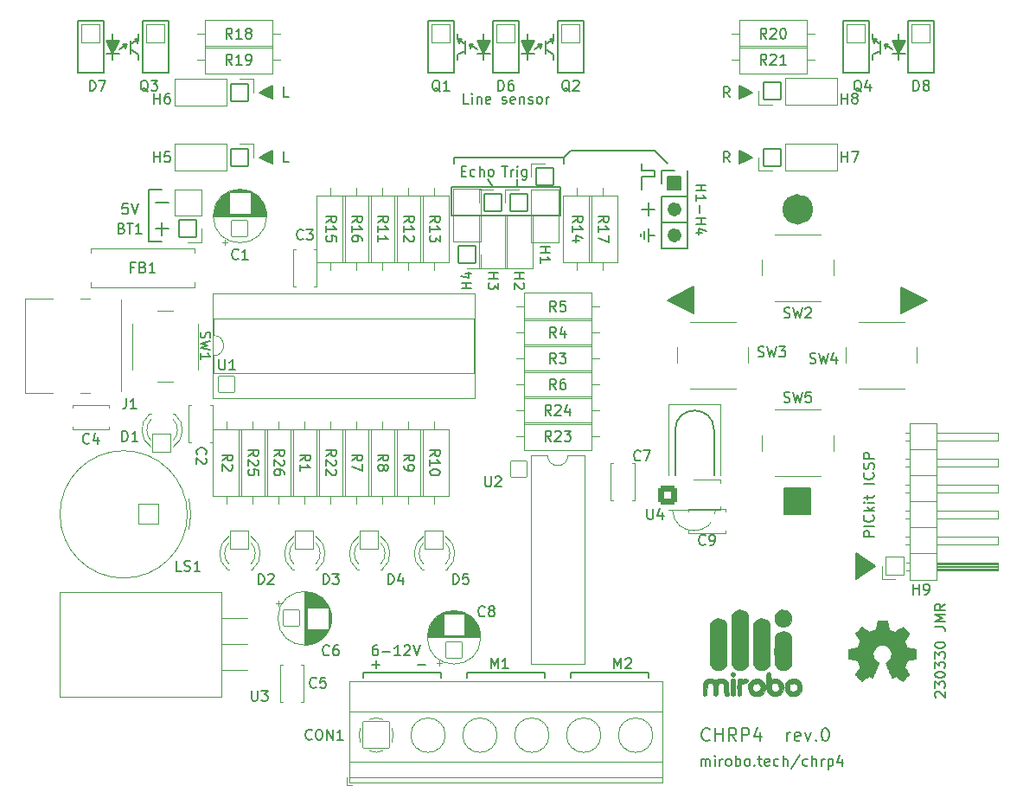
<source format=gbr>
%TF.GenerationSoftware,KiCad,Pcbnew,7.0.1-0*%
%TF.CreationDate,2023-03-30T00:17:16-04:00*%
%TF.ProjectId,CHRP400,43485250-3430-4302-9e6b-696361645f70,0*%
%TF.SameCoordinates,Original*%
%TF.FileFunction,Legend,Top*%
%TF.FilePolarity,Positive*%
%FSLAX46Y46*%
G04 Gerber Fmt 4.6, Leading zero omitted, Abs format (unit mm)*
G04 Created by KiCad (PCBNEW 7.0.1-0) date 2023-03-30 00:17:16*
%MOMM*%
%LPD*%
G01*
G04 APERTURE LIST*
G04 Aperture macros list*
%AMRoundRect*
0 Rectangle with rounded corners*
0 $1 Rounding radius*
0 $2 $3 $4 $5 $6 $7 $8 $9 X,Y pos of 4 corners*
0 Add a 4 corners polygon primitive as box body*
4,1,4,$2,$3,$4,$5,$6,$7,$8,$9,$2,$3,0*
0 Add four circle primitives for the rounded corners*
1,1,$1+$1,$2,$3*
1,1,$1+$1,$4,$5*
1,1,$1+$1,$6,$7*
1,1,$1+$1,$8,$9*
0 Add four rect primitives between the rounded corners*
20,1,$1+$1,$2,$3,$4,$5,0*
20,1,$1+$1,$4,$5,$6,$7,0*
20,1,$1+$1,$6,$7,$8,$9,0*
20,1,$1+$1,$8,$9,$2,$3,0*%
G04 Aperture macros list end*
%ADD10C,0.120000*%
%ADD11C,0.152400*%
%ADD12C,1.496103*%
%ADD13C,0.150000*%
%ADD14C,0.710000*%
%ADD15C,0.200000*%
%ADD16C,0.010000*%
%ADD17RoundRect,0.050800X0.800000X-0.800000X0.800000X0.800000X-0.800000X0.800000X-0.800000X-0.800000X0*%
%ADD18C,1.701600*%
%ADD19C,1.901600*%
%ADD20RoundRect,0.050800X-0.900000X0.900000X-0.900000X-0.900000X0.900000X-0.900000X0.900000X0.900000X0*%
%ADD21RoundRect,0.050800X0.900000X-0.900000X0.900000X0.900000X-0.900000X0.900000X-0.900000X-0.900000X0*%
%ADD22C,2.501600*%
%ADD23O,2.501600X2.501600*%
%ADD24C,6.501600*%
%ADD25O,1.701600X1.701600*%
%ADD26C,2.101600*%
%ADD27RoundRect,0.050800X-0.800000X-0.800000X0.800000X-0.800000X0.800000X0.800000X-0.800000X0.800000X0*%
%ADD28RoundRect,0.050800X-0.850000X-0.850000X0.850000X-0.850000X0.850000X0.850000X-0.850000X0.850000X0*%
%ADD29O,1.801600X1.801600*%
%ADD30RoundRect,0.050800X0.850000X0.850000X-0.850000X0.850000X-0.850000X-0.850000X0.850000X-0.850000X0*%
%ADD31C,0.801600*%
%ADD32O,2.501600X1.001600*%
%ADD33O,1.801600X1.001600*%
%ADD34RoundRect,0.050800X1.000000X1.000000X-1.000000X1.000000X-1.000000X-1.000000X1.000000X-1.000000X0*%
%ADD35RoundRect,0.301000X-0.649800X-0.649800X0.649800X-0.649800X0.649800X0.649800X-0.649800X0.649800X0*%
%ADD36RoundRect,0.050800X0.900000X0.900000X-0.900000X0.900000X-0.900000X-0.900000X0.900000X-0.900000X0*%
%ADD37RoundRect,0.050800X0.850000X-0.850000X0.850000X0.850000X-0.850000X0.850000X-0.850000X-0.850000X0*%
%ADD38RoundRect,0.050800X-1.300000X-1.300000X1.300000X-1.300000X1.300000X1.300000X-1.300000X1.300000X0*%
%ADD39C,2.701600*%
%ADD40RoundRect,0.050800X-0.850000X0.850000X-0.850000X-0.850000X0.850000X-0.850000X0.850000X0.850000X0*%
%ADD41O,3.601600X3.601600*%
%ADD42C,2.006600*%
G04 APERTURE END LIST*
D10*
X167065000Y-83185000D02*
X161985000Y-83185000D01*
X167065000Y-90170000D02*
X167065000Y-83185000D01*
X161985000Y-83185000D02*
X161985000Y-90170000D01*
D11*
X159385000Y-59690000D02*
X159385000Y-60325000D01*
X160655000Y-60325000D02*
X160655000Y-60960000D01*
D12*
X175373051Y-64135000D02*
G75*
G03*
X175373051Y-64135000I-748051J0D01*
G01*
D13*
X149987000Y-47625000D02*
X149987000Y-48895000D01*
X147193000Y-61976000D02*
X147193000Y-61214000D01*
X132080000Y-109474000D02*
X139700000Y-109474000D01*
X142113000Y-47625000D02*
X142113000Y-48895000D01*
X160020000Y-109474000D02*
X160020000Y-109982000D01*
X143256000Y-48895000D02*
X144526000Y-48895000D01*
X150749000Y-47498000D02*
X150749000Y-46990000D01*
X132080000Y-109982000D02*
X132080000Y-109474000D01*
X142240000Y-109474000D02*
X149860000Y-109474000D01*
X151765000Y-59055000D02*
X152400000Y-58420000D01*
X144780000Y-45720000D02*
X147320000Y-45720000D01*
X147320000Y-50800000D01*
X144780000Y-50800000D01*
X144780000Y-45720000D01*
X108204000Y-48514000D02*
X108966000Y-48006000D01*
X182118000Y-47879000D02*
X181991000Y-47498000D01*
X182372000Y-47498000D01*
X182118000Y-47879000D01*
G36*
X182118000Y-47879000D02*
G01*
X181991000Y-47498000D01*
X182372000Y-47498000D01*
X182118000Y-47879000D01*
G37*
X148209000Y-49530000D02*
X148209000Y-46990000D01*
X183261000Y-48387000D02*
X183134000Y-48006000D01*
X183515000Y-48006000D01*
X183261000Y-48387000D01*
G36*
X183261000Y-48387000D02*
G01*
X183134000Y-48006000D01*
X183515000Y-48006000D01*
X183261000Y-48387000D01*
G37*
D11*
X159385000Y-60960000D02*
X159385000Y-62230000D01*
D13*
X161925000Y-60960000D02*
X163195000Y-60960000D01*
X163195000Y-62230000D01*
X161925000Y-62230000D01*
X161925000Y-60960000D01*
G36*
X161925000Y-60960000D02*
G01*
X163195000Y-60960000D01*
X163195000Y-62230000D01*
X161925000Y-62230000D01*
X161925000Y-60960000D01*
G37*
X142113000Y-48006000D02*
X141351000Y-47498000D01*
X110109000Y-49022000D02*
X110109000Y-49530000D01*
X143891000Y-49530000D02*
X143891000Y-46990000D01*
X141351000Y-47498000D02*
X141351000Y-46990000D01*
X139700000Y-109474000D02*
X139700000Y-109982000D01*
X181991000Y-49022000D02*
X181991000Y-49530000D01*
X143256000Y-48514000D02*
X142494000Y-48006000D01*
X151765000Y-59055000D02*
X151765000Y-59690000D01*
X182245000Y-99060000D02*
X180340000Y-100330000D01*
X180340000Y-97790000D01*
X182245000Y-99060000D01*
G36*
X182245000Y-99060000D02*
G01*
X180340000Y-100330000D01*
X180340000Y-97790000D01*
X182245000Y-99060000D01*
G37*
X163830000Y-60325000D02*
X163830000Y-67945000D01*
D11*
X160020000Y-66040000D02*
X160020000Y-67310000D01*
D13*
X170180000Y-59055000D02*
X168910000Y-59690000D01*
X168910000Y-58420000D01*
X170180000Y-59055000D01*
G36*
X170180000Y-59055000D02*
G01*
X168910000Y-59690000D01*
X168910000Y-58420000D01*
X170180000Y-59055000D01*
G37*
X161290000Y-62865000D02*
X163830000Y-62865000D01*
X109982000Y-47879000D02*
X109728000Y-47498000D01*
X110109000Y-47498000D01*
X109982000Y-47879000D01*
G36*
X109982000Y-47879000D02*
G01*
X109728000Y-47498000D01*
X110109000Y-47498000D01*
X109982000Y-47879000D01*
G37*
X150622000Y-47879000D02*
X150368000Y-47498000D01*
X150749000Y-47498000D01*
X150622000Y-47879000D01*
G36*
X150622000Y-47879000D02*
G01*
X150368000Y-47498000D01*
X150749000Y-47498000D01*
X150622000Y-47879000D01*
G37*
D11*
X160020000Y-66675000D02*
X160655000Y-66675000D01*
D13*
X160655000Y-58420000D02*
X161925000Y-59690000D01*
D11*
X162620000Y-90170000D02*
X162620000Y-85725000D01*
D13*
X150749000Y-49022000D02*
X150749000Y-49530000D01*
X181991000Y-47498000D02*
X181991000Y-46990000D01*
X182753000Y-47625000D02*
X182753000Y-48895000D01*
X179070000Y-45720000D02*
X181610000Y-45720000D01*
X181610000Y-50800000D01*
X179070000Y-50800000D01*
X179070000Y-45720000D01*
X109347000Y-48006000D02*
X110109000Y-47498000D01*
X110109000Y-47498000D02*
X110109000Y-46990000D01*
X149479000Y-48387000D02*
X149225000Y-48006000D01*
X149606000Y-48006000D01*
X149479000Y-48387000D01*
G36*
X149479000Y-48387000D02*
G01*
X149225000Y-48006000D01*
X149606000Y-48006000D01*
X149479000Y-48387000D01*
G37*
X151130000Y-45720000D02*
X153670000Y-45720000D01*
X153670000Y-50800000D01*
X151130000Y-50800000D01*
X151130000Y-45720000D01*
X181991000Y-49022000D02*
X182753000Y-48641000D01*
X141351000Y-49022000D02*
X142113000Y-48641000D01*
X149860000Y-109474000D02*
X149860000Y-109982000D01*
D11*
X160020000Y-63500000D02*
X160020000Y-64770000D01*
D13*
X140970000Y-59690000D02*
X140970000Y-59055000D01*
X185420000Y-45720000D02*
X187960000Y-45720000D01*
X187960000Y-50800000D01*
X185420000Y-50800000D01*
X185420000Y-45720000D01*
X106934000Y-48895000D02*
X108204000Y-48895000D01*
X123190000Y-59690000D02*
X121920000Y-59055000D01*
X123190000Y-58420000D01*
X123190000Y-59690000D01*
G36*
X123190000Y-59690000D02*
G01*
X121920000Y-59055000D01*
X123190000Y-58420000D01*
X123190000Y-59690000D01*
G37*
X173355000Y-91440000D02*
X175895000Y-91440000D01*
X175895000Y-93980000D01*
X173355000Y-93980000D01*
X173355000Y-91440000D01*
G36*
X173355000Y-91440000D02*
G01*
X175895000Y-91440000D01*
X175895000Y-93980000D01*
X173355000Y-93980000D01*
X173355000Y-91440000D01*
G37*
X152400000Y-58420000D02*
X160655000Y-58420000D01*
D11*
X166430000Y-90170000D02*
X166430000Y-85725000D01*
D14*
X162915000Y-64135000D02*
G75*
G03*
X162915000Y-64135000I-355000J0D01*
G01*
D13*
X148209000Y-48895000D02*
X147574000Y-47625000D01*
X148844000Y-47625000D01*
X148209000Y-48895000D01*
G36*
X148209000Y-48895000D02*
G01*
X147574000Y-47625000D01*
X148844000Y-47625000D01*
X148209000Y-48895000D01*
G37*
D11*
X111760000Y-66040000D02*
X113030000Y-66040000D01*
D13*
X142621000Y-48387000D02*
X142494000Y-48006000D01*
X142875000Y-48006000D01*
X142621000Y-48387000D01*
G36*
X142621000Y-48387000D02*
G01*
X142494000Y-48006000D01*
X142875000Y-48006000D01*
X142621000Y-48387000D01*
G37*
X111125000Y-62170000D02*
X111125000Y-67310000D01*
X184531000Y-48895000D02*
X183896000Y-47625000D01*
X185166000Y-47625000D01*
X184531000Y-48895000D01*
G36*
X184531000Y-48895000D02*
G01*
X183896000Y-47625000D01*
X185166000Y-47625000D01*
X184531000Y-48895000D01*
G37*
D14*
X162915000Y-66675000D02*
G75*
G03*
X162915000Y-66675000I-355000J0D01*
G01*
D11*
X166430000Y-85725000D02*
G75*
G03*
X162620000Y-85725000I-1905000J0D01*
G01*
D13*
X111125000Y-67310000D02*
X112395000Y-67310000D01*
X109347000Y-47625000D02*
X109347000Y-48895000D01*
D11*
X159385000Y-60325000D02*
X160655000Y-60325000D01*
D13*
X183896000Y-48895000D02*
X185166000Y-48895000D01*
X149987000Y-48514000D02*
X150749000Y-49022000D01*
X140970000Y-59055000D02*
X151765000Y-59055000D01*
X184531000Y-49530000D02*
X184531000Y-46990000D01*
D11*
X160655000Y-64135000D02*
X159385000Y-64135000D01*
D13*
X149987000Y-48006000D02*
X150749000Y-47498000D01*
X161290000Y-60325000D02*
X161290000Y-61595000D01*
D11*
X111760000Y-63500000D02*
X113030000Y-63500000D01*
X112395000Y-65405000D02*
X112395000Y-66675000D01*
D13*
X170180000Y-52705000D02*
X168910000Y-53340000D01*
X168910000Y-52070000D01*
X170180000Y-52705000D01*
G36*
X170180000Y-52705000D02*
G01*
X168910000Y-53340000D01*
X168910000Y-52070000D01*
X170180000Y-52705000D01*
G37*
X182753000Y-48006000D02*
X181991000Y-47498000D01*
X147574000Y-48895000D02*
X148844000Y-48895000D01*
X152400000Y-109982000D02*
X152400000Y-109474000D01*
X152400000Y-109474000D02*
X160020000Y-109474000D01*
D11*
X159639000Y-66294000D02*
X159639000Y-67056000D01*
D13*
X141478000Y-47879000D02*
X141351000Y-47498000D01*
X141732000Y-47498000D01*
X141478000Y-47879000D01*
G36*
X141478000Y-47879000D02*
G01*
X141351000Y-47498000D01*
X141732000Y-47498000D01*
X141478000Y-47879000D01*
G37*
X163830000Y-67945000D02*
X161290000Y-67945000D01*
X112395000Y-62170000D02*
X111125000Y-62170000D01*
X142240000Y-109982000D02*
X142240000Y-109474000D01*
X107569000Y-49530000D02*
X107569000Y-46990000D01*
X107569000Y-48895000D02*
X106934000Y-47625000D01*
X108204000Y-47625000D01*
X107569000Y-48895000D01*
G36*
X107569000Y-48895000D02*
G01*
X106934000Y-47625000D01*
X108204000Y-47625000D01*
X107569000Y-48895000D01*
G37*
X123190000Y-53340000D02*
X121920000Y-52705000D01*
X123190000Y-52070000D01*
X123190000Y-53340000D01*
G36*
X123190000Y-53340000D02*
G01*
X121920000Y-52705000D01*
X123190000Y-52070000D01*
X123190000Y-53340000D01*
G37*
X161290000Y-60325000D02*
X162560000Y-60325000D01*
X161290000Y-65405000D02*
X163830000Y-65405000D01*
X143891000Y-48895000D02*
X143256000Y-47625000D01*
X144526000Y-47625000D01*
X143891000Y-48895000D01*
G36*
X143891000Y-48895000D02*
G01*
X143256000Y-47625000D01*
X144526000Y-47625000D01*
X143891000Y-48895000D01*
G37*
X138430000Y-45720000D02*
X140970000Y-45720000D01*
X140970000Y-50800000D01*
X138430000Y-50800000D01*
X138430000Y-45720000D01*
X110490000Y-45720000D02*
X113030000Y-45720000D01*
X113030000Y-50800000D01*
X110490000Y-50800000D01*
X110490000Y-45720000D01*
X144780000Y-61976000D02*
X144272000Y-61214000D01*
X159258000Y-66548000D02*
X159258000Y-66802000D01*
X108839000Y-48387000D02*
X108585000Y-48006000D01*
X108966000Y-48006000D01*
X108839000Y-48387000D01*
G36*
X108839000Y-48387000D02*
G01*
X108585000Y-48006000D01*
X108966000Y-48006000D01*
X108839000Y-48387000D01*
G37*
X141351000Y-49022000D02*
X141351000Y-49530000D01*
X109347000Y-48514000D02*
X110109000Y-49022000D01*
X104140000Y-45720000D02*
X106680000Y-45720000D01*
X106680000Y-50800000D01*
X104140000Y-50800000D01*
X104140000Y-45720000D01*
X161290000Y-67945000D02*
X161290000Y-62865000D01*
X164465000Y-74295000D02*
X161925000Y-73025000D01*
X164465000Y-71655000D01*
X164465000Y-74295000D01*
G36*
X164465000Y-74295000D02*
G01*
X161925000Y-73025000D01*
X164465000Y-71655000D01*
X164465000Y-74295000D01*
G37*
X187325000Y-73025000D02*
X184785000Y-74295000D01*
X184785000Y-71755000D01*
X187325000Y-73025000D01*
G36*
X187325000Y-73025000D02*
G01*
X184785000Y-74295000D01*
X184785000Y-71755000D01*
X187325000Y-73025000D01*
G37*
D11*
X160655000Y-60960000D02*
X159385000Y-60960000D01*
D13*
X183896000Y-48514000D02*
X183134000Y-48006000D01*
X140716000Y-61976000D02*
X151384000Y-61976000D01*
X151384000Y-64770000D01*
X140716000Y-64770000D01*
X140716000Y-61976000D01*
X148844000Y-48514000D02*
X149606000Y-48006000D01*
D11*
X182080020Y-96163190D02*
X181064020Y-96163190D01*
X181064020Y-96163190D02*
X181064020Y-95776142D01*
X181064020Y-95776142D02*
X181112401Y-95679380D01*
X181112401Y-95679380D02*
X181160782Y-95630999D01*
X181160782Y-95630999D02*
X181257544Y-95582618D01*
X181257544Y-95582618D02*
X181402687Y-95582618D01*
X181402687Y-95582618D02*
X181499449Y-95630999D01*
X181499449Y-95630999D02*
X181547830Y-95679380D01*
X181547830Y-95679380D02*
X181596211Y-95776142D01*
X181596211Y-95776142D02*
X181596211Y-96163190D01*
X182080020Y-95147190D02*
X181064020Y-95147190D01*
X181983259Y-94082808D02*
X182031640Y-94131189D01*
X182031640Y-94131189D02*
X182080020Y-94276332D01*
X182080020Y-94276332D02*
X182080020Y-94373094D01*
X182080020Y-94373094D02*
X182031640Y-94518237D01*
X182031640Y-94518237D02*
X181934878Y-94614999D01*
X181934878Y-94614999D02*
X181838116Y-94663380D01*
X181838116Y-94663380D02*
X181644592Y-94711761D01*
X181644592Y-94711761D02*
X181499449Y-94711761D01*
X181499449Y-94711761D02*
X181305925Y-94663380D01*
X181305925Y-94663380D02*
X181209163Y-94614999D01*
X181209163Y-94614999D02*
X181112401Y-94518237D01*
X181112401Y-94518237D02*
X181064020Y-94373094D01*
X181064020Y-94373094D02*
X181064020Y-94276332D01*
X181064020Y-94276332D02*
X181112401Y-94131189D01*
X181112401Y-94131189D02*
X181160782Y-94082808D01*
X182080020Y-93647380D02*
X181064020Y-93647380D01*
X181692973Y-93550618D02*
X182080020Y-93260332D01*
X181402687Y-93260332D02*
X181789735Y-93647380D01*
X182080020Y-92824904D02*
X181402687Y-92824904D01*
X181064020Y-92824904D02*
X181112401Y-92873285D01*
X181112401Y-92873285D02*
X181160782Y-92824904D01*
X181160782Y-92824904D02*
X181112401Y-92776523D01*
X181112401Y-92776523D02*
X181064020Y-92824904D01*
X181064020Y-92824904D02*
X181160782Y-92824904D01*
X181402687Y-92486237D02*
X181402687Y-92099189D01*
X181064020Y-92341094D02*
X181934878Y-92341094D01*
X181934878Y-92341094D02*
X182031640Y-92292713D01*
X182031640Y-92292713D02*
X182080020Y-92195951D01*
X182080020Y-92195951D02*
X182080020Y-92099189D01*
X182080020Y-90986428D02*
X181064020Y-90986428D01*
X181983259Y-89922046D02*
X182031640Y-89970427D01*
X182031640Y-89970427D02*
X182080020Y-90115570D01*
X182080020Y-90115570D02*
X182080020Y-90212332D01*
X182080020Y-90212332D02*
X182031640Y-90357475D01*
X182031640Y-90357475D02*
X181934878Y-90454237D01*
X181934878Y-90454237D02*
X181838116Y-90502618D01*
X181838116Y-90502618D02*
X181644592Y-90550999D01*
X181644592Y-90550999D02*
X181499449Y-90550999D01*
X181499449Y-90550999D02*
X181305925Y-90502618D01*
X181305925Y-90502618D02*
X181209163Y-90454237D01*
X181209163Y-90454237D02*
X181112401Y-90357475D01*
X181112401Y-90357475D02*
X181064020Y-90212332D01*
X181064020Y-90212332D02*
X181064020Y-90115570D01*
X181064020Y-90115570D02*
X181112401Y-89970427D01*
X181112401Y-89970427D02*
X181160782Y-89922046D01*
X182031640Y-89534999D02*
X182080020Y-89389856D01*
X182080020Y-89389856D02*
X182080020Y-89147951D01*
X182080020Y-89147951D02*
X182031640Y-89051189D01*
X182031640Y-89051189D02*
X181983259Y-89002808D01*
X181983259Y-89002808D02*
X181886497Y-88954427D01*
X181886497Y-88954427D02*
X181789735Y-88954427D01*
X181789735Y-88954427D02*
X181692973Y-89002808D01*
X181692973Y-89002808D02*
X181644592Y-89051189D01*
X181644592Y-89051189D02*
X181596211Y-89147951D01*
X181596211Y-89147951D02*
X181547830Y-89341475D01*
X181547830Y-89341475D02*
X181499449Y-89438237D01*
X181499449Y-89438237D02*
X181451068Y-89486618D01*
X181451068Y-89486618D02*
X181354306Y-89534999D01*
X181354306Y-89534999D02*
X181257544Y-89534999D01*
X181257544Y-89534999D02*
X181160782Y-89486618D01*
X181160782Y-89486618D02*
X181112401Y-89438237D01*
X181112401Y-89438237D02*
X181064020Y-89341475D01*
X181064020Y-89341475D02*
X181064020Y-89099570D01*
X181064020Y-89099570D02*
X181112401Y-88954427D01*
X182080020Y-88518999D02*
X181064020Y-88518999D01*
X181064020Y-88518999D02*
X181064020Y-88131951D01*
X181064020Y-88131951D02*
X181112401Y-88035189D01*
X181112401Y-88035189D02*
X181160782Y-87986808D01*
X181160782Y-87986808D02*
X181257544Y-87938427D01*
X181257544Y-87938427D02*
X181402687Y-87938427D01*
X181402687Y-87938427D02*
X181499449Y-87986808D01*
X181499449Y-87986808D02*
X181547830Y-88035189D01*
X181547830Y-88035189D02*
X181596211Y-88131951D01*
X181596211Y-88131951D02*
X181596211Y-88518999D01*
X188145782Y-111886999D02*
X188097401Y-111838618D01*
X188097401Y-111838618D02*
X188049020Y-111741856D01*
X188049020Y-111741856D02*
X188049020Y-111499951D01*
X188049020Y-111499951D02*
X188097401Y-111403189D01*
X188097401Y-111403189D02*
X188145782Y-111354808D01*
X188145782Y-111354808D02*
X188242544Y-111306427D01*
X188242544Y-111306427D02*
X188339306Y-111306427D01*
X188339306Y-111306427D02*
X188484449Y-111354808D01*
X188484449Y-111354808D02*
X189065020Y-111935380D01*
X189065020Y-111935380D02*
X189065020Y-111306427D01*
X188049020Y-110967761D02*
X188049020Y-110338808D01*
X188049020Y-110338808D02*
X188436068Y-110677475D01*
X188436068Y-110677475D02*
X188436068Y-110532332D01*
X188436068Y-110532332D02*
X188484449Y-110435570D01*
X188484449Y-110435570D02*
X188532830Y-110387189D01*
X188532830Y-110387189D02*
X188629592Y-110338808D01*
X188629592Y-110338808D02*
X188871497Y-110338808D01*
X188871497Y-110338808D02*
X188968259Y-110387189D01*
X188968259Y-110387189D02*
X189016640Y-110435570D01*
X189016640Y-110435570D02*
X189065020Y-110532332D01*
X189065020Y-110532332D02*
X189065020Y-110822618D01*
X189065020Y-110822618D02*
X189016640Y-110919380D01*
X189016640Y-110919380D02*
X188968259Y-110967761D01*
X188049020Y-109709856D02*
X188049020Y-109613094D01*
X188049020Y-109613094D02*
X188097401Y-109516332D01*
X188097401Y-109516332D02*
X188145782Y-109467951D01*
X188145782Y-109467951D02*
X188242544Y-109419570D01*
X188242544Y-109419570D02*
X188436068Y-109371189D01*
X188436068Y-109371189D02*
X188677973Y-109371189D01*
X188677973Y-109371189D02*
X188871497Y-109419570D01*
X188871497Y-109419570D02*
X188968259Y-109467951D01*
X188968259Y-109467951D02*
X189016640Y-109516332D01*
X189016640Y-109516332D02*
X189065020Y-109613094D01*
X189065020Y-109613094D02*
X189065020Y-109709856D01*
X189065020Y-109709856D02*
X189016640Y-109806618D01*
X189016640Y-109806618D02*
X188968259Y-109854999D01*
X188968259Y-109854999D02*
X188871497Y-109903380D01*
X188871497Y-109903380D02*
X188677973Y-109951761D01*
X188677973Y-109951761D02*
X188436068Y-109951761D01*
X188436068Y-109951761D02*
X188242544Y-109903380D01*
X188242544Y-109903380D02*
X188145782Y-109854999D01*
X188145782Y-109854999D02*
X188097401Y-109806618D01*
X188097401Y-109806618D02*
X188049020Y-109709856D01*
X188049020Y-109032523D02*
X188049020Y-108403570D01*
X188049020Y-108403570D02*
X188436068Y-108742237D01*
X188436068Y-108742237D02*
X188436068Y-108597094D01*
X188436068Y-108597094D02*
X188484449Y-108500332D01*
X188484449Y-108500332D02*
X188532830Y-108451951D01*
X188532830Y-108451951D02*
X188629592Y-108403570D01*
X188629592Y-108403570D02*
X188871497Y-108403570D01*
X188871497Y-108403570D02*
X188968259Y-108451951D01*
X188968259Y-108451951D02*
X189016640Y-108500332D01*
X189016640Y-108500332D02*
X189065020Y-108597094D01*
X189065020Y-108597094D02*
X189065020Y-108887380D01*
X189065020Y-108887380D02*
X189016640Y-108984142D01*
X189016640Y-108984142D02*
X188968259Y-109032523D01*
X188049020Y-108064904D02*
X188049020Y-107435951D01*
X188049020Y-107435951D02*
X188436068Y-107774618D01*
X188436068Y-107774618D02*
X188436068Y-107629475D01*
X188436068Y-107629475D02*
X188484449Y-107532713D01*
X188484449Y-107532713D02*
X188532830Y-107484332D01*
X188532830Y-107484332D02*
X188629592Y-107435951D01*
X188629592Y-107435951D02*
X188871497Y-107435951D01*
X188871497Y-107435951D02*
X188968259Y-107484332D01*
X188968259Y-107484332D02*
X189016640Y-107532713D01*
X189016640Y-107532713D02*
X189065020Y-107629475D01*
X189065020Y-107629475D02*
X189065020Y-107919761D01*
X189065020Y-107919761D02*
X189016640Y-108016523D01*
X189016640Y-108016523D02*
X188968259Y-108064904D01*
X188049020Y-106806999D02*
X188049020Y-106710237D01*
X188049020Y-106710237D02*
X188097401Y-106613475D01*
X188097401Y-106613475D02*
X188145782Y-106565094D01*
X188145782Y-106565094D02*
X188242544Y-106516713D01*
X188242544Y-106516713D02*
X188436068Y-106468332D01*
X188436068Y-106468332D02*
X188677973Y-106468332D01*
X188677973Y-106468332D02*
X188871497Y-106516713D01*
X188871497Y-106516713D02*
X188968259Y-106565094D01*
X188968259Y-106565094D02*
X189016640Y-106613475D01*
X189016640Y-106613475D02*
X189065020Y-106710237D01*
X189065020Y-106710237D02*
X189065020Y-106806999D01*
X189065020Y-106806999D02*
X189016640Y-106903761D01*
X189016640Y-106903761D02*
X188968259Y-106952142D01*
X188968259Y-106952142D02*
X188871497Y-107000523D01*
X188871497Y-107000523D02*
X188677973Y-107048904D01*
X188677973Y-107048904D02*
X188436068Y-107048904D01*
X188436068Y-107048904D02*
X188242544Y-107000523D01*
X188242544Y-107000523D02*
X188145782Y-106952142D01*
X188145782Y-106952142D02*
X188097401Y-106903761D01*
X188097401Y-106903761D02*
X188049020Y-106806999D01*
X188049020Y-104968523D02*
X188774735Y-104968523D01*
X188774735Y-104968523D02*
X188919878Y-105016904D01*
X188919878Y-105016904D02*
X189016640Y-105113666D01*
X189016640Y-105113666D02*
X189065020Y-105258809D01*
X189065020Y-105258809D02*
X189065020Y-105355571D01*
X189065020Y-104484714D02*
X188049020Y-104484714D01*
X188049020Y-104484714D02*
X188774735Y-104146047D01*
X188774735Y-104146047D02*
X188049020Y-103807380D01*
X188049020Y-103807380D02*
X189065020Y-103807380D01*
X189065020Y-102742999D02*
X188581211Y-103081666D01*
X189065020Y-103323571D02*
X188049020Y-103323571D01*
X188049020Y-103323571D02*
X188049020Y-102936523D01*
X188049020Y-102936523D02*
X188097401Y-102839761D01*
X188097401Y-102839761D02*
X188145782Y-102791380D01*
X188145782Y-102791380D02*
X188242544Y-102742999D01*
X188242544Y-102742999D02*
X188387687Y-102742999D01*
X188387687Y-102742999D02*
X188484449Y-102791380D01*
X188484449Y-102791380D02*
X188532830Y-102839761D01*
X188532830Y-102839761D02*
X188581211Y-102936523D01*
X188581211Y-102936523D02*
X188581211Y-103323571D01*
D13*
X111029761Y-52627857D02*
X110934523Y-52580238D01*
X110934523Y-52580238D02*
X110839285Y-52485000D01*
X110839285Y-52485000D02*
X110696428Y-52342142D01*
X110696428Y-52342142D02*
X110601190Y-52294523D01*
X110601190Y-52294523D02*
X110505952Y-52294523D01*
X110553571Y-52532619D02*
X110458333Y-52485000D01*
X110458333Y-52485000D02*
X110363095Y-52389761D01*
X110363095Y-52389761D02*
X110315476Y-52199285D01*
X110315476Y-52199285D02*
X110315476Y-51865952D01*
X110315476Y-51865952D02*
X110363095Y-51675476D01*
X110363095Y-51675476D02*
X110458333Y-51580238D01*
X110458333Y-51580238D02*
X110553571Y-51532619D01*
X110553571Y-51532619D02*
X110744047Y-51532619D01*
X110744047Y-51532619D02*
X110839285Y-51580238D01*
X110839285Y-51580238D02*
X110934523Y-51675476D01*
X110934523Y-51675476D02*
X110982142Y-51865952D01*
X110982142Y-51865952D02*
X110982142Y-52199285D01*
X110982142Y-52199285D02*
X110934523Y-52389761D01*
X110934523Y-52389761D02*
X110839285Y-52485000D01*
X110839285Y-52485000D02*
X110744047Y-52532619D01*
X110744047Y-52532619D02*
X110553571Y-52532619D01*
X111315476Y-51532619D02*
X111934523Y-51532619D01*
X111934523Y-51532619D02*
X111601190Y-51913571D01*
X111601190Y-51913571D02*
X111744047Y-51913571D01*
X111744047Y-51913571D02*
X111839285Y-51961190D01*
X111839285Y-51961190D02*
X111886904Y-52008809D01*
X111886904Y-52008809D02*
X111934523Y-52104047D01*
X111934523Y-52104047D02*
X111934523Y-52342142D01*
X111934523Y-52342142D02*
X111886904Y-52437380D01*
X111886904Y-52437380D02*
X111839285Y-52485000D01*
X111839285Y-52485000D02*
X111744047Y-52532619D01*
X111744047Y-52532619D02*
X111458333Y-52532619D01*
X111458333Y-52532619D02*
X111363095Y-52485000D01*
X111363095Y-52485000D02*
X111315476Y-52437380D01*
D15*
X166007143Y-116036573D02*
X165946667Y-116097050D01*
X165946667Y-116097050D02*
X165765238Y-116157526D01*
X165765238Y-116157526D02*
X165644286Y-116157526D01*
X165644286Y-116157526D02*
X165462857Y-116097050D01*
X165462857Y-116097050D02*
X165341905Y-115976097D01*
X165341905Y-115976097D02*
X165281428Y-115855145D01*
X165281428Y-115855145D02*
X165220952Y-115613240D01*
X165220952Y-115613240D02*
X165220952Y-115431811D01*
X165220952Y-115431811D02*
X165281428Y-115189907D01*
X165281428Y-115189907D02*
X165341905Y-115068954D01*
X165341905Y-115068954D02*
X165462857Y-114948002D01*
X165462857Y-114948002D02*
X165644286Y-114887526D01*
X165644286Y-114887526D02*
X165765238Y-114887526D01*
X165765238Y-114887526D02*
X165946667Y-114948002D01*
X165946667Y-114948002D02*
X166007143Y-115008478D01*
X166551428Y-116157526D02*
X166551428Y-114887526D01*
X166551428Y-115492288D02*
X167277143Y-115492288D01*
X167277143Y-116157526D02*
X167277143Y-114887526D01*
X168607619Y-116157526D02*
X168184285Y-115552764D01*
X167881904Y-116157526D02*
X167881904Y-114887526D01*
X167881904Y-114887526D02*
X168365714Y-114887526D01*
X168365714Y-114887526D02*
X168486666Y-114948002D01*
X168486666Y-114948002D02*
X168547143Y-115008478D01*
X168547143Y-115008478D02*
X168607619Y-115129430D01*
X168607619Y-115129430D02*
X168607619Y-115310859D01*
X168607619Y-115310859D02*
X168547143Y-115431811D01*
X168547143Y-115431811D02*
X168486666Y-115492288D01*
X168486666Y-115492288D02*
X168365714Y-115552764D01*
X168365714Y-115552764D02*
X167881904Y-115552764D01*
X169151904Y-116157526D02*
X169151904Y-114887526D01*
X169151904Y-114887526D02*
X169635714Y-114887526D01*
X169635714Y-114887526D02*
X169756666Y-114948002D01*
X169756666Y-114948002D02*
X169817143Y-115008478D01*
X169817143Y-115008478D02*
X169877619Y-115129430D01*
X169877619Y-115129430D02*
X169877619Y-115310859D01*
X169877619Y-115310859D02*
X169817143Y-115431811D01*
X169817143Y-115431811D02*
X169756666Y-115492288D01*
X169756666Y-115492288D02*
X169635714Y-115552764D01*
X169635714Y-115552764D02*
X169151904Y-115552764D01*
X170966190Y-115310859D02*
X170966190Y-116157526D01*
X170663809Y-114827050D02*
X170361428Y-115734192D01*
X170361428Y-115734192D02*
X171147619Y-115734192D01*
X173566666Y-116157526D02*
X173566666Y-115310859D01*
X173566666Y-115552764D02*
X173627143Y-115431811D01*
X173627143Y-115431811D02*
X173687619Y-115371335D01*
X173687619Y-115371335D02*
X173808571Y-115310859D01*
X173808571Y-115310859D02*
X173929524Y-115310859D01*
X174836666Y-116097050D02*
X174715714Y-116157526D01*
X174715714Y-116157526D02*
X174473809Y-116157526D01*
X174473809Y-116157526D02*
X174352856Y-116097050D01*
X174352856Y-116097050D02*
X174292380Y-115976097D01*
X174292380Y-115976097D02*
X174292380Y-115492288D01*
X174292380Y-115492288D02*
X174352856Y-115371335D01*
X174352856Y-115371335D02*
X174473809Y-115310859D01*
X174473809Y-115310859D02*
X174715714Y-115310859D01*
X174715714Y-115310859D02*
X174836666Y-115371335D01*
X174836666Y-115371335D02*
X174897142Y-115492288D01*
X174897142Y-115492288D02*
X174897142Y-115613240D01*
X174897142Y-115613240D02*
X174292380Y-115734192D01*
X175320475Y-115310859D02*
X175622856Y-116157526D01*
X175622856Y-116157526D02*
X175925237Y-115310859D01*
X176409046Y-116036573D02*
X176469523Y-116097050D01*
X176469523Y-116097050D02*
X176409046Y-116157526D01*
X176409046Y-116157526D02*
X176348570Y-116097050D01*
X176348570Y-116097050D02*
X176409046Y-116036573D01*
X176409046Y-116036573D02*
X176409046Y-116157526D01*
X177255713Y-114887526D02*
X177376666Y-114887526D01*
X177376666Y-114887526D02*
X177497618Y-114948002D01*
X177497618Y-114948002D02*
X177558094Y-115008478D01*
X177558094Y-115008478D02*
X177618570Y-115129430D01*
X177618570Y-115129430D02*
X177679047Y-115371335D01*
X177679047Y-115371335D02*
X177679047Y-115673716D01*
X177679047Y-115673716D02*
X177618570Y-115915621D01*
X177618570Y-115915621D02*
X177558094Y-116036573D01*
X177558094Y-116036573D02*
X177497618Y-116097050D01*
X177497618Y-116097050D02*
X177376666Y-116157526D01*
X177376666Y-116157526D02*
X177255713Y-116157526D01*
X177255713Y-116157526D02*
X177134761Y-116097050D01*
X177134761Y-116097050D02*
X177074285Y-116036573D01*
X177074285Y-116036573D02*
X177013808Y-115915621D01*
X177013808Y-115915621D02*
X176953332Y-115673716D01*
X176953332Y-115673716D02*
X176953332Y-115371335D01*
X176953332Y-115371335D02*
X177013808Y-115129430D01*
X177013808Y-115129430D02*
X177074285Y-115008478D01*
X177074285Y-115008478D02*
X177134761Y-114948002D01*
X177134761Y-114948002D02*
X177255713Y-114887526D01*
D13*
X180879761Y-52627857D02*
X180784523Y-52580238D01*
X180784523Y-52580238D02*
X180689285Y-52485000D01*
X180689285Y-52485000D02*
X180546428Y-52342142D01*
X180546428Y-52342142D02*
X180451190Y-52294523D01*
X180451190Y-52294523D02*
X180355952Y-52294523D01*
X180403571Y-52532619D02*
X180308333Y-52485000D01*
X180308333Y-52485000D02*
X180213095Y-52389761D01*
X180213095Y-52389761D02*
X180165476Y-52199285D01*
X180165476Y-52199285D02*
X180165476Y-51865952D01*
X180165476Y-51865952D02*
X180213095Y-51675476D01*
X180213095Y-51675476D02*
X180308333Y-51580238D01*
X180308333Y-51580238D02*
X180403571Y-51532619D01*
X180403571Y-51532619D02*
X180594047Y-51532619D01*
X180594047Y-51532619D02*
X180689285Y-51580238D01*
X180689285Y-51580238D02*
X180784523Y-51675476D01*
X180784523Y-51675476D02*
X180832142Y-51865952D01*
X180832142Y-51865952D02*
X180832142Y-52199285D01*
X180832142Y-52199285D02*
X180784523Y-52389761D01*
X180784523Y-52389761D02*
X180689285Y-52485000D01*
X180689285Y-52485000D02*
X180594047Y-52532619D01*
X180594047Y-52532619D02*
X180403571Y-52532619D01*
X181689285Y-51865952D02*
X181689285Y-52532619D01*
X181451190Y-51485000D02*
X181213095Y-52199285D01*
X181213095Y-52199285D02*
X181832142Y-52199285D01*
X139604761Y-52627857D02*
X139509523Y-52580238D01*
X139509523Y-52580238D02*
X139414285Y-52485000D01*
X139414285Y-52485000D02*
X139271428Y-52342142D01*
X139271428Y-52342142D02*
X139176190Y-52294523D01*
X139176190Y-52294523D02*
X139080952Y-52294523D01*
X139128571Y-52532619D02*
X139033333Y-52485000D01*
X139033333Y-52485000D02*
X138938095Y-52389761D01*
X138938095Y-52389761D02*
X138890476Y-52199285D01*
X138890476Y-52199285D02*
X138890476Y-51865952D01*
X138890476Y-51865952D02*
X138938095Y-51675476D01*
X138938095Y-51675476D02*
X139033333Y-51580238D01*
X139033333Y-51580238D02*
X139128571Y-51532619D01*
X139128571Y-51532619D02*
X139319047Y-51532619D01*
X139319047Y-51532619D02*
X139414285Y-51580238D01*
X139414285Y-51580238D02*
X139509523Y-51675476D01*
X139509523Y-51675476D02*
X139557142Y-51865952D01*
X139557142Y-51865952D02*
X139557142Y-52199285D01*
X139557142Y-52199285D02*
X139509523Y-52389761D01*
X139509523Y-52389761D02*
X139414285Y-52485000D01*
X139414285Y-52485000D02*
X139319047Y-52532619D01*
X139319047Y-52532619D02*
X139128571Y-52532619D01*
X140509523Y-52532619D02*
X139938095Y-52532619D01*
X140223809Y-52532619D02*
X140223809Y-51532619D01*
X140223809Y-51532619D02*
X140128571Y-51675476D01*
X140128571Y-51675476D02*
X140033333Y-51770714D01*
X140033333Y-51770714D02*
X139938095Y-51818333D01*
X152304761Y-52627857D02*
X152209523Y-52580238D01*
X152209523Y-52580238D02*
X152114285Y-52485000D01*
X152114285Y-52485000D02*
X151971428Y-52342142D01*
X151971428Y-52342142D02*
X151876190Y-52294523D01*
X151876190Y-52294523D02*
X151780952Y-52294523D01*
X151828571Y-52532619D02*
X151733333Y-52485000D01*
X151733333Y-52485000D02*
X151638095Y-52389761D01*
X151638095Y-52389761D02*
X151590476Y-52199285D01*
X151590476Y-52199285D02*
X151590476Y-51865952D01*
X151590476Y-51865952D02*
X151638095Y-51675476D01*
X151638095Y-51675476D02*
X151733333Y-51580238D01*
X151733333Y-51580238D02*
X151828571Y-51532619D01*
X151828571Y-51532619D02*
X152019047Y-51532619D01*
X152019047Y-51532619D02*
X152114285Y-51580238D01*
X152114285Y-51580238D02*
X152209523Y-51675476D01*
X152209523Y-51675476D02*
X152257142Y-51865952D01*
X152257142Y-51865952D02*
X152257142Y-52199285D01*
X152257142Y-52199285D02*
X152209523Y-52389761D01*
X152209523Y-52389761D02*
X152114285Y-52485000D01*
X152114285Y-52485000D02*
X152019047Y-52532619D01*
X152019047Y-52532619D02*
X151828571Y-52532619D01*
X152638095Y-51627857D02*
X152685714Y-51580238D01*
X152685714Y-51580238D02*
X152780952Y-51532619D01*
X152780952Y-51532619D02*
X153019047Y-51532619D01*
X153019047Y-51532619D02*
X153114285Y-51580238D01*
X153114285Y-51580238D02*
X153161904Y-51627857D01*
X153161904Y-51627857D02*
X153209523Y-51723095D01*
X153209523Y-51723095D02*
X153209523Y-51818333D01*
X153209523Y-51818333D02*
X153161904Y-51961190D01*
X153161904Y-51961190D02*
X152590476Y-52532619D01*
X152590476Y-52532619D02*
X153209523Y-52532619D01*
X185951905Y-52532619D02*
X185951905Y-51532619D01*
X185951905Y-51532619D02*
X186190000Y-51532619D01*
X186190000Y-51532619D02*
X186332857Y-51580238D01*
X186332857Y-51580238D02*
X186428095Y-51675476D01*
X186428095Y-51675476D02*
X186475714Y-51770714D01*
X186475714Y-51770714D02*
X186523333Y-51961190D01*
X186523333Y-51961190D02*
X186523333Y-52104047D01*
X186523333Y-52104047D02*
X186475714Y-52294523D01*
X186475714Y-52294523D02*
X186428095Y-52389761D01*
X186428095Y-52389761D02*
X186332857Y-52485000D01*
X186332857Y-52485000D02*
X186190000Y-52532619D01*
X186190000Y-52532619D02*
X185951905Y-52532619D01*
X187094762Y-51961190D02*
X186999524Y-51913571D01*
X186999524Y-51913571D02*
X186951905Y-51865952D01*
X186951905Y-51865952D02*
X186904286Y-51770714D01*
X186904286Y-51770714D02*
X186904286Y-51723095D01*
X186904286Y-51723095D02*
X186951905Y-51627857D01*
X186951905Y-51627857D02*
X186999524Y-51580238D01*
X186999524Y-51580238D02*
X187094762Y-51532619D01*
X187094762Y-51532619D02*
X187285238Y-51532619D01*
X187285238Y-51532619D02*
X187380476Y-51580238D01*
X187380476Y-51580238D02*
X187428095Y-51627857D01*
X187428095Y-51627857D02*
X187475714Y-51723095D01*
X187475714Y-51723095D02*
X187475714Y-51770714D01*
X187475714Y-51770714D02*
X187428095Y-51865952D01*
X187428095Y-51865952D02*
X187380476Y-51913571D01*
X187380476Y-51913571D02*
X187285238Y-51961190D01*
X187285238Y-51961190D02*
X187094762Y-51961190D01*
X187094762Y-51961190D02*
X186999524Y-52008809D01*
X186999524Y-52008809D02*
X186951905Y-52056428D01*
X186951905Y-52056428D02*
X186904286Y-52151666D01*
X186904286Y-52151666D02*
X186904286Y-52342142D01*
X186904286Y-52342142D02*
X186951905Y-52437380D01*
X186951905Y-52437380D02*
X186999524Y-52485000D01*
X186999524Y-52485000D02*
X187094762Y-52532619D01*
X187094762Y-52532619D02*
X187285238Y-52532619D01*
X187285238Y-52532619D02*
X187380476Y-52485000D01*
X187380476Y-52485000D02*
X187428095Y-52437380D01*
X187428095Y-52437380D02*
X187475714Y-52342142D01*
X187475714Y-52342142D02*
X187475714Y-52151666D01*
X187475714Y-52151666D02*
X187428095Y-52056428D01*
X187428095Y-52056428D02*
X187380476Y-52008809D01*
X187380476Y-52008809D02*
X187285238Y-51961190D01*
X164637380Y-61754048D02*
X165637380Y-61754048D01*
X165161190Y-61754048D02*
X165161190Y-62325476D01*
X164637380Y-62325476D02*
X165637380Y-62325476D01*
X164637380Y-63325476D02*
X164637380Y-62754048D01*
X164637380Y-63039762D02*
X165637380Y-63039762D01*
X165637380Y-63039762D02*
X165494523Y-62944524D01*
X165494523Y-62944524D02*
X165399285Y-62849286D01*
X165399285Y-62849286D02*
X165351666Y-62754048D01*
X165018333Y-63754048D02*
X165018333Y-64515953D01*
X164637380Y-64992143D02*
X165637380Y-64992143D01*
X165161190Y-64992143D02*
X165161190Y-65563571D01*
X164637380Y-65563571D02*
X165637380Y-65563571D01*
X165304047Y-66468333D02*
X164637380Y-66468333D01*
X165685000Y-66230238D02*
X164970714Y-65992143D01*
X164970714Y-65992143D02*
X164970714Y-66611190D01*
D11*
X165166524Y-118580020D02*
X165166524Y-117902687D01*
X165166524Y-117999449D02*
X165214905Y-117951068D01*
X165214905Y-117951068D02*
X165311667Y-117902687D01*
X165311667Y-117902687D02*
X165456810Y-117902687D01*
X165456810Y-117902687D02*
X165553572Y-117951068D01*
X165553572Y-117951068D02*
X165601953Y-118047830D01*
X165601953Y-118047830D02*
X165601953Y-118580020D01*
X165601953Y-118047830D02*
X165650334Y-117951068D01*
X165650334Y-117951068D02*
X165747096Y-117902687D01*
X165747096Y-117902687D02*
X165892239Y-117902687D01*
X165892239Y-117902687D02*
X165989000Y-117951068D01*
X165989000Y-117951068D02*
X166037381Y-118047830D01*
X166037381Y-118047830D02*
X166037381Y-118580020D01*
X166521191Y-118580020D02*
X166521191Y-117902687D01*
X166521191Y-117564020D02*
X166472810Y-117612401D01*
X166472810Y-117612401D02*
X166521191Y-117660782D01*
X166521191Y-117660782D02*
X166569572Y-117612401D01*
X166569572Y-117612401D02*
X166521191Y-117564020D01*
X166521191Y-117564020D02*
X166521191Y-117660782D01*
X167005001Y-118580020D02*
X167005001Y-117902687D01*
X167005001Y-118096211D02*
X167053382Y-117999449D01*
X167053382Y-117999449D02*
X167101763Y-117951068D01*
X167101763Y-117951068D02*
X167198525Y-117902687D01*
X167198525Y-117902687D02*
X167295287Y-117902687D01*
X167779096Y-118580020D02*
X167682334Y-118531640D01*
X167682334Y-118531640D02*
X167633953Y-118483259D01*
X167633953Y-118483259D02*
X167585572Y-118386497D01*
X167585572Y-118386497D02*
X167585572Y-118096211D01*
X167585572Y-118096211D02*
X167633953Y-117999449D01*
X167633953Y-117999449D02*
X167682334Y-117951068D01*
X167682334Y-117951068D02*
X167779096Y-117902687D01*
X167779096Y-117902687D02*
X167924239Y-117902687D01*
X167924239Y-117902687D02*
X168021001Y-117951068D01*
X168021001Y-117951068D02*
X168069382Y-117999449D01*
X168069382Y-117999449D02*
X168117763Y-118096211D01*
X168117763Y-118096211D02*
X168117763Y-118386497D01*
X168117763Y-118386497D02*
X168069382Y-118483259D01*
X168069382Y-118483259D02*
X168021001Y-118531640D01*
X168021001Y-118531640D02*
X167924239Y-118580020D01*
X167924239Y-118580020D02*
X167779096Y-118580020D01*
X168553191Y-118580020D02*
X168553191Y-117564020D01*
X168553191Y-117951068D02*
X168649953Y-117902687D01*
X168649953Y-117902687D02*
X168843477Y-117902687D01*
X168843477Y-117902687D02*
X168940239Y-117951068D01*
X168940239Y-117951068D02*
X168988620Y-117999449D01*
X168988620Y-117999449D02*
X169037001Y-118096211D01*
X169037001Y-118096211D02*
X169037001Y-118386497D01*
X169037001Y-118386497D02*
X168988620Y-118483259D01*
X168988620Y-118483259D02*
X168940239Y-118531640D01*
X168940239Y-118531640D02*
X168843477Y-118580020D01*
X168843477Y-118580020D02*
X168649953Y-118580020D01*
X168649953Y-118580020D02*
X168553191Y-118531640D01*
X169617572Y-118580020D02*
X169520810Y-118531640D01*
X169520810Y-118531640D02*
X169472429Y-118483259D01*
X169472429Y-118483259D02*
X169424048Y-118386497D01*
X169424048Y-118386497D02*
X169424048Y-118096211D01*
X169424048Y-118096211D02*
X169472429Y-117999449D01*
X169472429Y-117999449D02*
X169520810Y-117951068D01*
X169520810Y-117951068D02*
X169617572Y-117902687D01*
X169617572Y-117902687D02*
X169762715Y-117902687D01*
X169762715Y-117902687D02*
X169859477Y-117951068D01*
X169859477Y-117951068D02*
X169907858Y-117999449D01*
X169907858Y-117999449D02*
X169956239Y-118096211D01*
X169956239Y-118096211D02*
X169956239Y-118386497D01*
X169956239Y-118386497D02*
X169907858Y-118483259D01*
X169907858Y-118483259D02*
X169859477Y-118531640D01*
X169859477Y-118531640D02*
X169762715Y-118580020D01*
X169762715Y-118580020D02*
X169617572Y-118580020D01*
X170391667Y-118483259D02*
X170440048Y-118531640D01*
X170440048Y-118531640D02*
X170391667Y-118580020D01*
X170391667Y-118580020D02*
X170343286Y-118531640D01*
X170343286Y-118531640D02*
X170391667Y-118483259D01*
X170391667Y-118483259D02*
X170391667Y-118580020D01*
X170730334Y-117902687D02*
X171117382Y-117902687D01*
X170875477Y-117564020D02*
X170875477Y-118434878D01*
X170875477Y-118434878D02*
X170923858Y-118531640D01*
X170923858Y-118531640D02*
X171020620Y-118580020D01*
X171020620Y-118580020D02*
X171117382Y-118580020D01*
X171843096Y-118531640D02*
X171746334Y-118580020D01*
X171746334Y-118580020D02*
X171552810Y-118580020D01*
X171552810Y-118580020D02*
X171456048Y-118531640D01*
X171456048Y-118531640D02*
X171407667Y-118434878D01*
X171407667Y-118434878D02*
X171407667Y-118047830D01*
X171407667Y-118047830D02*
X171456048Y-117951068D01*
X171456048Y-117951068D02*
X171552810Y-117902687D01*
X171552810Y-117902687D02*
X171746334Y-117902687D01*
X171746334Y-117902687D02*
X171843096Y-117951068D01*
X171843096Y-117951068D02*
X171891477Y-118047830D01*
X171891477Y-118047830D02*
X171891477Y-118144592D01*
X171891477Y-118144592D02*
X171407667Y-118241354D01*
X172762334Y-118531640D02*
X172665572Y-118580020D01*
X172665572Y-118580020D02*
X172472048Y-118580020D01*
X172472048Y-118580020D02*
X172375286Y-118531640D01*
X172375286Y-118531640D02*
X172326905Y-118483259D01*
X172326905Y-118483259D02*
X172278524Y-118386497D01*
X172278524Y-118386497D02*
X172278524Y-118096211D01*
X172278524Y-118096211D02*
X172326905Y-117999449D01*
X172326905Y-117999449D02*
X172375286Y-117951068D01*
X172375286Y-117951068D02*
X172472048Y-117902687D01*
X172472048Y-117902687D02*
X172665572Y-117902687D01*
X172665572Y-117902687D02*
X172762334Y-117951068D01*
X173197762Y-118580020D02*
X173197762Y-117564020D01*
X173633191Y-118580020D02*
X173633191Y-118047830D01*
X173633191Y-118047830D02*
X173584810Y-117951068D01*
X173584810Y-117951068D02*
X173488048Y-117902687D01*
X173488048Y-117902687D02*
X173342905Y-117902687D01*
X173342905Y-117902687D02*
X173246143Y-117951068D01*
X173246143Y-117951068D02*
X173197762Y-117999449D01*
X174842715Y-117515640D02*
X173971857Y-118821925D01*
X175616810Y-118531640D02*
X175520048Y-118580020D01*
X175520048Y-118580020D02*
X175326524Y-118580020D01*
X175326524Y-118580020D02*
X175229762Y-118531640D01*
X175229762Y-118531640D02*
X175181381Y-118483259D01*
X175181381Y-118483259D02*
X175133000Y-118386497D01*
X175133000Y-118386497D02*
X175133000Y-118096211D01*
X175133000Y-118096211D02*
X175181381Y-117999449D01*
X175181381Y-117999449D02*
X175229762Y-117951068D01*
X175229762Y-117951068D02*
X175326524Y-117902687D01*
X175326524Y-117902687D02*
X175520048Y-117902687D01*
X175520048Y-117902687D02*
X175616810Y-117951068D01*
X176052238Y-118580020D02*
X176052238Y-117564020D01*
X176487667Y-118580020D02*
X176487667Y-118047830D01*
X176487667Y-118047830D02*
X176439286Y-117951068D01*
X176439286Y-117951068D02*
X176342524Y-117902687D01*
X176342524Y-117902687D02*
X176197381Y-117902687D01*
X176197381Y-117902687D02*
X176100619Y-117951068D01*
X176100619Y-117951068D02*
X176052238Y-117999449D01*
X176971476Y-118580020D02*
X176971476Y-117902687D01*
X176971476Y-118096211D02*
X177019857Y-117999449D01*
X177019857Y-117999449D02*
X177068238Y-117951068D01*
X177068238Y-117951068D02*
X177165000Y-117902687D01*
X177165000Y-117902687D02*
X177261762Y-117902687D01*
X177600428Y-117902687D02*
X177600428Y-118918687D01*
X177600428Y-117951068D02*
X177697190Y-117902687D01*
X177697190Y-117902687D02*
X177890714Y-117902687D01*
X177890714Y-117902687D02*
X177987476Y-117951068D01*
X177987476Y-117951068D02*
X178035857Y-117999449D01*
X178035857Y-117999449D02*
X178084238Y-118096211D01*
X178084238Y-118096211D02*
X178084238Y-118386497D01*
X178084238Y-118386497D02*
X178035857Y-118483259D01*
X178035857Y-118483259D02*
X177987476Y-118531640D01*
X177987476Y-118531640D02*
X177890714Y-118580020D01*
X177890714Y-118580020D02*
X177697190Y-118580020D01*
X177697190Y-118580020D02*
X177600428Y-118531640D01*
X178955095Y-117902687D02*
X178955095Y-118580020D01*
X178713190Y-117515640D02*
X178471285Y-118241354D01*
X178471285Y-118241354D02*
X179100238Y-118241354D01*
D13*
X132969048Y-108666666D02*
X133730953Y-108666666D01*
X133350000Y-109047619D02*
X133350000Y-108285714D01*
X124769523Y-59517619D02*
X124293333Y-59517619D01*
X124293333Y-59517619D02*
X124293333Y-58517619D01*
X145653286Y-59914619D02*
X146224714Y-59914619D01*
X145939000Y-60914619D02*
X145939000Y-59914619D01*
X146558048Y-60914619D02*
X146558048Y-60247952D01*
X146558048Y-60438428D02*
X146605667Y-60343190D01*
X146605667Y-60343190D02*
X146653286Y-60295571D01*
X146653286Y-60295571D02*
X146748524Y-60247952D01*
X146748524Y-60247952D02*
X146843762Y-60247952D01*
X147177096Y-60914619D02*
X147177096Y-60247952D01*
X147177096Y-59914619D02*
X147129477Y-59962238D01*
X147129477Y-59962238D02*
X147177096Y-60009857D01*
X147177096Y-60009857D02*
X147224715Y-59962238D01*
X147224715Y-59962238D02*
X147177096Y-59914619D01*
X147177096Y-59914619D02*
X147177096Y-60009857D01*
X148081857Y-60247952D02*
X148081857Y-61057476D01*
X148081857Y-61057476D02*
X148034238Y-61152714D01*
X148034238Y-61152714D02*
X147986619Y-61200333D01*
X147986619Y-61200333D02*
X147891381Y-61247952D01*
X147891381Y-61247952D02*
X147748524Y-61247952D01*
X147748524Y-61247952D02*
X147653286Y-61200333D01*
X148081857Y-60867000D02*
X147986619Y-60914619D01*
X147986619Y-60914619D02*
X147796143Y-60914619D01*
X147796143Y-60914619D02*
X147700905Y-60867000D01*
X147700905Y-60867000D02*
X147653286Y-60819380D01*
X147653286Y-60819380D02*
X147605667Y-60724142D01*
X147605667Y-60724142D02*
X147605667Y-60438428D01*
X147605667Y-60438428D02*
X147653286Y-60343190D01*
X147653286Y-60343190D02*
X147700905Y-60295571D01*
X147700905Y-60295571D02*
X147796143Y-60247952D01*
X147796143Y-60247952D02*
X147986619Y-60247952D01*
X147986619Y-60247952D02*
X148081857Y-60295571D01*
X124769523Y-53167619D02*
X124293333Y-53167619D01*
X124293333Y-53167619D02*
X124293333Y-52167619D01*
X141708381Y-60390809D02*
X142041714Y-60390809D01*
X142184571Y-60914619D02*
X141708381Y-60914619D01*
X141708381Y-60914619D02*
X141708381Y-59914619D01*
X141708381Y-59914619D02*
X142184571Y-59914619D01*
X143041714Y-60867000D02*
X142946476Y-60914619D01*
X142946476Y-60914619D02*
X142756000Y-60914619D01*
X142756000Y-60914619D02*
X142660762Y-60867000D01*
X142660762Y-60867000D02*
X142613143Y-60819380D01*
X142613143Y-60819380D02*
X142565524Y-60724142D01*
X142565524Y-60724142D02*
X142565524Y-60438428D01*
X142565524Y-60438428D02*
X142613143Y-60343190D01*
X142613143Y-60343190D02*
X142660762Y-60295571D01*
X142660762Y-60295571D02*
X142756000Y-60247952D01*
X142756000Y-60247952D02*
X142946476Y-60247952D01*
X142946476Y-60247952D02*
X143041714Y-60295571D01*
X143470286Y-60914619D02*
X143470286Y-59914619D01*
X143898857Y-60914619D02*
X143898857Y-60390809D01*
X143898857Y-60390809D02*
X143851238Y-60295571D01*
X143851238Y-60295571D02*
X143756000Y-60247952D01*
X143756000Y-60247952D02*
X143613143Y-60247952D01*
X143613143Y-60247952D02*
X143517905Y-60295571D01*
X143517905Y-60295571D02*
X143470286Y-60343190D01*
X144517905Y-60914619D02*
X144422667Y-60867000D01*
X144422667Y-60867000D02*
X144375048Y-60819380D01*
X144375048Y-60819380D02*
X144327429Y-60724142D01*
X144327429Y-60724142D02*
X144327429Y-60438428D01*
X144327429Y-60438428D02*
X144375048Y-60343190D01*
X144375048Y-60343190D02*
X144422667Y-60295571D01*
X144422667Y-60295571D02*
X144517905Y-60247952D01*
X144517905Y-60247952D02*
X144660762Y-60247952D01*
X144660762Y-60247952D02*
X144756000Y-60295571D01*
X144756000Y-60295571D02*
X144803619Y-60343190D01*
X144803619Y-60343190D02*
X144851238Y-60438428D01*
X144851238Y-60438428D02*
X144851238Y-60724142D01*
X144851238Y-60724142D02*
X144803619Y-60819380D01*
X144803619Y-60819380D02*
X144756000Y-60867000D01*
X144756000Y-60867000D02*
X144660762Y-60914619D01*
X144660762Y-60914619D02*
X144517905Y-60914619D01*
X167949523Y-53167619D02*
X167616190Y-52691428D01*
X167378095Y-53167619D02*
X167378095Y-52167619D01*
X167378095Y-52167619D02*
X167759047Y-52167619D01*
X167759047Y-52167619D02*
X167854285Y-52215238D01*
X167854285Y-52215238D02*
X167901904Y-52262857D01*
X167901904Y-52262857D02*
X167949523Y-52358095D01*
X167949523Y-52358095D02*
X167949523Y-52500952D01*
X167949523Y-52500952D02*
X167901904Y-52596190D01*
X167901904Y-52596190D02*
X167854285Y-52643809D01*
X167854285Y-52643809D02*
X167759047Y-52691428D01*
X167759047Y-52691428D02*
X167378095Y-52691428D01*
X145311905Y-52532619D02*
X145311905Y-51532619D01*
X145311905Y-51532619D02*
X145550000Y-51532619D01*
X145550000Y-51532619D02*
X145692857Y-51580238D01*
X145692857Y-51580238D02*
X145788095Y-51675476D01*
X145788095Y-51675476D02*
X145835714Y-51770714D01*
X145835714Y-51770714D02*
X145883333Y-51961190D01*
X145883333Y-51961190D02*
X145883333Y-52104047D01*
X145883333Y-52104047D02*
X145835714Y-52294523D01*
X145835714Y-52294523D02*
X145788095Y-52389761D01*
X145788095Y-52389761D02*
X145692857Y-52485000D01*
X145692857Y-52485000D02*
X145550000Y-52532619D01*
X145550000Y-52532619D02*
X145311905Y-52532619D01*
X146740476Y-51532619D02*
X146550000Y-51532619D01*
X146550000Y-51532619D02*
X146454762Y-51580238D01*
X146454762Y-51580238D02*
X146407143Y-51627857D01*
X146407143Y-51627857D02*
X146311905Y-51770714D01*
X146311905Y-51770714D02*
X146264286Y-51961190D01*
X146264286Y-51961190D02*
X146264286Y-52342142D01*
X146264286Y-52342142D02*
X146311905Y-52437380D01*
X146311905Y-52437380D02*
X146359524Y-52485000D01*
X146359524Y-52485000D02*
X146454762Y-52532619D01*
X146454762Y-52532619D02*
X146645238Y-52532619D01*
X146645238Y-52532619D02*
X146740476Y-52485000D01*
X146740476Y-52485000D02*
X146788095Y-52437380D01*
X146788095Y-52437380D02*
X146835714Y-52342142D01*
X146835714Y-52342142D02*
X146835714Y-52104047D01*
X146835714Y-52104047D02*
X146788095Y-52008809D01*
X146788095Y-52008809D02*
X146740476Y-51961190D01*
X146740476Y-51961190D02*
X146645238Y-51913571D01*
X146645238Y-51913571D02*
X146454762Y-51913571D01*
X146454762Y-51913571D02*
X146359524Y-51961190D01*
X146359524Y-51961190D02*
X146311905Y-52008809D01*
X146311905Y-52008809D02*
X146264286Y-52104047D01*
X144605476Y-109047619D02*
X144605476Y-108047619D01*
X144605476Y-108047619D02*
X144938809Y-108761904D01*
X144938809Y-108761904D02*
X145272142Y-108047619D01*
X145272142Y-108047619D02*
X145272142Y-109047619D01*
X146272142Y-109047619D02*
X145700714Y-109047619D01*
X145986428Y-109047619D02*
X145986428Y-108047619D01*
X145986428Y-108047619D02*
X145891190Y-108190476D01*
X145891190Y-108190476D02*
X145795952Y-108285714D01*
X145795952Y-108285714D02*
X145700714Y-108333333D01*
X137414048Y-108666666D02*
X138175953Y-108666666D01*
X167949523Y-59517619D02*
X167616190Y-59041428D01*
X167378095Y-59517619D02*
X167378095Y-58517619D01*
X167378095Y-58517619D02*
X167759047Y-58517619D01*
X167759047Y-58517619D02*
X167854285Y-58565238D01*
X167854285Y-58565238D02*
X167901904Y-58612857D01*
X167901904Y-58612857D02*
X167949523Y-58708095D01*
X167949523Y-58708095D02*
X167949523Y-58850952D01*
X167949523Y-58850952D02*
X167901904Y-58946190D01*
X167901904Y-58946190D02*
X167854285Y-58993809D01*
X167854285Y-58993809D02*
X167759047Y-59041428D01*
X167759047Y-59041428D02*
X167378095Y-59041428D01*
X142407142Y-53802619D02*
X141930952Y-53802619D01*
X141930952Y-53802619D02*
X141930952Y-52802619D01*
X142740476Y-53802619D02*
X142740476Y-53135952D01*
X142740476Y-52802619D02*
X142692857Y-52850238D01*
X142692857Y-52850238D02*
X142740476Y-52897857D01*
X142740476Y-52897857D02*
X142788095Y-52850238D01*
X142788095Y-52850238D02*
X142740476Y-52802619D01*
X142740476Y-52802619D02*
X142740476Y-52897857D01*
X143216666Y-53135952D02*
X143216666Y-53802619D01*
X143216666Y-53231190D02*
X143264285Y-53183571D01*
X143264285Y-53183571D02*
X143359523Y-53135952D01*
X143359523Y-53135952D02*
X143502380Y-53135952D01*
X143502380Y-53135952D02*
X143597618Y-53183571D01*
X143597618Y-53183571D02*
X143645237Y-53278809D01*
X143645237Y-53278809D02*
X143645237Y-53802619D01*
X144502380Y-53755000D02*
X144407142Y-53802619D01*
X144407142Y-53802619D02*
X144216666Y-53802619D01*
X144216666Y-53802619D02*
X144121428Y-53755000D01*
X144121428Y-53755000D02*
X144073809Y-53659761D01*
X144073809Y-53659761D02*
X144073809Y-53278809D01*
X144073809Y-53278809D02*
X144121428Y-53183571D01*
X144121428Y-53183571D02*
X144216666Y-53135952D01*
X144216666Y-53135952D02*
X144407142Y-53135952D01*
X144407142Y-53135952D02*
X144502380Y-53183571D01*
X144502380Y-53183571D02*
X144549999Y-53278809D01*
X144549999Y-53278809D02*
X144549999Y-53374047D01*
X144549999Y-53374047D02*
X144073809Y-53469285D01*
X145692857Y-53755000D02*
X145788095Y-53802619D01*
X145788095Y-53802619D02*
X145978571Y-53802619D01*
X145978571Y-53802619D02*
X146073809Y-53755000D01*
X146073809Y-53755000D02*
X146121428Y-53659761D01*
X146121428Y-53659761D02*
X146121428Y-53612142D01*
X146121428Y-53612142D02*
X146073809Y-53516904D01*
X146073809Y-53516904D02*
X145978571Y-53469285D01*
X145978571Y-53469285D02*
X145835714Y-53469285D01*
X145835714Y-53469285D02*
X145740476Y-53421666D01*
X145740476Y-53421666D02*
X145692857Y-53326428D01*
X145692857Y-53326428D02*
X145692857Y-53278809D01*
X145692857Y-53278809D02*
X145740476Y-53183571D01*
X145740476Y-53183571D02*
X145835714Y-53135952D01*
X145835714Y-53135952D02*
X145978571Y-53135952D01*
X145978571Y-53135952D02*
X146073809Y-53183571D01*
X146930952Y-53755000D02*
X146835714Y-53802619D01*
X146835714Y-53802619D02*
X146645238Y-53802619D01*
X146645238Y-53802619D02*
X146550000Y-53755000D01*
X146550000Y-53755000D02*
X146502381Y-53659761D01*
X146502381Y-53659761D02*
X146502381Y-53278809D01*
X146502381Y-53278809D02*
X146550000Y-53183571D01*
X146550000Y-53183571D02*
X146645238Y-53135952D01*
X146645238Y-53135952D02*
X146835714Y-53135952D01*
X146835714Y-53135952D02*
X146930952Y-53183571D01*
X146930952Y-53183571D02*
X146978571Y-53278809D01*
X146978571Y-53278809D02*
X146978571Y-53374047D01*
X146978571Y-53374047D02*
X146502381Y-53469285D01*
X147407143Y-53135952D02*
X147407143Y-53802619D01*
X147407143Y-53231190D02*
X147454762Y-53183571D01*
X147454762Y-53183571D02*
X147550000Y-53135952D01*
X147550000Y-53135952D02*
X147692857Y-53135952D01*
X147692857Y-53135952D02*
X147788095Y-53183571D01*
X147788095Y-53183571D02*
X147835714Y-53278809D01*
X147835714Y-53278809D02*
X147835714Y-53802619D01*
X148264286Y-53755000D02*
X148359524Y-53802619D01*
X148359524Y-53802619D02*
X148550000Y-53802619D01*
X148550000Y-53802619D02*
X148645238Y-53755000D01*
X148645238Y-53755000D02*
X148692857Y-53659761D01*
X148692857Y-53659761D02*
X148692857Y-53612142D01*
X148692857Y-53612142D02*
X148645238Y-53516904D01*
X148645238Y-53516904D02*
X148550000Y-53469285D01*
X148550000Y-53469285D02*
X148407143Y-53469285D01*
X148407143Y-53469285D02*
X148311905Y-53421666D01*
X148311905Y-53421666D02*
X148264286Y-53326428D01*
X148264286Y-53326428D02*
X148264286Y-53278809D01*
X148264286Y-53278809D02*
X148311905Y-53183571D01*
X148311905Y-53183571D02*
X148407143Y-53135952D01*
X148407143Y-53135952D02*
X148550000Y-53135952D01*
X148550000Y-53135952D02*
X148645238Y-53183571D01*
X149264286Y-53802619D02*
X149169048Y-53755000D01*
X149169048Y-53755000D02*
X149121429Y-53707380D01*
X149121429Y-53707380D02*
X149073810Y-53612142D01*
X149073810Y-53612142D02*
X149073810Y-53326428D01*
X149073810Y-53326428D02*
X149121429Y-53231190D01*
X149121429Y-53231190D02*
X149169048Y-53183571D01*
X149169048Y-53183571D02*
X149264286Y-53135952D01*
X149264286Y-53135952D02*
X149407143Y-53135952D01*
X149407143Y-53135952D02*
X149502381Y-53183571D01*
X149502381Y-53183571D02*
X149550000Y-53231190D01*
X149550000Y-53231190D02*
X149597619Y-53326428D01*
X149597619Y-53326428D02*
X149597619Y-53612142D01*
X149597619Y-53612142D02*
X149550000Y-53707380D01*
X149550000Y-53707380D02*
X149502381Y-53755000D01*
X149502381Y-53755000D02*
X149407143Y-53802619D01*
X149407143Y-53802619D02*
X149264286Y-53802619D01*
X150026191Y-53802619D02*
X150026191Y-53135952D01*
X150026191Y-53326428D02*
X150073810Y-53231190D01*
X150073810Y-53231190D02*
X150121429Y-53183571D01*
X150121429Y-53183571D02*
X150216667Y-53135952D01*
X150216667Y-53135952D02*
X150311905Y-53135952D01*
X133445476Y-106777619D02*
X133255000Y-106777619D01*
X133255000Y-106777619D02*
X133159762Y-106825238D01*
X133159762Y-106825238D02*
X133112143Y-106872857D01*
X133112143Y-106872857D02*
X133016905Y-107015714D01*
X133016905Y-107015714D02*
X132969286Y-107206190D01*
X132969286Y-107206190D02*
X132969286Y-107587142D01*
X132969286Y-107587142D02*
X133016905Y-107682380D01*
X133016905Y-107682380D02*
X133064524Y-107730000D01*
X133064524Y-107730000D02*
X133159762Y-107777619D01*
X133159762Y-107777619D02*
X133350238Y-107777619D01*
X133350238Y-107777619D02*
X133445476Y-107730000D01*
X133445476Y-107730000D02*
X133493095Y-107682380D01*
X133493095Y-107682380D02*
X133540714Y-107587142D01*
X133540714Y-107587142D02*
X133540714Y-107349047D01*
X133540714Y-107349047D02*
X133493095Y-107253809D01*
X133493095Y-107253809D02*
X133445476Y-107206190D01*
X133445476Y-107206190D02*
X133350238Y-107158571D01*
X133350238Y-107158571D02*
X133159762Y-107158571D01*
X133159762Y-107158571D02*
X133064524Y-107206190D01*
X133064524Y-107206190D02*
X133016905Y-107253809D01*
X133016905Y-107253809D02*
X132969286Y-107349047D01*
X133969286Y-107396666D02*
X134731191Y-107396666D01*
X135731190Y-107777619D02*
X135159762Y-107777619D01*
X135445476Y-107777619D02*
X135445476Y-106777619D01*
X135445476Y-106777619D02*
X135350238Y-106920476D01*
X135350238Y-106920476D02*
X135255000Y-107015714D01*
X135255000Y-107015714D02*
X135159762Y-107063333D01*
X136112143Y-106872857D02*
X136159762Y-106825238D01*
X136159762Y-106825238D02*
X136255000Y-106777619D01*
X136255000Y-106777619D02*
X136493095Y-106777619D01*
X136493095Y-106777619D02*
X136588333Y-106825238D01*
X136588333Y-106825238D02*
X136635952Y-106872857D01*
X136635952Y-106872857D02*
X136683571Y-106968095D01*
X136683571Y-106968095D02*
X136683571Y-107063333D01*
X136683571Y-107063333D02*
X136635952Y-107206190D01*
X136635952Y-107206190D02*
X136064524Y-107777619D01*
X136064524Y-107777619D02*
X136683571Y-107777619D01*
X136969286Y-106777619D02*
X137302619Y-107777619D01*
X137302619Y-107777619D02*
X137635952Y-106777619D01*
X156670476Y-109047619D02*
X156670476Y-108047619D01*
X156670476Y-108047619D02*
X157003809Y-108761904D01*
X157003809Y-108761904D02*
X157337142Y-108047619D01*
X157337142Y-108047619D02*
X157337142Y-109047619D01*
X157765714Y-108142857D02*
X157813333Y-108095238D01*
X157813333Y-108095238D02*
X157908571Y-108047619D01*
X157908571Y-108047619D02*
X158146666Y-108047619D01*
X158146666Y-108047619D02*
X158241904Y-108095238D01*
X158241904Y-108095238D02*
X158289523Y-108142857D01*
X158289523Y-108142857D02*
X158337142Y-108238095D01*
X158337142Y-108238095D02*
X158337142Y-108333333D01*
X158337142Y-108333333D02*
X158289523Y-108476190D01*
X158289523Y-108476190D02*
X157718095Y-109047619D01*
X157718095Y-109047619D02*
X158337142Y-109047619D01*
D11*
X109026476Y-63589020D02*
X108542666Y-63589020D01*
X108542666Y-63589020D02*
X108494285Y-64072830D01*
X108494285Y-64072830D02*
X108542666Y-64024449D01*
X108542666Y-64024449D02*
X108639428Y-63976068D01*
X108639428Y-63976068D02*
X108881333Y-63976068D01*
X108881333Y-63976068D02*
X108978095Y-64024449D01*
X108978095Y-64024449D02*
X109026476Y-64072830D01*
X109026476Y-64072830D02*
X109074857Y-64169592D01*
X109074857Y-64169592D02*
X109074857Y-64411497D01*
X109074857Y-64411497D02*
X109026476Y-64508259D01*
X109026476Y-64508259D02*
X108978095Y-64556640D01*
X108978095Y-64556640D02*
X108881333Y-64605020D01*
X108881333Y-64605020D02*
X108639428Y-64605020D01*
X108639428Y-64605020D02*
X108542666Y-64556640D01*
X108542666Y-64556640D02*
X108494285Y-64508259D01*
X109365142Y-63589020D02*
X109703809Y-64605020D01*
X109703809Y-64605020D02*
X110042476Y-63589020D01*
D13*
X105306905Y-52532619D02*
X105306905Y-51532619D01*
X105306905Y-51532619D02*
X105545000Y-51532619D01*
X105545000Y-51532619D02*
X105687857Y-51580238D01*
X105687857Y-51580238D02*
X105783095Y-51675476D01*
X105783095Y-51675476D02*
X105830714Y-51770714D01*
X105830714Y-51770714D02*
X105878333Y-51961190D01*
X105878333Y-51961190D02*
X105878333Y-52104047D01*
X105878333Y-52104047D02*
X105830714Y-52294523D01*
X105830714Y-52294523D02*
X105783095Y-52389761D01*
X105783095Y-52389761D02*
X105687857Y-52485000D01*
X105687857Y-52485000D02*
X105545000Y-52532619D01*
X105545000Y-52532619D02*
X105306905Y-52532619D01*
X106211667Y-51532619D02*
X106878333Y-51532619D01*
X106878333Y-51532619D02*
X106449762Y-52532619D01*
%TO.C,C1*%
X119848333Y-68947380D02*
X119800714Y-68995000D01*
X119800714Y-68995000D02*
X119657857Y-69042619D01*
X119657857Y-69042619D02*
X119562619Y-69042619D01*
X119562619Y-69042619D02*
X119419762Y-68995000D01*
X119419762Y-68995000D02*
X119324524Y-68899761D01*
X119324524Y-68899761D02*
X119276905Y-68804523D01*
X119276905Y-68804523D02*
X119229286Y-68614047D01*
X119229286Y-68614047D02*
X119229286Y-68471190D01*
X119229286Y-68471190D02*
X119276905Y-68280714D01*
X119276905Y-68280714D02*
X119324524Y-68185476D01*
X119324524Y-68185476D02*
X119419762Y-68090238D01*
X119419762Y-68090238D02*
X119562619Y-68042619D01*
X119562619Y-68042619D02*
X119657857Y-68042619D01*
X119657857Y-68042619D02*
X119800714Y-68090238D01*
X119800714Y-68090238D02*
X119848333Y-68137857D01*
X120800714Y-69042619D02*
X120229286Y-69042619D01*
X120515000Y-69042619D02*
X120515000Y-68042619D01*
X120515000Y-68042619D02*
X120419762Y-68185476D01*
X120419762Y-68185476D02*
X120324524Y-68280714D01*
X120324524Y-68280714D02*
X120229286Y-68328333D01*
%TO.C,C4*%
X105243333Y-86981380D02*
X105195714Y-87029000D01*
X105195714Y-87029000D02*
X105052857Y-87076619D01*
X105052857Y-87076619D02*
X104957619Y-87076619D01*
X104957619Y-87076619D02*
X104814762Y-87029000D01*
X104814762Y-87029000D02*
X104719524Y-86933761D01*
X104719524Y-86933761D02*
X104671905Y-86838523D01*
X104671905Y-86838523D02*
X104624286Y-86648047D01*
X104624286Y-86648047D02*
X104624286Y-86505190D01*
X104624286Y-86505190D02*
X104671905Y-86314714D01*
X104671905Y-86314714D02*
X104719524Y-86219476D01*
X104719524Y-86219476D02*
X104814762Y-86124238D01*
X104814762Y-86124238D02*
X104957619Y-86076619D01*
X104957619Y-86076619D02*
X105052857Y-86076619D01*
X105052857Y-86076619D02*
X105195714Y-86124238D01*
X105195714Y-86124238D02*
X105243333Y-86171857D01*
X106100476Y-86409952D02*
X106100476Y-87076619D01*
X105862381Y-86029000D02*
X105624286Y-86743285D01*
X105624286Y-86743285D02*
X106243333Y-86743285D01*
%TO.C,D1*%
X108481905Y-86822619D02*
X108481905Y-85822619D01*
X108481905Y-85822619D02*
X108720000Y-85822619D01*
X108720000Y-85822619D02*
X108862857Y-85870238D01*
X108862857Y-85870238D02*
X108958095Y-85965476D01*
X108958095Y-85965476D02*
X109005714Y-86060714D01*
X109005714Y-86060714D02*
X109053333Y-86251190D01*
X109053333Y-86251190D02*
X109053333Y-86394047D01*
X109053333Y-86394047D02*
X109005714Y-86584523D01*
X109005714Y-86584523D02*
X108958095Y-86679761D01*
X108958095Y-86679761D02*
X108862857Y-86775000D01*
X108862857Y-86775000D02*
X108720000Y-86822619D01*
X108720000Y-86822619D02*
X108481905Y-86822619D01*
X110005714Y-86822619D02*
X109434286Y-86822619D01*
X109720000Y-86822619D02*
X109720000Y-85822619D01*
X109720000Y-85822619D02*
X109624762Y-85965476D01*
X109624762Y-85965476D02*
X109529524Y-86060714D01*
X109529524Y-86060714D02*
X109434286Y-86108333D01*
%TO.C,D4*%
X134516905Y-100792619D02*
X134516905Y-99792619D01*
X134516905Y-99792619D02*
X134755000Y-99792619D01*
X134755000Y-99792619D02*
X134897857Y-99840238D01*
X134897857Y-99840238D02*
X134993095Y-99935476D01*
X134993095Y-99935476D02*
X135040714Y-100030714D01*
X135040714Y-100030714D02*
X135088333Y-100221190D01*
X135088333Y-100221190D02*
X135088333Y-100364047D01*
X135088333Y-100364047D02*
X135040714Y-100554523D01*
X135040714Y-100554523D02*
X134993095Y-100649761D01*
X134993095Y-100649761D02*
X134897857Y-100745000D01*
X134897857Y-100745000D02*
X134755000Y-100792619D01*
X134755000Y-100792619D02*
X134516905Y-100792619D01*
X135945476Y-100125952D02*
X135945476Y-100792619D01*
X135707381Y-99745000D02*
X135469286Y-100459285D01*
X135469286Y-100459285D02*
X136088333Y-100459285D01*
%TO.C,FB1*%
X109656666Y-69788809D02*
X109323333Y-69788809D01*
X109323333Y-70312619D02*
X109323333Y-69312619D01*
X109323333Y-69312619D02*
X109799523Y-69312619D01*
X110513809Y-69788809D02*
X110656666Y-69836428D01*
X110656666Y-69836428D02*
X110704285Y-69884047D01*
X110704285Y-69884047D02*
X110751904Y-69979285D01*
X110751904Y-69979285D02*
X110751904Y-70122142D01*
X110751904Y-70122142D02*
X110704285Y-70217380D01*
X110704285Y-70217380D02*
X110656666Y-70265000D01*
X110656666Y-70265000D02*
X110561428Y-70312619D01*
X110561428Y-70312619D02*
X110180476Y-70312619D01*
X110180476Y-70312619D02*
X110180476Y-69312619D01*
X110180476Y-69312619D02*
X110513809Y-69312619D01*
X110513809Y-69312619D02*
X110609047Y-69360238D01*
X110609047Y-69360238D02*
X110656666Y-69407857D01*
X110656666Y-69407857D02*
X110704285Y-69503095D01*
X110704285Y-69503095D02*
X110704285Y-69598333D01*
X110704285Y-69598333D02*
X110656666Y-69693571D01*
X110656666Y-69693571D02*
X110609047Y-69741190D01*
X110609047Y-69741190D02*
X110513809Y-69788809D01*
X110513809Y-69788809D02*
X110180476Y-69788809D01*
X111704285Y-70312619D02*
X111132857Y-70312619D01*
X111418571Y-70312619D02*
X111418571Y-69312619D01*
X111418571Y-69312619D02*
X111323333Y-69455476D01*
X111323333Y-69455476D02*
X111228095Y-69550714D01*
X111228095Y-69550714D02*
X111132857Y-69598333D01*
%TO.C,R6*%
X150963333Y-81742619D02*
X150630000Y-81266428D01*
X150391905Y-81742619D02*
X150391905Y-80742619D01*
X150391905Y-80742619D02*
X150772857Y-80742619D01*
X150772857Y-80742619D02*
X150868095Y-80790238D01*
X150868095Y-80790238D02*
X150915714Y-80837857D01*
X150915714Y-80837857D02*
X150963333Y-80933095D01*
X150963333Y-80933095D02*
X150963333Y-81075952D01*
X150963333Y-81075952D02*
X150915714Y-81171190D01*
X150915714Y-81171190D02*
X150868095Y-81218809D01*
X150868095Y-81218809D02*
X150772857Y-81266428D01*
X150772857Y-81266428D02*
X150391905Y-81266428D01*
X151820476Y-80742619D02*
X151630000Y-80742619D01*
X151630000Y-80742619D02*
X151534762Y-80790238D01*
X151534762Y-80790238D02*
X151487143Y-80837857D01*
X151487143Y-80837857D02*
X151391905Y-80980714D01*
X151391905Y-80980714D02*
X151344286Y-81171190D01*
X151344286Y-81171190D02*
X151344286Y-81552142D01*
X151344286Y-81552142D02*
X151391905Y-81647380D01*
X151391905Y-81647380D02*
X151439524Y-81695000D01*
X151439524Y-81695000D02*
X151534762Y-81742619D01*
X151534762Y-81742619D02*
X151725238Y-81742619D01*
X151725238Y-81742619D02*
X151820476Y-81695000D01*
X151820476Y-81695000D02*
X151868095Y-81647380D01*
X151868095Y-81647380D02*
X151915714Y-81552142D01*
X151915714Y-81552142D02*
X151915714Y-81314047D01*
X151915714Y-81314047D02*
X151868095Y-81218809D01*
X151868095Y-81218809D02*
X151820476Y-81171190D01*
X151820476Y-81171190D02*
X151725238Y-81123571D01*
X151725238Y-81123571D02*
X151534762Y-81123571D01*
X151534762Y-81123571D02*
X151439524Y-81171190D01*
X151439524Y-81171190D02*
X151391905Y-81218809D01*
X151391905Y-81218809D02*
X151344286Y-81314047D01*
%TO.C,SW4*%
X175831667Y-79155000D02*
X175974524Y-79202619D01*
X175974524Y-79202619D02*
X176212619Y-79202619D01*
X176212619Y-79202619D02*
X176307857Y-79155000D01*
X176307857Y-79155000D02*
X176355476Y-79107380D01*
X176355476Y-79107380D02*
X176403095Y-79012142D01*
X176403095Y-79012142D02*
X176403095Y-78916904D01*
X176403095Y-78916904D02*
X176355476Y-78821666D01*
X176355476Y-78821666D02*
X176307857Y-78774047D01*
X176307857Y-78774047D02*
X176212619Y-78726428D01*
X176212619Y-78726428D02*
X176022143Y-78678809D01*
X176022143Y-78678809D02*
X175926905Y-78631190D01*
X175926905Y-78631190D02*
X175879286Y-78583571D01*
X175879286Y-78583571D02*
X175831667Y-78488333D01*
X175831667Y-78488333D02*
X175831667Y-78393095D01*
X175831667Y-78393095D02*
X175879286Y-78297857D01*
X175879286Y-78297857D02*
X175926905Y-78250238D01*
X175926905Y-78250238D02*
X176022143Y-78202619D01*
X176022143Y-78202619D02*
X176260238Y-78202619D01*
X176260238Y-78202619D02*
X176403095Y-78250238D01*
X176736429Y-78202619D02*
X176974524Y-79202619D01*
X176974524Y-79202619D02*
X177165000Y-78488333D01*
X177165000Y-78488333D02*
X177355476Y-79202619D01*
X177355476Y-79202619D02*
X177593572Y-78202619D01*
X178403095Y-78535952D02*
X178403095Y-79202619D01*
X178165000Y-78155000D02*
X177926905Y-78869285D01*
X177926905Y-78869285D02*
X178545952Y-78869285D01*
%TO.C,C2*%
X115837619Y-88098333D02*
X115790000Y-88050714D01*
X115790000Y-88050714D02*
X115742380Y-87907857D01*
X115742380Y-87907857D02*
X115742380Y-87812619D01*
X115742380Y-87812619D02*
X115790000Y-87669762D01*
X115790000Y-87669762D02*
X115885238Y-87574524D01*
X115885238Y-87574524D02*
X115980476Y-87526905D01*
X115980476Y-87526905D02*
X116170952Y-87479286D01*
X116170952Y-87479286D02*
X116313809Y-87479286D01*
X116313809Y-87479286D02*
X116504285Y-87526905D01*
X116504285Y-87526905D02*
X116599523Y-87574524D01*
X116599523Y-87574524D02*
X116694761Y-87669762D01*
X116694761Y-87669762D02*
X116742380Y-87812619D01*
X116742380Y-87812619D02*
X116742380Y-87907857D01*
X116742380Y-87907857D02*
X116694761Y-88050714D01*
X116694761Y-88050714D02*
X116647142Y-88098333D01*
X116647142Y-88479286D02*
X116694761Y-88526905D01*
X116694761Y-88526905D02*
X116742380Y-88622143D01*
X116742380Y-88622143D02*
X116742380Y-88860238D01*
X116742380Y-88860238D02*
X116694761Y-88955476D01*
X116694761Y-88955476D02*
X116647142Y-89003095D01*
X116647142Y-89003095D02*
X116551904Y-89050714D01*
X116551904Y-89050714D02*
X116456666Y-89050714D01*
X116456666Y-89050714D02*
X116313809Y-89003095D01*
X116313809Y-89003095D02*
X115742380Y-88431667D01*
X115742380Y-88431667D02*
X115742380Y-89050714D01*
%TO.C,C3*%
X126198333Y-67022380D02*
X126150714Y-67070000D01*
X126150714Y-67070000D02*
X126007857Y-67117619D01*
X126007857Y-67117619D02*
X125912619Y-67117619D01*
X125912619Y-67117619D02*
X125769762Y-67070000D01*
X125769762Y-67070000D02*
X125674524Y-66974761D01*
X125674524Y-66974761D02*
X125626905Y-66879523D01*
X125626905Y-66879523D02*
X125579286Y-66689047D01*
X125579286Y-66689047D02*
X125579286Y-66546190D01*
X125579286Y-66546190D02*
X125626905Y-66355714D01*
X125626905Y-66355714D02*
X125674524Y-66260476D01*
X125674524Y-66260476D02*
X125769762Y-66165238D01*
X125769762Y-66165238D02*
X125912619Y-66117619D01*
X125912619Y-66117619D02*
X126007857Y-66117619D01*
X126007857Y-66117619D02*
X126150714Y-66165238D01*
X126150714Y-66165238D02*
X126198333Y-66212857D01*
X126531667Y-66117619D02*
X127150714Y-66117619D01*
X127150714Y-66117619D02*
X126817381Y-66498571D01*
X126817381Y-66498571D02*
X126960238Y-66498571D01*
X126960238Y-66498571D02*
X127055476Y-66546190D01*
X127055476Y-66546190D02*
X127103095Y-66593809D01*
X127103095Y-66593809D02*
X127150714Y-66689047D01*
X127150714Y-66689047D02*
X127150714Y-66927142D01*
X127150714Y-66927142D02*
X127103095Y-67022380D01*
X127103095Y-67022380D02*
X127055476Y-67070000D01*
X127055476Y-67070000D02*
X126960238Y-67117619D01*
X126960238Y-67117619D02*
X126674524Y-67117619D01*
X126674524Y-67117619D02*
X126579286Y-67070000D01*
X126579286Y-67070000D02*
X126531667Y-67022380D01*
%TO.C,D3*%
X128166905Y-100792619D02*
X128166905Y-99792619D01*
X128166905Y-99792619D02*
X128405000Y-99792619D01*
X128405000Y-99792619D02*
X128547857Y-99840238D01*
X128547857Y-99840238D02*
X128643095Y-99935476D01*
X128643095Y-99935476D02*
X128690714Y-100030714D01*
X128690714Y-100030714D02*
X128738333Y-100221190D01*
X128738333Y-100221190D02*
X128738333Y-100364047D01*
X128738333Y-100364047D02*
X128690714Y-100554523D01*
X128690714Y-100554523D02*
X128643095Y-100649761D01*
X128643095Y-100649761D02*
X128547857Y-100745000D01*
X128547857Y-100745000D02*
X128405000Y-100792619D01*
X128405000Y-100792619D02*
X128166905Y-100792619D01*
X129071667Y-99792619D02*
X129690714Y-99792619D01*
X129690714Y-99792619D02*
X129357381Y-100173571D01*
X129357381Y-100173571D02*
X129500238Y-100173571D01*
X129500238Y-100173571D02*
X129595476Y-100221190D01*
X129595476Y-100221190D02*
X129643095Y-100268809D01*
X129643095Y-100268809D02*
X129690714Y-100364047D01*
X129690714Y-100364047D02*
X129690714Y-100602142D01*
X129690714Y-100602142D02*
X129643095Y-100697380D01*
X129643095Y-100697380D02*
X129595476Y-100745000D01*
X129595476Y-100745000D02*
X129500238Y-100792619D01*
X129500238Y-100792619D02*
X129214524Y-100792619D01*
X129214524Y-100792619D02*
X129119286Y-100745000D01*
X129119286Y-100745000D02*
X129071667Y-100697380D01*
%TO.C,SW3*%
X170751667Y-78520000D02*
X170894524Y-78567619D01*
X170894524Y-78567619D02*
X171132619Y-78567619D01*
X171132619Y-78567619D02*
X171227857Y-78520000D01*
X171227857Y-78520000D02*
X171275476Y-78472380D01*
X171275476Y-78472380D02*
X171323095Y-78377142D01*
X171323095Y-78377142D02*
X171323095Y-78281904D01*
X171323095Y-78281904D02*
X171275476Y-78186666D01*
X171275476Y-78186666D02*
X171227857Y-78139047D01*
X171227857Y-78139047D02*
X171132619Y-78091428D01*
X171132619Y-78091428D02*
X170942143Y-78043809D01*
X170942143Y-78043809D02*
X170846905Y-77996190D01*
X170846905Y-77996190D02*
X170799286Y-77948571D01*
X170799286Y-77948571D02*
X170751667Y-77853333D01*
X170751667Y-77853333D02*
X170751667Y-77758095D01*
X170751667Y-77758095D02*
X170799286Y-77662857D01*
X170799286Y-77662857D02*
X170846905Y-77615238D01*
X170846905Y-77615238D02*
X170942143Y-77567619D01*
X170942143Y-77567619D02*
X171180238Y-77567619D01*
X171180238Y-77567619D02*
X171323095Y-77615238D01*
X171656429Y-77567619D02*
X171894524Y-78567619D01*
X171894524Y-78567619D02*
X172085000Y-77853333D01*
X172085000Y-77853333D02*
X172275476Y-78567619D01*
X172275476Y-78567619D02*
X172513572Y-77567619D01*
X172799286Y-77567619D02*
X173418333Y-77567619D01*
X173418333Y-77567619D02*
X173085000Y-77948571D01*
X173085000Y-77948571D02*
X173227857Y-77948571D01*
X173227857Y-77948571D02*
X173323095Y-77996190D01*
X173323095Y-77996190D02*
X173370714Y-78043809D01*
X173370714Y-78043809D02*
X173418333Y-78139047D01*
X173418333Y-78139047D02*
X173418333Y-78377142D01*
X173418333Y-78377142D02*
X173370714Y-78472380D01*
X173370714Y-78472380D02*
X173323095Y-78520000D01*
X173323095Y-78520000D02*
X173227857Y-78567619D01*
X173227857Y-78567619D02*
X172942143Y-78567619D01*
X172942143Y-78567619D02*
X172846905Y-78520000D01*
X172846905Y-78520000D02*
X172799286Y-78472380D01*
%TO.C,R5*%
X150963333Y-74122619D02*
X150630000Y-73646428D01*
X150391905Y-74122619D02*
X150391905Y-73122619D01*
X150391905Y-73122619D02*
X150772857Y-73122619D01*
X150772857Y-73122619D02*
X150868095Y-73170238D01*
X150868095Y-73170238D02*
X150915714Y-73217857D01*
X150915714Y-73217857D02*
X150963333Y-73313095D01*
X150963333Y-73313095D02*
X150963333Y-73455952D01*
X150963333Y-73455952D02*
X150915714Y-73551190D01*
X150915714Y-73551190D02*
X150868095Y-73598809D01*
X150868095Y-73598809D02*
X150772857Y-73646428D01*
X150772857Y-73646428D02*
X150391905Y-73646428D01*
X151868095Y-73122619D02*
X151391905Y-73122619D01*
X151391905Y-73122619D02*
X151344286Y-73598809D01*
X151344286Y-73598809D02*
X151391905Y-73551190D01*
X151391905Y-73551190D02*
X151487143Y-73503571D01*
X151487143Y-73503571D02*
X151725238Y-73503571D01*
X151725238Y-73503571D02*
X151820476Y-73551190D01*
X151820476Y-73551190D02*
X151868095Y-73598809D01*
X151868095Y-73598809D02*
X151915714Y-73694047D01*
X151915714Y-73694047D02*
X151915714Y-73932142D01*
X151915714Y-73932142D02*
X151868095Y-74027380D01*
X151868095Y-74027380D02*
X151820476Y-74075000D01*
X151820476Y-74075000D02*
X151725238Y-74122619D01*
X151725238Y-74122619D02*
X151487143Y-74122619D01*
X151487143Y-74122619D02*
X151391905Y-74075000D01*
X151391905Y-74075000D02*
X151344286Y-74027380D01*
%TO.C,SW5*%
X173291667Y-82965000D02*
X173434524Y-83012619D01*
X173434524Y-83012619D02*
X173672619Y-83012619D01*
X173672619Y-83012619D02*
X173767857Y-82965000D01*
X173767857Y-82965000D02*
X173815476Y-82917380D01*
X173815476Y-82917380D02*
X173863095Y-82822142D01*
X173863095Y-82822142D02*
X173863095Y-82726904D01*
X173863095Y-82726904D02*
X173815476Y-82631666D01*
X173815476Y-82631666D02*
X173767857Y-82584047D01*
X173767857Y-82584047D02*
X173672619Y-82536428D01*
X173672619Y-82536428D02*
X173482143Y-82488809D01*
X173482143Y-82488809D02*
X173386905Y-82441190D01*
X173386905Y-82441190D02*
X173339286Y-82393571D01*
X173339286Y-82393571D02*
X173291667Y-82298333D01*
X173291667Y-82298333D02*
X173291667Y-82203095D01*
X173291667Y-82203095D02*
X173339286Y-82107857D01*
X173339286Y-82107857D02*
X173386905Y-82060238D01*
X173386905Y-82060238D02*
X173482143Y-82012619D01*
X173482143Y-82012619D02*
X173720238Y-82012619D01*
X173720238Y-82012619D02*
X173863095Y-82060238D01*
X174196429Y-82012619D02*
X174434524Y-83012619D01*
X174434524Y-83012619D02*
X174625000Y-82298333D01*
X174625000Y-82298333D02*
X174815476Y-83012619D01*
X174815476Y-83012619D02*
X175053572Y-82012619D01*
X175910714Y-82012619D02*
X175434524Y-82012619D01*
X175434524Y-82012619D02*
X175386905Y-82488809D01*
X175386905Y-82488809D02*
X175434524Y-82441190D01*
X175434524Y-82441190D02*
X175529762Y-82393571D01*
X175529762Y-82393571D02*
X175767857Y-82393571D01*
X175767857Y-82393571D02*
X175863095Y-82441190D01*
X175863095Y-82441190D02*
X175910714Y-82488809D01*
X175910714Y-82488809D02*
X175958333Y-82584047D01*
X175958333Y-82584047D02*
X175958333Y-82822142D01*
X175958333Y-82822142D02*
X175910714Y-82917380D01*
X175910714Y-82917380D02*
X175863095Y-82965000D01*
X175863095Y-82965000D02*
X175767857Y-83012619D01*
X175767857Y-83012619D02*
X175529762Y-83012619D01*
X175529762Y-83012619D02*
X175434524Y-82965000D01*
X175434524Y-82965000D02*
X175386905Y-82917380D01*
%TO.C,R22*%
X128442380Y-88257142D02*
X128918571Y-87923809D01*
X128442380Y-87685714D02*
X129442380Y-87685714D01*
X129442380Y-87685714D02*
X129442380Y-88066666D01*
X129442380Y-88066666D02*
X129394761Y-88161904D01*
X129394761Y-88161904D02*
X129347142Y-88209523D01*
X129347142Y-88209523D02*
X129251904Y-88257142D01*
X129251904Y-88257142D02*
X129109047Y-88257142D01*
X129109047Y-88257142D02*
X129013809Y-88209523D01*
X129013809Y-88209523D02*
X128966190Y-88161904D01*
X128966190Y-88161904D02*
X128918571Y-88066666D01*
X128918571Y-88066666D02*
X128918571Y-87685714D01*
X129347142Y-88638095D02*
X129394761Y-88685714D01*
X129394761Y-88685714D02*
X129442380Y-88780952D01*
X129442380Y-88780952D02*
X129442380Y-89019047D01*
X129442380Y-89019047D02*
X129394761Y-89114285D01*
X129394761Y-89114285D02*
X129347142Y-89161904D01*
X129347142Y-89161904D02*
X129251904Y-89209523D01*
X129251904Y-89209523D02*
X129156666Y-89209523D01*
X129156666Y-89209523D02*
X129013809Y-89161904D01*
X129013809Y-89161904D02*
X128442380Y-88590476D01*
X128442380Y-88590476D02*
X128442380Y-89209523D01*
X129347142Y-89590476D02*
X129394761Y-89638095D01*
X129394761Y-89638095D02*
X129442380Y-89733333D01*
X129442380Y-89733333D02*
X129442380Y-89971428D01*
X129442380Y-89971428D02*
X129394761Y-90066666D01*
X129394761Y-90066666D02*
X129347142Y-90114285D01*
X129347142Y-90114285D02*
X129251904Y-90161904D01*
X129251904Y-90161904D02*
X129156666Y-90161904D01*
X129156666Y-90161904D02*
X129013809Y-90114285D01*
X129013809Y-90114285D02*
X128442380Y-89542857D01*
X128442380Y-89542857D02*
X128442380Y-90161904D01*
%TO.C,R2*%
X118282380Y-88733333D02*
X118758571Y-88400000D01*
X118282380Y-88161905D02*
X119282380Y-88161905D01*
X119282380Y-88161905D02*
X119282380Y-88542857D01*
X119282380Y-88542857D02*
X119234761Y-88638095D01*
X119234761Y-88638095D02*
X119187142Y-88685714D01*
X119187142Y-88685714D02*
X119091904Y-88733333D01*
X119091904Y-88733333D02*
X118949047Y-88733333D01*
X118949047Y-88733333D02*
X118853809Y-88685714D01*
X118853809Y-88685714D02*
X118806190Y-88638095D01*
X118806190Y-88638095D02*
X118758571Y-88542857D01*
X118758571Y-88542857D02*
X118758571Y-88161905D01*
X119187142Y-89114286D02*
X119234761Y-89161905D01*
X119234761Y-89161905D02*
X119282380Y-89257143D01*
X119282380Y-89257143D02*
X119282380Y-89495238D01*
X119282380Y-89495238D02*
X119234761Y-89590476D01*
X119234761Y-89590476D02*
X119187142Y-89638095D01*
X119187142Y-89638095D02*
X119091904Y-89685714D01*
X119091904Y-89685714D02*
X118996666Y-89685714D01*
X118996666Y-89685714D02*
X118853809Y-89638095D01*
X118853809Y-89638095D02*
X118282380Y-89066667D01*
X118282380Y-89066667D02*
X118282380Y-89685714D01*
%TO.C,U1*%
X117983095Y-78837619D02*
X117983095Y-79647142D01*
X117983095Y-79647142D02*
X118030714Y-79742380D01*
X118030714Y-79742380D02*
X118078333Y-79790000D01*
X118078333Y-79790000D02*
X118173571Y-79837619D01*
X118173571Y-79837619D02*
X118364047Y-79837619D01*
X118364047Y-79837619D02*
X118459285Y-79790000D01*
X118459285Y-79790000D02*
X118506904Y-79742380D01*
X118506904Y-79742380D02*
X118554523Y-79647142D01*
X118554523Y-79647142D02*
X118554523Y-78837619D01*
X119554523Y-79837619D02*
X118983095Y-79837619D01*
X119268809Y-79837619D02*
X119268809Y-78837619D01*
X119268809Y-78837619D02*
X119173571Y-78980476D01*
X119173571Y-78980476D02*
X119078333Y-79075714D01*
X119078333Y-79075714D02*
X118983095Y-79123333D01*
%TO.C,R13*%
X138602380Y-65397142D02*
X139078571Y-65063809D01*
X138602380Y-64825714D02*
X139602380Y-64825714D01*
X139602380Y-64825714D02*
X139602380Y-65206666D01*
X139602380Y-65206666D02*
X139554761Y-65301904D01*
X139554761Y-65301904D02*
X139507142Y-65349523D01*
X139507142Y-65349523D02*
X139411904Y-65397142D01*
X139411904Y-65397142D02*
X139269047Y-65397142D01*
X139269047Y-65397142D02*
X139173809Y-65349523D01*
X139173809Y-65349523D02*
X139126190Y-65301904D01*
X139126190Y-65301904D02*
X139078571Y-65206666D01*
X139078571Y-65206666D02*
X139078571Y-64825714D01*
X138602380Y-66349523D02*
X138602380Y-65778095D01*
X138602380Y-66063809D02*
X139602380Y-66063809D01*
X139602380Y-66063809D02*
X139459523Y-65968571D01*
X139459523Y-65968571D02*
X139364285Y-65873333D01*
X139364285Y-65873333D02*
X139316666Y-65778095D01*
X139602380Y-66682857D02*
X139602380Y-67301904D01*
X139602380Y-67301904D02*
X139221428Y-66968571D01*
X139221428Y-66968571D02*
X139221428Y-67111428D01*
X139221428Y-67111428D02*
X139173809Y-67206666D01*
X139173809Y-67206666D02*
X139126190Y-67254285D01*
X139126190Y-67254285D02*
X139030952Y-67301904D01*
X139030952Y-67301904D02*
X138792857Y-67301904D01*
X138792857Y-67301904D02*
X138697619Y-67254285D01*
X138697619Y-67254285D02*
X138650000Y-67206666D01*
X138650000Y-67206666D02*
X138602380Y-67111428D01*
X138602380Y-67111428D02*
X138602380Y-66825714D01*
X138602380Y-66825714D02*
X138650000Y-66730476D01*
X138650000Y-66730476D02*
X138697619Y-66682857D01*
%TO.C,R9*%
X136062380Y-88733333D02*
X136538571Y-88400000D01*
X136062380Y-88161905D02*
X137062380Y-88161905D01*
X137062380Y-88161905D02*
X137062380Y-88542857D01*
X137062380Y-88542857D02*
X137014761Y-88638095D01*
X137014761Y-88638095D02*
X136967142Y-88685714D01*
X136967142Y-88685714D02*
X136871904Y-88733333D01*
X136871904Y-88733333D02*
X136729047Y-88733333D01*
X136729047Y-88733333D02*
X136633809Y-88685714D01*
X136633809Y-88685714D02*
X136586190Y-88638095D01*
X136586190Y-88638095D02*
X136538571Y-88542857D01*
X136538571Y-88542857D02*
X136538571Y-88161905D01*
X136062380Y-89209524D02*
X136062380Y-89400000D01*
X136062380Y-89400000D02*
X136110000Y-89495238D01*
X136110000Y-89495238D02*
X136157619Y-89542857D01*
X136157619Y-89542857D02*
X136300476Y-89638095D01*
X136300476Y-89638095D02*
X136490952Y-89685714D01*
X136490952Y-89685714D02*
X136871904Y-89685714D01*
X136871904Y-89685714D02*
X136967142Y-89638095D01*
X136967142Y-89638095D02*
X137014761Y-89590476D01*
X137014761Y-89590476D02*
X137062380Y-89495238D01*
X137062380Y-89495238D02*
X137062380Y-89304762D01*
X137062380Y-89304762D02*
X137014761Y-89209524D01*
X137014761Y-89209524D02*
X136967142Y-89161905D01*
X136967142Y-89161905D02*
X136871904Y-89114286D01*
X136871904Y-89114286D02*
X136633809Y-89114286D01*
X136633809Y-89114286D02*
X136538571Y-89161905D01*
X136538571Y-89161905D02*
X136490952Y-89209524D01*
X136490952Y-89209524D02*
X136443333Y-89304762D01*
X136443333Y-89304762D02*
X136443333Y-89495238D01*
X136443333Y-89495238D02*
X136490952Y-89590476D01*
X136490952Y-89590476D02*
X136538571Y-89638095D01*
X136538571Y-89638095D02*
X136633809Y-89685714D01*
%TO.C,R8*%
X133522380Y-88733333D02*
X133998571Y-88400000D01*
X133522380Y-88161905D02*
X134522380Y-88161905D01*
X134522380Y-88161905D02*
X134522380Y-88542857D01*
X134522380Y-88542857D02*
X134474761Y-88638095D01*
X134474761Y-88638095D02*
X134427142Y-88685714D01*
X134427142Y-88685714D02*
X134331904Y-88733333D01*
X134331904Y-88733333D02*
X134189047Y-88733333D01*
X134189047Y-88733333D02*
X134093809Y-88685714D01*
X134093809Y-88685714D02*
X134046190Y-88638095D01*
X134046190Y-88638095D02*
X133998571Y-88542857D01*
X133998571Y-88542857D02*
X133998571Y-88161905D01*
X134093809Y-89304762D02*
X134141428Y-89209524D01*
X134141428Y-89209524D02*
X134189047Y-89161905D01*
X134189047Y-89161905D02*
X134284285Y-89114286D01*
X134284285Y-89114286D02*
X134331904Y-89114286D01*
X134331904Y-89114286D02*
X134427142Y-89161905D01*
X134427142Y-89161905D02*
X134474761Y-89209524D01*
X134474761Y-89209524D02*
X134522380Y-89304762D01*
X134522380Y-89304762D02*
X134522380Y-89495238D01*
X134522380Y-89495238D02*
X134474761Y-89590476D01*
X134474761Y-89590476D02*
X134427142Y-89638095D01*
X134427142Y-89638095D02*
X134331904Y-89685714D01*
X134331904Y-89685714D02*
X134284285Y-89685714D01*
X134284285Y-89685714D02*
X134189047Y-89638095D01*
X134189047Y-89638095D02*
X134141428Y-89590476D01*
X134141428Y-89590476D02*
X134093809Y-89495238D01*
X134093809Y-89495238D02*
X134093809Y-89304762D01*
X134093809Y-89304762D02*
X134046190Y-89209524D01*
X134046190Y-89209524D02*
X133998571Y-89161905D01*
X133998571Y-89161905D02*
X133903333Y-89114286D01*
X133903333Y-89114286D02*
X133712857Y-89114286D01*
X133712857Y-89114286D02*
X133617619Y-89161905D01*
X133617619Y-89161905D02*
X133570000Y-89209524D01*
X133570000Y-89209524D02*
X133522380Y-89304762D01*
X133522380Y-89304762D02*
X133522380Y-89495238D01*
X133522380Y-89495238D02*
X133570000Y-89590476D01*
X133570000Y-89590476D02*
X133617619Y-89638095D01*
X133617619Y-89638095D02*
X133712857Y-89685714D01*
X133712857Y-89685714D02*
X133903333Y-89685714D01*
X133903333Y-89685714D02*
X133998571Y-89638095D01*
X133998571Y-89638095D02*
X134046190Y-89590476D01*
X134046190Y-89590476D02*
X134093809Y-89495238D01*
%TO.C,R14*%
X152572380Y-65397142D02*
X153048571Y-65063809D01*
X152572380Y-64825714D02*
X153572380Y-64825714D01*
X153572380Y-64825714D02*
X153572380Y-65206666D01*
X153572380Y-65206666D02*
X153524761Y-65301904D01*
X153524761Y-65301904D02*
X153477142Y-65349523D01*
X153477142Y-65349523D02*
X153381904Y-65397142D01*
X153381904Y-65397142D02*
X153239047Y-65397142D01*
X153239047Y-65397142D02*
X153143809Y-65349523D01*
X153143809Y-65349523D02*
X153096190Y-65301904D01*
X153096190Y-65301904D02*
X153048571Y-65206666D01*
X153048571Y-65206666D02*
X153048571Y-64825714D01*
X152572380Y-66349523D02*
X152572380Y-65778095D01*
X152572380Y-66063809D02*
X153572380Y-66063809D01*
X153572380Y-66063809D02*
X153429523Y-65968571D01*
X153429523Y-65968571D02*
X153334285Y-65873333D01*
X153334285Y-65873333D02*
X153286666Y-65778095D01*
X153239047Y-67206666D02*
X152572380Y-67206666D01*
X153620000Y-66968571D02*
X152905714Y-66730476D01*
X152905714Y-66730476D02*
X152905714Y-67349523D01*
%TO.C,R10*%
X138602380Y-88257142D02*
X139078571Y-87923809D01*
X138602380Y-87685714D02*
X139602380Y-87685714D01*
X139602380Y-87685714D02*
X139602380Y-88066666D01*
X139602380Y-88066666D02*
X139554761Y-88161904D01*
X139554761Y-88161904D02*
X139507142Y-88209523D01*
X139507142Y-88209523D02*
X139411904Y-88257142D01*
X139411904Y-88257142D02*
X139269047Y-88257142D01*
X139269047Y-88257142D02*
X139173809Y-88209523D01*
X139173809Y-88209523D02*
X139126190Y-88161904D01*
X139126190Y-88161904D02*
X139078571Y-88066666D01*
X139078571Y-88066666D02*
X139078571Y-87685714D01*
X138602380Y-89209523D02*
X138602380Y-88638095D01*
X138602380Y-88923809D02*
X139602380Y-88923809D01*
X139602380Y-88923809D02*
X139459523Y-88828571D01*
X139459523Y-88828571D02*
X139364285Y-88733333D01*
X139364285Y-88733333D02*
X139316666Y-88638095D01*
X139602380Y-89828571D02*
X139602380Y-89923809D01*
X139602380Y-89923809D02*
X139554761Y-90019047D01*
X139554761Y-90019047D02*
X139507142Y-90066666D01*
X139507142Y-90066666D02*
X139411904Y-90114285D01*
X139411904Y-90114285D02*
X139221428Y-90161904D01*
X139221428Y-90161904D02*
X138983333Y-90161904D01*
X138983333Y-90161904D02*
X138792857Y-90114285D01*
X138792857Y-90114285D02*
X138697619Y-90066666D01*
X138697619Y-90066666D02*
X138650000Y-90019047D01*
X138650000Y-90019047D02*
X138602380Y-89923809D01*
X138602380Y-89923809D02*
X138602380Y-89828571D01*
X138602380Y-89828571D02*
X138650000Y-89733333D01*
X138650000Y-89733333D02*
X138697619Y-89685714D01*
X138697619Y-89685714D02*
X138792857Y-89638095D01*
X138792857Y-89638095D02*
X138983333Y-89590476D01*
X138983333Y-89590476D02*
X139221428Y-89590476D01*
X139221428Y-89590476D02*
X139411904Y-89638095D01*
X139411904Y-89638095D02*
X139507142Y-89685714D01*
X139507142Y-89685714D02*
X139554761Y-89733333D01*
X139554761Y-89733333D02*
X139602380Y-89828571D01*
%TO.C,R12*%
X136062380Y-65397142D02*
X136538571Y-65063809D01*
X136062380Y-64825714D02*
X137062380Y-64825714D01*
X137062380Y-64825714D02*
X137062380Y-65206666D01*
X137062380Y-65206666D02*
X137014761Y-65301904D01*
X137014761Y-65301904D02*
X136967142Y-65349523D01*
X136967142Y-65349523D02*
X136871904Y-65397142D01*
X136871904Y-65397142D02*
X136729047Y-65397142D01*
X136729047Y-65397142D02*
X136633809Y-65349523D01*
X136633809Y-65349523D02*
X136586190Y-65301904D01*
X136586190Y-65301904D02*
X136538571Y-65206666D01*
X136538571Y-65206666D02*
X136538571Y-64825714D01*
X136062380Y-66349523D02*
X136062380Y-65778095D01*
X136062380Y-66063809D02*
X137062380Y-66063809D01*
X137062380Y-66063809D02*
X136919523Y-65968571D01*
X136919523Y-65968571D02*
X136824285Y-65873333D01*
X136824285Y-65873333D02*
X136776666Y-65778095D01*
X136967142Y-66730476D02*
X137014761Y-66778095D01*
X137014761Y-66778095D02*
X137062380Y-66873333D01*
X137062380Y-66873333D02*
X137062380Y-67111428D01*
X137062380Y-67111428D02*
X137014761Y-67206666D01*
X137014761Y-67206666D02*
X136967142Y-67254285D01*
X136967142Y-67254285D02*
X136871904Y-67301904D01*
X136871904Y-67301904D02*
X136776666Y-67301904D01*
X136776666Y-67301904D02*
X136633809Y-67254285D01*
X136633809Y-67254285D02*
X136062380Y-66682857D01*
X136062380Y-66682857D02*
X136062380Y-67301904D01*
%TO.C,C6*%
X128738333Y-107682380D02*
X128690714Y-107730000D01*
X128690714Y-107730000D02*
X128547857Y-107777619D01*
X128547857Y-107777619D02*
X128452619Y-107777619D01*
X128452619Y-107777619D02*
X128309762Y-107730000D01*
X128309762Y-107730000D02*
X128214524Y-107634761D01*
X128214524Y-107634761D02*
X128166905Y-107539523D01*
X128166905Y-107539523D02*
X128119286Y-107349047D01*
X128119286Y-107349047D02*
X128119286Y-107206190D01*
X128119286Y-107206190D02*
X128166905Y-107015714D01*
X128166905Y-107015714D02*
X128214524Y-106920476D01*
X128214524Y-106920476D02*
X128309762Y-106825238D01*
X128309762Y-106825238D02*
X128452619Y-106777619D01*
X128452619Y-106777619D02*
X128547857Y-106777619D01*
X128547857Y-106777619D02*
X128690714Y-106825238D01*
X128690714Y-106825238D02*
X128738333Y-106872857D01*
X129595476Y-106777619D02*
X129405000Y-106777619D01*
X129405000Y-106777619D02*
X129309762Y-106825238D01*
X129309762Y-106825238D02*
X129262143Y-106872857D01*
X129262143Y-106872857D02*
X129166905Y-107015714D01*
X129166905Y-107015714D02*
X129119286Y-107206190D01*
X129119286Y-107206190D02*
X129119286Y-107587142D01*
X129119286Y-107587142D02*
X129166905Y-107682380D01*
X129166905Y-107682380D02*
X129214524Y-107730000D01*
X129214524Y-107730000D02*
X129309762Y-107777619D01*
X129309762Y-107777619D02*
X129500238Y-107777619D01*
X129500238Y-107777619D02*
X129595476Y-107730000D01*
X129595476Y-107730000D02*
X129643095Y-107682380D01*
X129643095Y-107682380D02*
X129690714Y-107587142D01*
X129690714Y-107587142D02*
X129690714Y-107349047D01*
X129690714Y-107349047D02*
X129643095Y-107253809D01*
X129643095Y-107253809D02*
X129595476Y-107206190D01*
X129595476Y-107206190D02*
X129500238Y-107158571D01*
X129500238Y-107158571D02*
X129309762Y-107158571D01*
X129309762Y-107158571D02*
X129214524Y-107206190D01*
X129214524Y-107206190D02*
X129166905Y-107253809D01*
X129166905Y-107253809D02*
X129119286Y-107349047D01*
%TO.C,H2*%
X146857380Y-70358095D02*
X147857380Y-70358095D01*
X147381190Y-70358095D02*
X147381190Y-70929523D01*
X146857380Y-70929523D02*
X147857380Y-70929523D01*
X147762142Y-71358095D02*
X147809761Y-71405714D01*
X147809761Y-71405714D02*
X147857380Y-71500952D01*
X147857380Y-71500952D02*
X147857380Y-71739047D01*
X147857380Y-71739047D02*
X147809761Y-71834285D01*
X147809761Y-71834285D02*
X147762142Y-71881904D01*
X147762142Y-71881904D02*
X147666904Y-71929523D01*
X147666904Y-71929523D02*
X147571666Y-71929523D01*
X147571666Y-71929523D02*
X147428809Y-71881904D01*
X147428809Y-71881904D02*
X146857380Y-71310476D01*
X146857380Y-71310476D02*
X146857380Y-71929523D01*
%TO.C,H4*%
X142702619Y-71881904D02*
X141702619Y-71881904D01*
X142178809Y-71881904D02*
X142178809Y-71310476D01*
X142702619Y-71310476D02*
X141702619Y-71310476D01*
X142035952Y-70405714D02*
X142702619Y-70405714D01*
X141655000Y-70643809D02*
X142369285Y-70881904D01*
X142369285Y-70881904D02*
X142369285Y-70262857D01*
%TO.C,R4*%
X150963333Y-76662619D02*
X150630000Y-76186428D01*
X150391905Y-76662619D02*
X150391905Y-75662619D01*
X150391905Y-75662619D02*
X150772857Y-75662619D01*
X150772857Y-75662619D02*
X150868095Y-75710238D01*
X150868095Y-75710238D02*
X150915714Y-75757857D01*
X150915714Y-75757857D02*
X150963333Y-75853095D01*
X150963333Y-75853095D02*
X150963333Y-75995952D01*
X150963333Y-75995952D02*
X150915714Y-76091190D01*
X150915714Y-76091190D02*
X150868095Y-76138809D01*
X150868095Y-76138809D02*
X150772857Y-76186428D01*
X150772857Y-76186428D02*
X150391905Y-76186428D01*
X151820476Y-75995952D02*
X151820476Y-76662619D01*
X151582381Y-75615000D02*
X151344286Y-76329285D01*
X151344286Y-76329285D02*
X151963333Y-76329285D01*
%TO.C,H3*%
X144317380Y-70358095D02*
X145317380Y-70358095D01*
X144841190Y-70358095D02*
X144841190Y-70929523D01*
X144317380Y-70929523D02*
X145317380Y-70929523D01*
X145317380Y-71310476D02*
X145317380Y-71929523D01*
X145317380Y-71929523D02*
X144936428Y-71596190D01*
X144936428Y-71596190D02*
X144936428Y-71739047D01*
X144936428Y-71739047D02*
X144888809Y-71834285D01*
X144888809Y-71834285D02*
X144841190Y-71881904D01*
X144841190Y-71881904D02*
X144745952Y-71929523D01*
X144745952Y-71929523D02*
X144507857Y-71929523D01*
X144507857Y-71929523D02*
X144412619Y-71881904D01*
X144412619Y-71881904D02*
X144365000Y-71834285D01*
X144365000Y-71834285D02*
X144317380Y-71739047D01*
X144317380Y-71739047D02*
X144317380Y-71453333D01*
X144317380Y-71453333D02*
X144365000Y-71358095D01*
X144365000Y-71358095D02*
X144412619Y-71310476D01*
%TO.C,J1*%
X108886666Y-82647619D02*
X108886666Y-83361904D01*
X108886666Y-83361904D02*
X108839047Y-83504761D01*
X108839047Y-83504761D02*
X108743809Y-83600000D01*
X108743809Y-83600000D02*
X108600952Y-83647619D01*
X108600952Y-83647619D02*
X108505714Y-83647619D01*
X109886666Y-83647619D02*
X109315238Y-83647619D01*
X109600952Y-83647619D02*
X109600952Y-82647619D01*
X109600952Y-82647619D02*
X109505714Y-82790476D01*
X109505714Y-82790476D02*
X109410476Y-82885714D01*
X109410476Y-82885714D02*
X109315238Y-82933333D01*
%TO.C,R17*%
X155112380Y-65397142D02*
X155588571Y-65063809D01*
X155112380Y-64825714D02*
X156112380Y-64825714D01*
X156112380Y-64825714D02*
X156112380Y-65206666D01*
X156112380Y-65206666D02*
X156064761Y-65301904D01*
X156064761Y-65301904D02*
X156017142Y-65349523D01*
X156017142Y-65349523D02*
X155921904Y-65397142D01*
X155921904Y-65397142D02*
X155779047Y-65397142D01*
X155779047Y-65397142D02*
X155683809Y-65349523D01*
X155683809Y-65349523D02*
X155636190Y-65301904D01*
X155636190Y-65301904D02*
X155588571Y-65206666D01*
X155588571Y-65206666D02*
X155588571Y-64825714D01*
X155112380Y-66349523D02*
X155112380Y-65778095D01*
X155112380Y-66063809D02*
X156112380Y-66063809D01*
X156112380Y-66063809D02*
X155969523Y-65968571D01*
X155969523Y-65968571D02*
X155874285Y-65873333D01*
X155874285Y-65873333D02*
X155826666Y-65778095D01*
X156112380Y-66682857D02*
X156112380Y-67349523D01*
X156112380Y-67349523D02*
X155112380Y-66920952D01*
%TO.C,R11*%
X133522380Y-65397142D02*
X133998571Y-65063809D01*
X133522380Y-64825714D02*
X134522380Y-64825714D01*
X134522380Y-64825714D02*
X134522380Y-65206666D01*
X134522380Y-65206666D02*
X134474761Y-65301904D01*
X134474761Y-65301904D02*
X134427142Y-65349523D01*
X134427142Y-65349523D02*
X134331904Y-65397142D01*
X134331904Y-65397142D02*
X134189047Y-65397142D01*
X134189047Y-65397142D02*
X134093809Y-65349523D01*
X134093809Y-65349523D02*
X134046190Y-65301904D01*
X134046190Y-65301904D02*
X133998571Y-65206666D01*
X133998571Y-65206666D02*
X133998571Y-64825714D01*
X133522380Y-66349523D02*
X133522380Y-65778095D01*
X133522380Y-66063809D02*
X134522380Y-66063809D01*
X134522380Y-66063809D02*
X134379523Y-65968571D01*
X134379523Y-65968571D02*
X134284285Y-65873333D01*
X134284285Y-65873333D02*
X134236666Y-65778095D01*
X133522380Y-67301904D02*
X133522380Y-66730476D01*
X133522380Y-67016190D02*
X134522380Y-67016190D01*
X134522380Y-67016190D02*
X134379523Y-66920952D01*
X134379523Y-66920952D02*
X134284285Y-66825714D01*
X134284285Y-66825714D02*
X134236666Y-66730476D01*
%TO.C,R1*%
X125902380Y-88733333D02*
X126378571Y-88400000D01*
X125902380Y-88161905D02*
X126902380Y-88161905D01*
X126902380Y-88161905D02*
X126902380Y-88542857D01*
X126902380Y-88542857D02*
X126854761Y-88638095D01*
X126854761Y-88638095D02*
X126807142Y-88685714D01*
X126807142Y-88685714D02*
X126711904Y-88733333D01*
X126711904Y-88733333D02*
X126569047Y-88733333D01*
X126569047Y-88733333D02*
X126473809Y-88685714D01*
X126473809Y-88685714D02*
X126426190Y-88638095D01*
X126426190Y-88638095D02*
X126378571Y-88542857D01*
X126378571Y-88542857D02*
X126378571Y-88161905D01*
X125902380Y-89685714D02*
X125902380Y-89114286D01*
X125902380Y-89400000D02*
X126902380Y-89400000D01*
X126902380Y-89400000D02*
X126759523Y-89304762D01*
X126759523Y-89304762D02*
X126664285Y-89209524D01*
X126664285Y-89209524D02*
X126616666Y-89114286D01*
%TO.C,D5*%
X140866905Y-100792619D02*
X140866905Y-99792619D01*
X140866905Y-99792619D02*
X141105000Y-99792619D01*
X141105000Y-99792619D02*
X141247857Y-99840238D01*
X141247857Y-99840238D02*
X141343095Y-99935476D01*
X141343095Y-99935476D02*
X141390714Y-100030714D01*
X141390714Y-100030714D02*
X141438333Y-100221190D01*
X141438333Y-100221190D02*
X141438333Y-100364047D01*
X141438333Y-100364047D02*
X141390714Y-100554523D01*
X141390714Y-100554523D02*
X141343095Y-100649761D01*
X141343095Y-100649761D02*
X141247857Y-100745000D01*
X141247857Y-100745000D02*
X141105000Y-100792619D01*
X141105000Y-100792619D02*
X140866905Y-100792619D01*
X142343095Y-99792619D02*
X141866905Y-99792619D01*
X141866905Y-99792619D02*
X141819286Y-100268809D01*
X141819286Y-100268809D02*
X141866905Y-100221190D01*
X141866905Y-100221190D02*
X141962143Y-100173571D01*
X141962143Y-100173571D02*
X142200238Y-100173571D01*
X142200238Y-100173571D02*
X142295476Y-100221190D01*
X142295476Y-100221190D02*
X142343095Y-100268809D01*
X142343095Y-100268809D02*
X142390714Y-100364047D01*
X142390714Y-100364047D02*
X142390714Y-100602142D01*
X142390714Y-100602142D02*
X142343095Y-100697380D01*
X142343095Y-100697380D02*
X142295476Y-100745000D01*
X142295476Y-100745000D02*
X142200238Y-100792619D01*
X142200238Y-100792619D02*
X141962143Y-100792619D01*
X141962143Y-100792619D02*
X141866905Y-100745000D01*
X141866905Y-100745000D02*
X141819286Y-100697380D01*
%TO.C,LS1*%
X114292142Y-99522619D02*
X113815952Y-99522619D01*
X113815952Y-99522619D02*
X113815952Y-98522619D01*
X114577857Y-99475000D02*
X114720714Y-99522619D01*
X114720714Y-99522619D02*
X114958809Y-99522619D01*
X114958809Y-99522619D02*
X115054047Y-99475000D01*
X115054047Y-99475000D02*
X115101666Y-99427380D01*
X115101666Y-99427380D02*
X115149285Y-99332142D01*
X115149285Y-99332142D02*
X115149285Y-99236904D01*
X115149285Y-99236904D02*
X115101666Y-99141666D01*
X115101666Y-99141666D02*
X115054047Y-99094047D01*
X115054047Y-99094047D02*
X114958809Y-99046428D01*
X114958809Y-99046428D02*
X114768333Y-98998809D01*
X114768333Y-98998809D02*
X114673095Y-98951190D01*
X114673095Y-98951190D02*
X114625476Y-98903571D01*
X114625476Y-98903571D02*
X114577857Y-98808333D01*
X114577857Y-98808333D02*
X114577857Y-98713095D01*
X114577857Y-98713095D02*
X114625476Y-98617857D01*
X114625476Y-98617857D02*
X114673095Y-98570238D01*
X114673095Y-98570238D02*
X114768333Y-98522619D01*
X114768333Y-98522619D02*
X115006428Y-98522619D01*
X115006428Y-98522619D02*
X115149285Y-98570238D01*
X116101666Y-99522619D02*
X115530238Y-99522619D01*
X115815952Y-99522619D02*
X115815952Y-98522619D01*
X115815952Y-98522619D02*
X115720714Y-98665476D01*
X115720714Y-98665476D02*
X115625476Y-98760714D01*
X115625476Y-98760714D02*
X115530238Y-98808333D01*
%TO.C,U4*%
X159893095Y-93442619D02*
X159893095Y-94252142D01*
X159893095Y-94252142D02*
X159940714Y-94347380D01*
X159940714Y-94347380D02*
X159988333Y-94395000D01*
X159988333Y-94395000D02*
X160083571Y-94442619D01*
X160083571Y-94442619D02*
X160274047Y-94442619D01*
X160274047Y-94442619D02*
X160369285Y-94395000D01*
X160369285Y-94395000D02*
X160416904Y-94347380D01*
X160416904Y-94347380D02*
X160464523Y-94252142D01*
X160464523Y-94252142D02*
X160464523Y-93442619D01*
X161369285Y-93775952D02*
X161369285Y-94442619D01*
X161131190Y-93395000D02*
X160893095Y-94109285D01*
X160893095Y-94109285D02*
X161512142Y-94109285D01*
%TO.C,R7*%
X130982380Y-88733333D02*
X131458571Y-88400000D01*
X130982380Y-88161905D02*
X131982380Y-88161905D01*
X131982380Y-88161905D02*
X131982380Y-88542857D01*
X131982380Y-88542857D02*
X131934761Y-88638095D01*
X131934761Y-88638095D02*
X131887142Y-88685714D01*
X131887142Y-88685714D02*
X131791904Y-88733333D01*
X131791904Y-88733333D02*
X131649047Y-88733333D01*
X131649047Y-88733333D02*
X131553809Y-88685714D01*
X131553809Y-88685714D02*
X131506190Y-88638095D01*
X131506190Y-88638095D02*
X131458571Y-88542857D01*
X131458571Y-88542857D02*
X131458571Y-88161905D01*
X131982380Y-89066667D02*
X131982380Y-89733333D01*
X131982380Y-89733333D02*
X130982380Y-89304762D01*
%TO.C,H9*%
X185928095Y-101792619D02*
X185928095Y-100792619D01*
X185928095Y-101268809D02*
X186499523Y-101268809D01*
X186499523Y-101792619D02*
X186499523Y-100792619D01*
X187023333Y-101792619D02*
X187213809Y-101792619D01*
X187213809Y-101792619D02*
X187309047Y-101745000D01*
X187309047Y-101745000D02*
X187356666Y-101697380D01*
X187356666Y-101697380D02*
X187451904Y-101554523D01*
X187451904Y-101554523D02*
X187499523Y-101364047D01*
X187499523Y-101364047D02*
X187499523Y-100983095D01*
X187499523Y-100983095D02*
X187451904Y-100887857D01*
X187451904Y-100887857D02*
X187404285Y-100840238D01*
X187404285Y-100840238D02*
X187309047Y-100792619D01*
X187309047Y-100792619D02*
X187118571Y-100792619D01*
X187118571Y-100792619D02*
X187023333Y-100840238D01*
X187023333Y-100840238D02*
X186975714Y-100887857D01*
X186975714Y-100887857D02*
X186928095Y-100983095D01*
X186928095Y-100983095D02*
X186928095Y-101221190D01*
X186928095Y-101221190D02*
X186975714Y-101316428D01*
X186975714Y-101316428D02*
X187023333Y-101364047D01*
X187023333Y-101364047D02*
X187118571Y-101411666D01*
X187118571Y-101411666D02*
X187309047Y-101411666D01*
X187309047Y-101411666D02*
X187404285Y-101364047D01*
X187404285Y-101364047D02*
X187451904Y-101316428D01*
X187451904Y-101316428D02*
X187499523Y-101221190D01*
%TO.C,H1*%
X149397380Y-67818095D02*
X150397380Y-67818095D01*
X149921190Y-67818095D02*
X149921190Y-68389523D01*
X149397380Y-68389523D02*
X150397380Y-68389523D01*
X149397380Y-69389523D02*
X149397380Y-68818095D01*
X149397380Y-69103809D02*
X150397380Y-69103809D01*
X150397380Y-69103809D02*
X150254523Y-69008571D01*
X150254523Y-69008571D02*
X150159285Y-68913333D01*
X150159285Y-68913333D02*
X150111666Y-68818095D01*
%TO.C,C5*%
X127468333Y-110857380D02*
X127420714Y-110905000D01*
X127420714Y-110905000D02*
X127277857Y-110952619D01*
X127277857Y-110952619D02*
X127182619Y-110952619D01*
X127182619Y-110952619D02*
X127039762Y-110905000D01*
X127039762Y-110905000D02*
X126944524Y-110809761D01*
X126944524Y-110809761D02*
X126896905Y-110714523D01*
X126896905Y-110714523D02*
X126849286Y-110524047D01*
X126849286Y-110524047D02*
X126849286Y-110381190D01*
X126849286Y-110381190D02*
X126896905Y-110190714D01*
X126896905Y-110190714D02*
X126944524Y-110095476D01*
X126944524Y-110095476D02*
X127039762Y-110000238D01*
X127039762Y-110000238D02*
X127182619Y-109952619D01*
X127182619Y-109952619D02*
X127277857Y-109952619D01*
X127277857Y-109952619D02*
X127420714Y-110000238D01*
X127420714Y-110000238D02*
X127468333Y-110047857D01*
X128373095Y-109952619D02*
X127896905Y-109952619D01*
X127896905Y-109952619D02*
X127849286Y-110428809D01*
X127849286Y-110428809D02*
X127896905Y-110381190D01*
X127896905Y-110381190D02*
X127992143Y-110333571D01*
X127992143Y-110333571D02*
X128230238Y-110333571D01*
X128230238Y-110333571D02*
X128325476Y-110381190D01*
X128325476Y-110381190D02*
X128373095Y-110428809D01*
X128373095Y-110428809D02*
X128420714Y-110524047D01*
X128420714Y-110524047D02*
X128420714Y-110762142D01*
X128420714Y-110762142D02*
X128373095Y-110857380D01*
X128373095Y-110857380D02*
X128325476Y-110905000D01*
X128325476Y-110905000D02*
X128230238Y-110952619D01*
X128230238Y-110952619D02*
X127992143Y-110952619D01*
X127992143Y-110952619D02*
X127896905Y-110905000D01*
X127896905Y-110905000D02*
X127849286Y-110857380D01*
%TO.C,R3*%
X150963333Y-79202619D02*
X150630000Y-78726428D01*
X150391905Y-79202619D02*
X150391905Y-78202619D01*
X150391905Y-78202619D02*
X150772857Y-78202619D01*
X150772857Y-78202619D02*
X150868095Y-78250238D01*
X150868095Y-78250238D02*
X150915714Y-78297857D01*
X150915714Y-78297857D02*
X150963333Y-78393095D01*
X150963333Y-78393095D02*
X150963333Y-78535952D01*
X150963333Y-78535952D02*
X150915714Y-78631190D01*
X150915714Y-78631190D02*
X150868095Y-78678809D01*
X150868095Y-78678809D02*
X150772857Y-78726428D01*
X150772857Y-78726428D02*
X150391905Y-78726428D01*
X151296667Y-78202619D02*
X151915714Y-78202619D01*
X151915714Y-78202619D02*
X151582381Y-78583571D01*
X151582381Y-78583571D02*
X151725238Y-78583571D01*
X151725238Y-78583571D02*
X151820476Y-78631190D01*
X151820476Y-78631190D02*
X151868095Y-78678809D01*
X151868095Y-78678809D02*
X151915714Y-78774047D01*
X151915714Y-78774047D02*
X151915714Y-79012142D01*
X151915714Y-79012142D02*
X151868095Y-79107380D01*
X151868095Y-79107380D02*
X151820476Y-79155000D01*
X151820476Y-79155000D02*
X151725238Y-79202619D01*
X151725238Y-79202619D02*
X151439524Y-79202619D01*
X151439524Y-79202619D02*
X151344286Y-79155000D01*
X151344286Y-79155000D02*
X151296667Y-79107380D01*
%TO.C,D2*%
X121816905Y-100792619D02*
X121816905Y-99792619D01*
X121816905Y-99792619D02*
X122055000Y-99792619D01*
X122055000Y-99792619D02*
X122197857Y-99840238D01*
X122197857Y-99840238D02*
X122293095Y-99935476D01*
X122293095Y-99935476D02*
X122340714Y-100030714D01*
X122340714Y-100030714D02*
X122388333Y-100221190D01*
X122388333Y-100221190D02*
X122388333Y-100364047D01*
X122388333Y-100364047D02*
X122340714Y-100554523D01*
X122340714Y-100554523D02*
X122293095Y-100649761D01*
X122293095Y-100649761D02*
X122197857Y-100745000D01*
X122197857Y-100745000D02*
X122055000Y-100792619D01*
X122055000Y-100792619D02*
X121816905Y-100792619D01*
X122769286Y-99887857D02*
X122816905Y-99840238D01*
X122816905Y-99840238D02*
X122912143Y-99792619D01*
X122912143Y-99792619D02*
X123150238Y-99792619D01*
X123150238Y-99792619D02*
X123245476Y-99840238D01*
X123245476Y-99840238D02*
X123293095Y-99887857D01*
X123293095Y-99887857D02*
X123340714Y-99983095D01*
X123340714Y-99983095D02*
X123340714Y-100078333D01*
X123340714Y-100078333D02*
X123293095Y-100221190D01*
X123293095Y-100221190D02*
X122721667Y-100792619D01*
X122721667Y-100792619D02*
X123340714Y-100792619D01*
%TO.C,SW2*%
X173291667Y-74710000D02*
X173434524Y-74757619D01*
X173434524Y-74757619D02*
X173672619Y-74757619D01*
X173672619Y-74757619D02*
X173767857Y-74710000D01*
X173767857Y-74710000D02*
X173815476Y-74662380D01*
X173815476Y-74662380D02*
X173863095Y-74567142D01*
X173863095Y-74567142D02*
X173863095Y-74471904D01*
X173863095Y-74471904D02*
X173815476Y-74376666D01*
X173815476Y-74376666D02*
X173767857Y-74329047D01*
X173767857Y-74329047D02*
X173672619Y-74281428D01*
X173672619Y-74281428D02*
X173482143Y-74233809D01*
X173482143Y-74233809D02*
X173386905Y-74186190D01*
X173386905Y-74186190D02*
X173339286Y-74138571D01*
X173339286Y-74138571D02*
X173291667Y-74043333D01*
X173291667Y-74043333D02*
X173291667Y-73948095D01*
X173291667Y-73948095D02*
X173339286Y-73852857D01*
X173339286Y-73852857D02*
X173386905Y-73805238D01*
X173386905Y-73805238D02*
X173482143Y-73757619D01*
X173482143Y-73757619D02*
X173720238Y-73757619D01*
X173720238Y-73757619D02*
X173863095Y-73805238D01*
X174196429Y-73757619D02*
X174434524Y-74757619D01*
X174434524Y-74757619D02*
X174625000Y-74043333D01*
X174625000Y-74043333D02*
X174815476Y-74757619D01*
X174815476Y-74757619D02*
X175053572Y-73757619D01*
X175386905Y-73852857D02*
X175434524Y-73805238D01*
X175434524Y-73805238D02*
X175529762Y-73757619D01*
X175529762Y-73757619D02*
X175767857Y-73757619D01*
X175767857Y-73757619D02*
X175863095Y-73805238D01*
X175863095Y-73805238D02*
X175910714Y-73852857D01*
X175910714Y-73852857D02*
X175958333Y-73948095D01*
X175958333Y-73948095D02*
X175958333Y-74043333D01*
X175958333Y-74043333D02*
X175910714Y-74186190D01*
X175910714Y-74186190D02*
X175339286Y-74757619D01*
X175339286Y-74757619D02*
X175958333Y-74757619D01*
%TO.C,SW1*%
X116171000Y-76136667D02*
X116123380Y-76279524D01*
X116123380Y-76279524D02*
X116123380Y-76517619D01*
X116123380Y-76517619D02*
X116171000Y-76612857D01*
X116171000Y-76612857D02*
X116218619Y-76660476D01*
X116218619Y-76660476D02*
X116313857Y-76708095D01*
X116313857Y-76708095D02*
X116409095Y-76708095D01*
X116409095Y-76708095D02*
X116504333Y-76660476D01*
X116504333Y-76660476D02*
X116551952Y-76612857D01*
X116551952Y-76612857D02*
X116599571Y-76517619D01*
X116599571Y-76517619D02*
X116647190Y-76327143D01*
X116647190Y-76327143D02*
X116694809Y-76231905D01*
X116694809Y-76231905D02*
X116742428Y-76184286D01*
X116742428Y-76184286D02*
X116837666Y-76136667D01*
X116837666Y-76136667D02*
X116932904Y-76136667D01*
X116932904Y-76136667D02*
X117028142Y-76184286D01*
X117028142Y-76184286D02*
X117075761Y-76231905D01*
X117075761Y-76231905D02*
X117123380Y-76327143D01*
X117123380Y-76327143D02*
X117123380Y-76565238D01*
X117123380Y-76565238D02*
X117075761Y-76708095D01*
X117123380Y-77041429D02*
X116123380Y-77279524D01*
X116123380Y-77279524D02*
X116837666Y-77470000D01*
X116837666Y-77470000D02*
X116123380Y-77660476D01*
X116123380Y-77660476D02*
X117123380Y-77898572D01*
X116123380Y-78803333D02*
X116123380Y-78231905D01*
X116123380Y-78517619D02*
X117123380Y-78517619D01*
X117123380Y-78517619D02*
X116980523Y-78422381D01*
X116980523Y-78422381D02*
X116885285Y-78327143D01*
X116885285Y-78327143D02*
X116837666Y-78231905D01*
%TO.C,BT1*%
X108434285Y-65978809D02*
X108577142Y-66026428D01*
X108577142Y-66026428D02*
X108624761Y-66074047D01*
X108624761Y-66074047D02*
X108672380Y-66169285D01*
X108672380Y-66169285D02*
X108672380Y-66312142D01*
X108672380Y-66312142D02*
X108624761Y-66407380D01*
X108624761Y-66407380D02*
X108577142Y-66455000D01*
X108577142Y-66455000D02*
X108481904Y-66502619D01*
X108481904Y-66502619D02*
X108100952Y-66502619D01*
X108100952Y-66502619D02*
X108100952Y-65502619D01*
X108100952Y-65502619D02*
X108434285Y-65502619D01*
X108434285Y-65502619D02*
X108529523Y-65550238D01*
X108529523Y-65550238D02*
X108577142Y-65597857D01*
X108577142Y-65597857D02*
X108624761Y-65693095D01*
X108624761Y-65693095D02*
X108624761Y-65788333D01*
X108624761Y-65788333D02*
X108577142Y-65883571D01*
X108577142Y-65883571D02*
X108529523Y-65931190D01*
X108529523Y-65931190D02*
X108434285Y-65978809D01*
X108434285Y-65978809D02*
X108100952Y-65978809D01*
X108958095Y-65502619D02*
X109529523Y-65502619D01*
X109243809Y-66502619D02*
X109243809Y-65502619D01*
X110386666Y-66502619D02*
X109815238Y-66502619D01*
X110100952Y-66502619D02*
X110100952Y-65502619D01*
X110100952Y-65502619D02*
X110005714Y-65645476D01*
X110005714Y-65645476D02*
X109910476Y-65740714D01*
X109910476Y-65740714D02*
X109815238Y-65788333D01*
%TO.C,R25*%
X120822380Y-88257142D02*
X121298571Y-87923809D01*
X120822380Y-87685714D02*
X121822380Y-87685714D01*
X121822380Y-87685714D02*
X121822380Y-88066666D01*
X121822380Y-88066666D02*
X121774761Y-88161904D01*
X121774761Y-88161904D02*
X121727142Y-88209523D01*
X121727142Y-88209523D02*
X121631904Y-88257142D01*
X121631904Y-88257142D02*
X121489047Y-88257142D01*
X121489047Y-88257142D02*
X121393809Y-88209523D01*
X121393809Y-88209523D02*
X121346190Y-88161904D01*
X121346190Y-88161904D02*
X121298571Y-88066666D01*
X121298571Y-88066666D02*
X121298571Y-87685714D01*
X121727142Y-88638095D02*
X121774761Y-88685714D01*
X121774761Y-88685714D02*
X121822380Y-88780952D01*
X121822380Y-88780952D02*
X121822380Y-89019047D01*
X121822380Y-89019047D02*
X121774761Y-89114285D01*
X121774761Y-89114285D02*
X121727142Y-89161904D01*
X121727142Y-89161904D02*
X121631904Y-89209523D01*
X121631904Y-89209523D02*
X121536666Y-89209523D01*
X121536666Y-89209523D02*
X121393809Y-89161904D01*
X121393809Y-89161904D02*
X120822380Y-88590476D01*
X120822380Y-88590476D02*
X120822380Y-89209523D01*
X121822380Y-90114285D02*
X121822380Y-89638095D01*
X121822380Y-89638095D02*
X121346190Y-89590476D01*
X121346190Y-89590476D02*
X121393809Y-89638095D01*
X121393809Y-89638095D02*
X121441428Y-89733333D01*
X121441428Y-89733333D02*
X121441428Y-89971428D01*
X121441428Y-89971428D02*
X121393809Y-90066666D01*
X121393809Y-90066666D02*
X121346190Y-90114285D01*
X121346190Y-90114285D02*
X121250952Y-90161904D01*
X121250952Y-90161904D02*
X121012857Y-90161904D01*
X121012857Y-90161904D02*
X120917619Y-90114285D01*
X120917619Y-90114285D02*
X120870000Y-90066666D01*
X120870000Y-90066666D02*
X120822380Y-89971428D01*
X120822380Y-89971428D02*
X120822380Y-89733333D01*
X120822380Y-89733333D02*
X120870000Y-89638095D01*
X120870000Y-89638095D02*
X120917619Y-89590476D01*
%TO.C,H8*%
X178943095Y-53802619D02*
X178943095Y-52802619D01*
X178943095Y-53278809D02*
X179514523Y-53278809D01*
X179514523Y-53802619D02*
X179514523Y-52802619D01*
X180133571Y-53231190D02*
X180038333Y-53183571D01*
X180038333Y-53183571D02*
X179990714Y-53135952D01*
X179990714Y-53135952D02*
X179943095Y-53040714D01*
X179943095Y-53040714D02*
X179943095Y-52993095D01*
X179943095Y-52993095D02*
X179990714Y-52897857D01*
X179990714Y-52897857D02*
X180038333Y-52850238D01*
X180038333Y-52850238D02*
X180133571Y-52802619D01*
X180133571Y-52802619D02*
X180324047Y-52802619D01*
X180324047Y-52802619D02*
X180419285Y-52850238D01*
X180419285Y-52850238D02*
X180466904Y-52897857D01*
X180466904Y-52897857D02*
X180514523Y-52993095D01*
X180514523Y-52993095D02*
X180514523Y-53040714D01*
X180514523Y-53040714D02*
X180466904Y-53135952D01*
X180466904Y-53135952D02*
X180419285Y-53183571D01*
X180419285Y-53183571D02*
X180324047Y-53231190D01*
X180324047Y-53231190D02*
X180133571Y-53231190D01*
X180133571Y-53231190D02*
X180038333Y-53278809D01*
X180038333Y-53278809D02*
X179990714Y-53326428D01*
X179990714Y-53326428D02*
X179943095Y-53421666D01*
X179943095Y-53421666D02*
X179943095Y-53612142D01*
X179943095Y-53612142D02*
X179990714Y-53707380D01*
X179990714Y-53707380D02*
X180038333Y-53755000D01*
X180038333Y-53755000D02*
X180133571Y-53802619D01*
X180133571Y-53802619D02*
X180324047Y-53802619D01*
X180324047Y-53802619D02*
X180419285Y-53755000D01*
X180419285Y-53755000D02*
X180466904Y-53707380D01*
X180466904Y-53707380D02*
X180514523Y-53612142D01*
X180514523Y-53612142D02*
X180514523Y-53421666D01*
X180514523Y-53421666D02*
X180466904Y-53326428D01*
X180466904Y-53326428D02*
X180419285Y-53278809D01*
X180419285Y-53278809D02*
X180324047Y-53231190D01*
%TO.C,R15*%
X128442380Y-65397142D02*
X128918571Y-65063809D01*
X128442380Y-64825714D02*
X129442380Y-64825714D01*
X129442380Y-64825714D02*
X129442380Y-65206666D01*
X129442380Y-65206666D02*
X129394761Y-65301904D01*
X129394761Y-65301904D02*
X129347142Y-65349523D01*
X129347142Y-65349523D02*
X129251904Y-65397142D01*
X129251904Y-65397142D02*
X129109047Y-65397142D01*
X129109047Y-65397142D02*
X129013809Y-65349523D01*
X129013809Y-65349523D02*
X128966190Y-65301904D01*
X128966190Y-65301904D02*
X128918571Y-65206666D01*
X128918571Y-65206666D02*
X128918571Y-64825714D01*
X128442380Y-66349523D02*
X128442380Y-65778095D01*
X128442380Y-66063809D02*
X129442380Y-66063809D01*
X129442380Y-66063809D02*
X129299523Y-65968571D01*
X129299523Y-65968571D02*
X129204285Y-65873333D01*
X129204285Y-65873333D02*
X129156666Y-65778095D01*
X129442380Y-67254285D02*
X129442380Y-66778095D01*
X129442380Y-66778095D02*
X128966190Y-66730476D01*
X128966190Y-66730476D02*
X129013809Y-66778095D01*
X129013809Y-66778095D02*
X129061428Y-66873333D01*
X129061428Y-66873333D02*
X129061428Y-67111428D01*
X129061428Y-67111428D02*
X129013809Y-67206666D01*
X129013809Y-67206666D02*
X128966190Y-67254285D01*
X128966190Y-67254285D02*
X128870952Y-67301904D01*
X128870952Y-67301904D02*
X128632857Y-67301904D01*
X128632857Y-67301904D02*
X128537619Y-67254285D01*
X128537619Y-67254285D02*
X128490000Y-67206666D01*
X128490000Y-67206666D02*
X128442380Y-67111428D01*
X128442380Y-67111428D02*
X128442380Y-66873333D01*
X128442380Y-66873333D02*
X128490000Y-66778095D01*
X128490000Y-66778095D02*
X128537619Y-66730476D01*
%TO.C,CON1*%
X127055714Y-115937380D02*
X127008095Y-115985000D01*
X127008095Y-115985000D02*
X126865238Y-116032619D01*
X126865238Y-116032619D02*
X126770000Y-116032619D01*
X126770000Y-116032619D02*
X126627143Y-115985000D01*
X126627143Y-115985000D02*
X126531905Y-115889761D01*
X126531905Y-115889761D02*
X126484286Y-115794523D01*
X126484286Y-115794523D02*
X126436667Y-115604047D01*
X126436667Y-115604047D02*
X126436667Y-115461190D01*
X126436667Y-115461190D02*
X126484286Y-115270714D01*
X126484286Y-115270714D02*
X126531905Y-115175476D01*
X126531905Y-115175476D02*
X126627143Y-115080238D01*
X126627143Y-115080238D02*
X126770000Y-115032619D01*
X126770000Y-115032619D02*
X126865238Y-115032619D01*
X126865238Y-115032619D02*
X127008095Y-115080238D01*
X127008095Y-115080238D02*
X127055714Y-115127857D01*
X127674762Y-115032619D02*
X127865238Y-115032619D01*
X127865238Y-115032619D02*
X127960476Y-115080238D01*
X127960476Y-115080238D02*
X128055714Y-115175476D01*
X128055714Y-115175476D02*
X128103333Y-115365952D01*
X128103333Y-115365952D02*
X128103333Y-115699285D01*
X128103333Y-115699285D02*
X128055714Y-115889761D01*
X128055714Y-115889761D02*
X127960476Y-115985000D01*
X127960476Y-115985000D02*
X127865238Y-116032619D01*
X127865238Y-116032619D02*
X127674762Y-116032619D01*
X127674762Y-116032619D02*
X127579524Y-115985000D01*
X127579524Y-115985000D02*
X127484286Y-115889761D01*
X127484286Y-115889761D02*
X127436667Y-115699285D01*
X127436667Y-115699285D02*
X127436667Y-115365952D01*
X127436667Y-115365952D02*
X127484286Y-115175476D01*
X127484286Y-115175476D02*
X127579524Y-115080238D01*
X127579524Y-115080238D02*
X127674762Y-115032619D01*
X128531905Y-116032619D02*
X128531905Y-115032619D01*
X128531905Y-115032619D02*
X129103333Y-116032619D01*
X129103333Y-116032619D02*
X129103333Y-115032619D01*
X130103333Y-116032619D02*
X129531905Y-116032619D01*
X129817619Y-116032619D02*
X129817619Y-115032619D01*
X129817619Y-115032619D02*
X129722381Y-115175476D01*
X129722381Y-115175476D02*
X129627143Y-115270714D01*
X129627143Y-115270714D02*
X129531905Y-115318333D01*
%TO.C,C8*%
X143978333Y-103872380D02*
X143930714Y-103920000D01*
X143930714Y-103920000D02*
X143787857Y-103967619D01*
X143787857Y-103967619D02*
X143692619Y-103967619D01*
X143692619Y-103967619D02*
X143549762Y-103920000D01*
X143549762Y-103920000D02*
X143454524Y-103824761D01*
X143454524Y-103824761D02*
X143406905Y-103729523D01*
X143406905Y-103729523D02*
X143359286Y-103539047D01*
X143359286Y-103539047D02*
X143359286Y-103396190D01*
X143359286Y-103396190D02*
X143406905Y-103205714D01*
X143406905Y-103205714D02*
X143454524Y-103110476D01*
X143454524Y-103110476D02*
X143549762Y-103015238D01*
X143549762Y-103015238D02*
X143692619Y-102967619D01*
X143692619Y-102967619D02*
X143787857Y-102967619D01*
X143787857Y-102967619D02*
X143930714Y-103015238D01*
X143930714Y-103015238D02*
X143978333Y-103062857D01*
X144549762Y-103396190D02*
X144454524Y-103348571D01*
X144454524Y-103348571D02*
X144406905Y-103300952D01*
X144406905Y-103300952D02*
X144359286Y-103205714D01*
X144359286Y-103205714D02*
X144359286Y-103158095D01*
X144359286Y-103158095D02*
X144406905Y-103062857D01*
X144406905Y-103062857D02*
X144454524Y-103015238D01*
X144454524Y-103015238D02*
X144549762Y-102967619D01*
X144549762Y-102967619D02*
X144740238Y-102967619D01*
X144740238Y-102967619D02*
X144835476Y-103015238D01*
X144835476Y-103015238D02*
X144883095Y-103062857D01*
X144883095Y-103062857D02*
X144930714Y-103158095D01*
X144930714Y-103158095D02*
X144930714Y-103205714D01*
X144930714Y-103205714D02*
X144883095Y-103300952D01*
X144883095Y-103300952D02*
X144835476Y-103348571D01*
X144835476Y-103348571D02*
X144740238Y-103396190D01*
X144740238Y-103396190D02*
X144549762Y-103396190D01*
X144549762Y-103396190D02*
X144454524Y-103443809D01*
X144454524Y-103443809D02*
X144406905Y-103491428D01*
X144406905Y-103491428D02*
X144359286Y-103586666D01*
X144359286Y-103586666D02*
X144359286Y-103777142D01*
X144359286Y-103777142D02*
X144406905Y-103872380D01*
X144406905Y-103872380D02*
X144454524Y-103920000D01*
X144454524Y-103920000D02*
X144549762Y-103967619D01*
X144549762Y-103967619D02*
X144740238Y-103967619D01*
X144740238Y-103967619D02*
X144835476Y-103920000D01*
X144835476Y-103920000D02*
X144883095Y-103872380D01*
X144883095Y-103872380D02*
X144930714Y-103777142D01*
X144930714Y-103777142D02*
X144930714Y-103586666D01*
X144930714Y-103586666D02*
X144883095Y-103491428D01*
X144883095Y-103491428D02*
X144835476Y-103443809D01*
X144835476Y-103443809D02*
X144740238Y-103396190D01*
%TO.C,R18*%
X119245142Y-47452619D02*
X118911809Y-46976428D01*
X118673714Y-47452619D02*
X118673714Y-46452619D01*
X118673714Y-46452619D02*
X119054666Y-46452619D01*
X119054666Y-46452619D02*
X119149904Y-46500238D01*
X119149904Y-46500238D02*
X119197523Y-46547857D01*
X119197523Y-46547857D02*
X119245142Y-46643095D01*
X119245142Y-46643095D02*
X119245142Y-46785952D01*
X119245142Y-46785952D02*
X119197523Y-46881190D01*
X119197523Y-46881190D02*
X119149904Y-46928809D01*
X119149904Y-46928809D02*
X119054666Y-46976428D01*
X119054666Y-46976428D02*
X118673714Y-46976428D01*
X120197523Y-47452619D02*
X119626095Y-47452619D01*
X119911809Y-47452619D02*
X119911809Y-46452619D01*
X119911809Y-46452619D02*
X119816571Y-46595476D01*
X119816571Y-46595476D02*
X119721333Y-46690714D01*
X119721333Y-46690714D02*
X119626095Y-46738333D01*
X120768952Y-46881190D02*
X120673714Y-46833571D01*
X120673714Y-46833571D02*
X120626095Y-46785952D01*
X120626095Y-46785952D02*
X120578476Y-46690714D01*
X120578476Y-46690714D02*
X120578476Y-46643095D01*
X120578476Y-46643095D02*
X120626095Y-46547857D01*
X120626095Y-46547857D02*
X120673714Y-46500238D01*
X120673714Y-46500238D02*
X120768952Y-46452619D01*
X120768952Y-46452619D02*
X120959428Y-46452619D01*
X120959428Y-46452619D02*
X121054666Y-46500238D01*
X121054666Y-46500238D02*
X121102285Y-46547857D01*
X121102285Y-46547857D02*
X121149904Y-46643095D01*
X121149904Y-46643095D02*
X121149904Y-46690714D01*
X121149904Y-46690714D02*
X121102285Y-46785952D01*
X121102285Y-46785952D02*
X121054666Y-46833571D01*
X121054666Y-46833571D02*
X120959428Y-46881190D01*
X120959428Y-46881190D02*
X120768952Y-46881190D01*
X120768952Y-46881190D02*
X120673714Y-46928809D01*
X120673714Y-46928809D02*
X120626095Y-46976428D01*
X120626095Y-46976428D02*
X120578476Y-47071666D01*
X120578476Y-47071666D02*
X120578476Y-47262142D01*
X120578476Y-47262142D02*
X120626095Y-47357380D01*
X120626095Y-47357380D02*
X120673714Y-47405000D01*
X120673714Y-47405000D02*
X120768952Y-47452619D01*
X120768952Y-47452619D02*
X120959428Y-47452619D01*
X120959428Y-47452619D02*
X121054666Y-47405000D01*
X121054666Y-47405000D02*
X121102285Y-47357380D01*
X121102285Y-47357380D02*
X121149904Y-47262142D01*
X121149904Y-47262142D02*
X121149904Y-47071666D01*
X121149904Y-47071666D02*
X121102285Y-46976428D01*
X121102285Y-46976428D02*
X121054666Y-46928809D01*
X121054666Y-46928809D02*
X120959428Y-46881190D01*
%TO.C,C7*%
X159218333Y-88632380D02*
X159170714Y-88680000D01*
X159170714Y-88680000D02*
X159027857Y-88727619D01*
X159027857Y-88727619D02*
X158932619Y-88727619D01*
X158932619Y-88727619D02*
X158789762Y-88680000D01*
X158789762Y-88680000D02*
X158694524Y-88584761D01*
X158694524Y-88584761D02*
X158646905Y-88489523D01*
X158646905Y-88489523D02*
X158599286Y-88299047D01*
X158599286Y-88299047D02*
X158599286Y-88156190D01*
X158599286Y-88156190D02*
X158646905Y-87965714D01*
X158646905Y-87965714D02*
X158694524Y-87870476D01*
X158694524Y-87870476D02*
X158789762Y-87775238D01*
X158789762Y-87775238D02*
X158932619Y-87727619D01*
X158932619Y-87727619D02*
X159027857Y-87727619D01*
X159027857Y-87727619D02*
X159170714Y-87775238D01*
X159170714Y-87775238D02*
X159218333Y-87822857D01*
X159551667Y-87727619D02*
X160218333Y-87727619D01*
X160218333Y-87727619D02*
X159789762Y-88727619D01*
%TO.C,U2*%
X144018095Y-90267619D02*
X144018095Y-91077142D01*
X144018095Y-91077142D02*
X144065714Y-91172380D01*
X144065714Y-91172380D02*
X144113333Y-91220000D01*
X144113333Y-91220000D02*
X144208571Y-91267619D01*
X144208571Y-91267619D02*
X144399047Y-91267619D01*
X144399047Y-91267619D02*
X144494285Y-91220000D01*
X144494285Y-91220000D02*
X144541904Y-91172380D01*
X144541904Y-91172380D02*
X144589523Y-91077142D01*
X144589523Y-91077142D02*
X144589523Y-90267619D01*
X145018095Y-90362857D02*
X145065714Y-90315238D01*
X145065714Y-90315238D02*
X145160952Y-90267619D01*
X145160952Y-90267619D02*
X145399047Y-90267619D01*
X145399047Y-90267619D02*
X145494285Y-90315238D01*
X145494285Y-90315238D02*
X145541904Y-90362857D01*
X145541904Y-90362857D02*
X145589523Y-90458095D01*
X145589523Y-90458095D02*
X145589523Y-90553333D01*
X145589523Y-90553333D02*
X145541904Y-90696190D01*
X145541904Y-90696190D02*
X144970476Y-91267619D01*
X144970476Y-91267619D02*
X145589523Y-91267619D01*
%TO.C,R20*%
X171569142Y-47452619D02*
X171235809Y-46976428D01*
X170997714Y-47452619D02*
X170997714Y-46452619D01*
X170997714Y-46452619D02*
X171378666Y-46452619D01*
X171378666Y-46452619D02*
X171473904Y-46500238D01*
X171473904Y-46500238D02*
X171521523Y-46547857D01*
X171521523Y-46547857D02*
X171569142Y-46643095D01*
X171569142Y-46643095D02*
X171569142Y-46785952D01*
X171569142Y-46785952D02*
X171521523Y-46881190D01*
X171521523Y-46881190D02*
X171473904Y-46928809D01*
X171473904Y-46928809D02*
X171378666Y-46976428D01*
X171378666Y-46976428D02*
X170997714Y-46976428D01*
X171950095Y-46547857D02*
X171997714Y-46500238D01*
X171997714Y-46500238D02*
X172092952Y-46452619D01*
X172092952Y-46452619D02*
X172331047Y-46452619D01*
X172331047Y-46452619D02*
X172426285Y-46500238D01*
X172426285Y-46500238D02*
X172473904Y-46547857D01*
X172473904Y-46547857D02*
X172521523Y-46643095D01*
X172521523Y-46643095D02*
X172521523Y-46738333D01*
X172521523Y-46738333D02*
X172473904Y-46881190D01*
X172473904Y-46881190D02*
X171902476Y-47452619D01*
X171902476Y-47452619D02*
X172521523Y-47452619D01*
X173140571Y-46452619D02*
X173235809Y-46452619D01*
X173235809Y-46452619D02*
X173331047Y-46500238D01*
X173331047Y-46500238D02*
X173378666Y-46547857D01*
X173378666Y-46547857D02*
X173426285Y-46643095D01*
X173426285Y-46643095D02*
X173473904Y-46833571D01*
X173473904Y-46833571D02*
X173473904Y-47071666D01*
X173473904Y-47071666D02*
X173426285Y-47262142D01*
X173426285Y-47262142D02*
X173378666Y-47357380D01*
X173378666Y-47357380D02*
X173331047Y-47405000D01*
X173331047Y-47405000D02*
X173235809Y-47452619D01*
X173235809Y-47452619D02*
X173140571Y-47452619D01*
X173140571Y-47452619D02*
X173045333Y-47405000D01*
X173045333Y-47405000D02*
X172997714Y-47357380D01*
X172997714Y-47357380D02*
X172950095Y-47262142D01*
X172950095Y-47262142D02*
X172902476Y-47071666D01*
X172902476Y-47071666D02*
X172902476Y-46833571D01*
X172902476Y-46833571D02*
X172950095Y-46643095D01*
X172950095Y-46643095D02*
X172997714Y-46547857D01*
X172997714Y-46547857D02*
X173045333Y-46500238D01*
X173045333Y-46500238D02*
X173140571Y-46452619D01*
%TO.C,H5*%
X111633095Y-59517619D02*
X111633095Y-58517619D01*
X111633095Y-58993809D02*
X112204523Y-58993809D01*
X112204523Y-59517619D02*
X112204523Y-58517619D01*
X113156904Y-58517619D02*
X112680714Y-58517619D01*
X112680714Y-58517619D02*
X112633095Y-58993809D01*
X112633095Y-58993809D02*
X112680714Y-58946190D01*
X112680714Y-58946190D02*
X112775952Y-58898571D01*
X112775952Y-58898571D02*
X113014047Y-58898571D01*
X113014047Y-58898571D02*
X113109285Y-58946190D01*
X113109285Y-58946190D02*
X113156904Y-58993809D01*
X113156904Y-58993809D02*
X113204523Y-59089047D01*
X113204523Y-59089047D02*
X113204523Y-59327142D01*
X113204523Y-59327142D02*
X113156904Y-59422380D01*
X113156904Y-59422380D02*
X113109285Y-59470000D01*
X113109285Y-59470000D02*
X113014047Y-59517619D01*
X113014047Y-59517619D02*
X112775952Y-59517619D01*
X112775952Y-59517619D02*
X112680714Y-59470000D01*
X112680714Y-59470000D02*
X112633095Y-59422380D01*
%TO.C,R16*%
X130982380Y-65397142D02*
X131458571Y-65063809D01*
X130982380Y-64825714D02*
X131982380Y-64825714D01*
X131982380Y-64825714D02*
X131982380Y-65206666D01*
X131982380Y-65206666D02*
X131934761Y-65301904D01*
X131934761Y-65301904D02*
X131887142Y-65349523D01*
X131887142Y-65349523D02*
X131791904Y-65397142D01*
X131791904Y-65397142D02*
X131649047Y-65397142D01*
X131649047Y-65397142D02*
X131553809Y-65349523D01*
X131553809Y-65349523D02*
X131506190Y-65301904D01*
X131506190Y-65301904D02*
X131458571Y-65206666D01*
X131458571Y-65206666D02*
X131458571Y-64825714D01*
X130982380Y-66349523D02*
X130982380Y-65778095D01*
X130982380Y-66063809D02*
X131982380Y-66063809D01*
X131982380Y-66063809D02*
X131839523Y-65968571D01*
X131839523Y-65968571D02*
X131744285Y-65873333D01*
X131744285Y-65873333D02*
X131696666Y-65778095D01*
X131982380Y-67206666D02*
X131982380Y-67016190D01*
X131982380Y-67016190D02*
X131934761Y-66920952D01*
X131934761Y-66920952D02*
X131887142Y-66873333D01*
X131887142Y-66873333D02*
X131744285Y-66778095D01*
X131744285Y-66778095D02*
X131553809Y-66730476D01*
X131553809Y-66730476D02*
X131172857Y-66730476D01*
X131172857Y-66730476D02*
X131077619Y-66778095D01*
X131077619Y-66778095D02*
X131030000Y-66825714D01*
X131030000Y-66825714D02*
X130982380Y-66920952D01*
X130982380Y-66920952D02*
X130982380Y-67111428D01*
X130982380Y-67111428D02*
X131030000Y-67206666D01*
X131030000Y-67206666D02*
X131077619Y-67254285D01*
X131077619Y-67254285D02*
X131172857Y-67301904D01*
X131172857Y-67301904D02*
X131410952Y-67301904D01*
X131410952Y-67301904D02*
X131506190Y-67254285D01*
X131506190Y-67254285D02*
X131553809Y-67206666D01*
X131553809Y-67206666D02*
X131601428Y-67111428D01*
X131601428Y-67111428D02*
X131601428Y-66920952D01*
X131601428Y-66920952D02*
X131553809Y-66825714D01*
X131553809Y-66825714D02*
X131506190Y-66778095D01*
X131506190Y-66778095D02*
X131410952Y-66730476D01*
%TO.C,R23*%
X150487142Y-86822619D02*
X150153809Y-86346428D01*
X149915714Y-86822619D02*
X149915714Y-85822619D01*
X149915714Y-85822619D02*
X150296666Y-85822619D01*
X150296666Y-85822619D02*
X150391904Y-85870238D01*
X150391904Y-85870238D02*
X150439523Y-85917857D01*
X150439523Y-85917857D02*
X150487142Y-86013095D01*
X150487142Y-86013095D02*
X150487142Y-86155952D01*
X150487142Y-86155952D02*
X150439523Y-86251190D01*
X150439523Y-86251190D02*
X150391904Y-86298809D01*
X150391904Y-86298809D02*
X150296666Y-86346428D01*
X150296666Y-86346428D02*
X149915714Y-86346428D01*
X150868095Y-85917857D02*
X150915714Y-85870238D01*
X150915714Y-85870238D02*
X151010952Y-85822619D01*
X151010952Y-85822619D02*
X151249047Y-85822619D01*
X151249047Y-85822619D02*
X151344285Y-85870238D01*
X151344285Y-85870238D02*
X151391904Y-85917857D01*
X151391904Y-85917857D02*
X151439523Y-86013095D01*
X151439523Y-86013095D02*
X151439523Y-86108333D01*
X151439523Y-86108333D02*
X151391904Y-86251190D01*
X151391904Y-86251190D02*
X150820476Y-86822619D01*
X150820476Y-86822619D02*
X151439523Y-86822619D01*
X151772857Y-85822619D02*
X152391904Y-85822619D01*
X152391904Y-85822619D02*
X152058571Y-86203571D01*
X152058571Y-86203571D02*
X152201428Y-86203571D01*
X152201428Y-86203571D02*
X152296666Y-86251190D01*
X152296666Y-86251190D02*
X152344285Y-86298809D01*
X152344285Y-86298809D02*
X152391904Y-86394047D01*
X152391904Y-86394047D02*
X152391904Y-86632142D01*
X152391904Y-86632142D02*
X152344285Y-86727380D01*
X152344285Y-86727380D02*
X152296666Y-86775000D01*
X152296666Y-86775000D02*
X152201428Y-86822619D01*
X152201428Y-86822619D02*
X151915714Y-86822619D01*
X151915714Y-86822619D02*
X151820476Y-86775000D01*
X151820476Y-86775000D02*
X151772857Y-86727380D01*
%TO.C,R21*%
X171569142Y-49992619D02*
X171235809Y-49516428D01*
X170997714Y-49992619D02*
X170997714Y-48992619D01*
X170997714Y-48992619D02*
X171378666Y-48992619D01*
X171378666Y-48992619D02*
X171473904Y-49040238D01*
X171473904Y-49040238D02*
X171521523Y-49087857D01*
X171521523Y-49087857D02*
X171569142Y-49183095D01*
X171569142Y-49183095D02*
X171569142Y-49325952D01*
X171569142Y-49325952D02*
X171521523Y-49421190D01*
X171521523Y-49421190D02*
X171473904Y-49468809D01*
X171473904Y-49468809D02*
X171378666Y-49516428D01*
X171378666Y-49516428D02*
X170997714Y-49516428D01*
X171950095Y-49087857D02*
X171997714Y-49040238D01*
X171997714Y-49040238D02*
X172092952Y-48992619D01*
X172092952Y-48992619D02*
X172331047Y-48992619D01*
X172331047Y-48992619D02*
X172426285Y-49040238D01*
X172426285Y-49040238D02*
X172473904Y-49087857D01*
X172473904Y-49087857D02*
X172521523Y-49183095D01*
X172521523Y-49183095D02*
X172521523Y-49278333D01*
X172521523Y-49278333D02*
X172473904Y-49421190D01*
X172473904Y-49421190D02*
X171902476Y-49992619D01*
X171902476Y-49992619D02*
X172521523Y-49992619D01*
X173473904Y-49992619D02*
X172902476Y-49992619D01*
X173188190Y-49992619D02*
X173188190Y-48992619D01*
X173188190Y-48992619D02*
X173092952Y-49135476D01*
X173092952Y-49135476D02*
X172997714Y-49230714D01*
X172997714Y-49230714D02*
X172902476Y-49278333D01*
%TO.C,R19*%
X119245142Y-49992619D02*
X118911809Y-49516428D01*
X118673714Y-49992619D02*
X118673714Y-48992619D01*
X118673714Y-48992619D02*
X119054666Y-48992619D01*
X119054666Y-48992619D02*
X119149904Y-49040238D01*
X119149904Y-49040238D02*
X119197523Y-49087857D01*
X119197523Y-49087857D02*
X119245142Y-49183095D01*
X119245142Y-49183095D02*
X119245142Y-49325952D01*
X119245142Y-49325952D02*
X119197523Y-49421190D01*
X119197523Y-49421190D02*
X119149904Y-49468809D01*
X119149904Y-49468809D02*
X119054666Y-49516428D01*
X119054666Y-49516428D02*
X118673714Y-49516428D01*
X120197523Y-49992619D02*
X119626095Y-49992619D01*
X119911809Y-49992619D02*
X119911809Y-48992619D01*
X119911809Y-48992619D02*
X119816571Y-49135476D01*
X119816571Y-49135476D02*
X119721333Y-49230714D01*
X119721333Y-49230714D02*
X119626095Y-49278333D01*
X120673714Y-49992619D02*
X120864190Y-49992619D01*
X120864190Y-49992619D02*
X120959428Y-49945000D01*
X120959428Y-49945000D02*
X121007047Y-49897380D01*
X121007047Y-49897380D02*
X121102285Y-49754523D01*
X121102285Y-49754523D02*
X121149904Y-49564047D01*
X121149904Y-49564047D02*
X121149904Y-49183095D01*
X121149904Y-49183095D02*
X121102285Y-49087857D01*
X121102285Y-49087857D02*
X121054666Y-49040238D01*
X121054666Y-49040238D02*
X120959428Y-48992619D01*
X120959428Y-48992619D02*
X120768952Y-48992619D01*
X120768952Y-48992619D02*
X120673714Y-49040238D01*
X120673714Y-49040238D02*
X120626095Y-49087857D01*
X120626095Y-49087857D02*
X120578476Y-49183095D01*
X120578476Y-49183095D02*
X120578476Y-49421190D01*
X120578476Y-49421190D02*
X120626095Y-49516428D01*
X120626095Y-49516428D02*
X120673714Y-49564047D01*
X120673714Y-49564047D02*
X120768952Y-49611666D01*
X120768952Y-49611666D02*
X120959428Y-49611666D01*
X120959428Y-49611666D02*
X121054666Y-49564047D01*
X121054666Y-49564047D02*
X121102285Y-49516428D01*
X121102285Y-49516428D02*
X121149904Y-49421190D01*
%TO.C,H6*%
X111633095Y-53802619D02*
X111633095Y-52802619D01*
X111633095Y-53278809D02*
X112204523Y-53278809D01*
X112204523Y-53802619D02*
X112204523Y-52802619D01*
X113109285Y-52802619D02*
X112918809Y-52802619D01*
X112918809Y-52802619D02*
X112823571Y-52850238D01*
X112823571Y-52850238D02*
X112775952Y-52897857D01*
X112775952Y-52897857D02*
X112680714Y-53040714D01*
X112680714Y-53040714D02*
X112633095Y-53231190D01*
X112633095Y-53231190D02*
X112633095Y-53612142D01*
X112633095Y-53612142D02*
X112680714Y-53707380D01*
X112680714Y-53707380D02*
X112728333Y-53755000D01*
X112728333Y-53755000D02*
X112823571Y-53802619D01*
X112823571Y-53802619D02*
X113014047Y-53802619D01*
X113014047Y-53802619D02*
X113109285Y-53755000D01*
X113109285Y-53755000D02*
X113156904Y-53707380D01*
X113156904Y-53707380D02*
X113204523Y-53612142D01*
X113204523Y-53612142D02*
X113204523Y-53374047D01*
X113204523Y-53374047D02*
X113156904Y-53278809D01*
X113156904Y-53278809D02*
X113109285Y-53231190D01*
X113109285Y-53231190D02*
X113014047Y-53183571D01*
X113014047Y-53183571D02*
X112823571Y-53183571D01*
X112823571Y-53183571D02*
X112728333Y-53231190D01*
X112728333Y-53231190D02*
X112680714Y-53278809D01*
X112680714Y-53278809D02*
X112633095Y-53374047D01*
%TO.C,U3*%
X121158095Y-111222619D02*
X121158095Y-112032142D01*
X121158095Y-112032142D02*
X121205714Y-112127380D01*
X121205714Y-112127380D02*
X121253333Y-112175000D01*
X121253333Y-112175000D02*
X121348571Y-112222619D01*
X121348571Y-112222619D02*
X121539047Y-112222619D01*
X121539047Y-112222619D02*
X121634285Y-112175000D01*
X121634285Y-112175000D02*
X121681904Y-112127380D01*
X121681904Y-112127380D02*
X121729523Y-112032142D01*
X121729523Y-112032142D02*
X121729523Y-111222619D01*
X122110476Y-111222619D02*
X122729523Y-111222619D01*
X122729523Y-111222619D02*
X122396190Y-111603571D01*
X122396190Y-111603571D02*
X122539047Y-111603571D01*
X122539047Y-111603571D02*
X122634285Y-111651190D01*
X122634285Y-111651190D02*
X122681904Y-111698809D01*
X122681904Y-111698809D02*
X122729523Y-111794047D01*
X122729523Y-111794047D02*
X122729523Y-112032142D01*
X122729523Y-112032142D02*
X122681904Y-112127380D01*
X122681904Y-112127380D02*
X122634285Y-112175000D01*
X122634285Y-112175000D02*
X122539047Y-112222619D01*
X122539047Y-112222619D02*
X122253333Y-112222619D01*
X122253333Y-112222619D02*
X122158095Y-112175000D01*
X122158095Y-112175000D02*
X122110476Y-112127380D01*
%TO.C,C9*%
X165568333Y-96887380D02*
X165520714Y-96935000D01*
X165520714Y-96935000D02*
X165377857Y-96982619D01*
X165377857Y-96982619D02*
X165282619Y-96982619D01*
X165282619Y-96982619D02*
X165139762Y-96935000D01*
X165139762Y-96935000D02*
X165044524Y-96839761D01*
X165044524Y-96839761D02*
X164996905Y-96744523D01*
X164996905Y-96744523D02*
X164949286Y-96554047D01*
X164949286Y-96554047D02*
X164949286Y-96411190D01*
X164949286Y-96411190D02*
X164996905Y-96220714D01*
X164996905Y-96220714D02*
X165044524Y-96125476D01*
X165044524Y-96125476D02*
X165139762Y-96030238D01*
X165139762Y-96030238D02*
X165282619Y-95982619D01*
X165282619Y-95982619D02*
X165377857Y-95982619D01*
X165377857Y-95982619D02*
X165520714Y-96030238D01*
X165520714Y-96030238D02*
X165568333Y-96077857D01*
X166044524Y-96982619D02*
X166235000Y-96982619D01*
X166235000Y-96982619D02*
X166330238Y-96935000D01*
X166330238Y-96935000D02*
X166377857Y-96887380D01*
X166377857Y-96887380D02*
X166473095Y-96744523D01*
X166473095Y-96744523D02*
X166520714Y-96554047D01*
X166520714Y-96554047D02*
X166520714Y-96173095D01*
X166520714Y-96173095D02*
X166473095Y-96077857D01*
X166473095Y-96077857D02*
X166425476Y-96030238D01*
X166425476Y-96030238D02*
X166330238Y-95982619D01*
X166330238Y-95982619D02*
X166139762Y-95982619D01*
X166139762Y-95982619D02*
X166044524Y-96030238D01*
X166044524Y-96030238D02*
X165996905Y-96077857D01*
X165996905Y-96077857D02*
X165949286Y-96173095D01*
X165949286Y-96173095D02*
X165949286Y-96411190D01*
X165949286Y-96411190D02*
X165996905Y-96506428D01*
X165996905Y-96506428D02*
X166044524Y-96554047D01*
X166044524Y-96554047D02*
X166139762Y-96601666D01*
X166139762Y-96601666D02*
X166330238Y-96601666D01*
X166330238Y-96601666D02*
X166425476Y-96554047D01*
X166425476Y-96554047D02*
X166473095Y-96506428D01*
X166473095Y-96506428D02*
X166520714Y-96411190D01*
%TO.C,R24*%
X150487142Y-84282619D02*
X150153809Y-83806428D01*
X149915714Y-84282619D02*
X149915714Y-83282619D01*
X149915714Y-83282619D02*
X150296666Y-83282619D01*
X150296666Y-83282619D02*
X150391904Y-83330238D01*
X150391904Y-83330238D02*
X150439523Y-83377857D01*
X150439523Y-83377857D02*
X150487142Y-83473095D01*
X150487142Y-83473095D02*
X150487142Y-83615952D01*
X150487142Y-83615952D02*
X150439523Y-83711190D01*
X150439523Y-83711190D02*
X150391904Y-83758809D01*
X150391904Y-83758809D02*
X150296666Y-83806428D01*
X150296666Y-83806428D02*
X149915714Y-83806428D01*
X150868095Y-83377857D02*
X150915714Y-83330238D01*
X150915714Y-83330238D02*
X151010952Y-83282619D01*
X151010952Y-83282619D02*
X151249047Y-83282619D01*
X151249047Y-83282619D02*
X151344285Y-83330238D01*
X151344285Y-83330238D02*
X151391904Y-83377857D01*
X151391904Y-83377857D02*
X151439523Y-83473095D01*
X151439523Y-83473095D02*
X151439523Y-83568333D01*
X151439523Y-83568333D02*
X151391904Y-83711190D01*
X151391904Y-83711190D02*
X150820476Y-84282619D01*
X150820476Y-84282619D02*
X151439523Y-84282619D01*
X152296666Y-83615952D02*
X152296666Y-84282619D01*
X152058571Y-83235000D02*
X151820476Y-83949285D01*
X151820476Y-83949285D02*
X152439523Y-83949285D01*
%TO.C,H7*%
X178943095Y-59517619D02*
X178943095Y-58517619D01*
X178943095Y-58993809D02*
X179514523Y-58993809D01*
X179514523Y-59517619D02*
X179514523Y-58517619D01*
X179895476Y-58517619D02*
X180562142Y-58517619D01*
X180562142Y-58517619D02*
X180133571Y-59517619D01*
%TO.C,R26*%
X123362380Y-88257142D02*
X123838571Y-87923809D01*
X123362380Y-87685714D02*
X124362380Y-87685714D01*
X124362380Y-87685714D02*
X124362380Y-88066666D01*
X124362380Y-88066666D02*
X124314761Y-88161904D01*
X124314761Y-88161904D02*
X124267142Y-88209523D01*
X124267142Y-88209523D02*
X124171904Y-88257142D01*
X124171904Y-88257142D02*
X124029047Y-88257142D01*
X124029047Y-88257142D02*
X123933809Y-88209523D01*
X123933809Y-88209523D02*
X123886190Y-88161904D01*
X123886190Y-88161904D02*
X123838571Y-88066666D01*
X123838571Y-88066666D02*
X123838571Y-87685714D01*
X124267142Y-88638095D02*
X124314761Y-88685714D01*
X124314761Y-88685714D02*
X124362380Y-88780952D01*
X124362380Y-88780952D02*
X124362380Y-89019047D01*
X124362380Y-89019047D02*
X124314761Y-89114285D01*
X124314761Y-89114285D02*
X124267142Y-89161904D01*
X124267142Y-89161904D02*
X124171904Y-89209523D01*
X124171904Y-89209523D02*
X124076666Y-89209523D01*
X124076666Y-89209523D02*
X123933809Y-89161904D01*
X123933809Y-89161904D02*
X123362380Y-88590476D01*
X123362380Y-88590476D02*
X123362380Y-89209523D01*
X124362380Y-90066666D02*
X124362380Y-89876190D01*
X124362380Y-89876190D02*
X124314761Y-89780952D01*
X124314761Y-89780952D02*
X124267142Y-89733333D01*
X124267142Y-89733333D02*
X124124285Y-89638095D01*
X124124285Y-89638095D02*
X123933809Y-89590476D01*
X123933809Y-89590476D02*
X123552857Y-89590476D01*
X123552857Y-89590476D02*
X123457619Y-89638095D01*
X123457619Y-89638095D02*
X123410000Y-89685714D01*
X123410000Y-89685714D02*
X123362380Y-89780952D01*
X123362380Y-89780952D02*
X123362380Y-89971428D01*
X123362380Y-89971428D02*
X123410000Y-90066666D01*
X123410000Y-90066666D02*
X123457619Y-90114285D01*
X123457619Y-90114285D02*
X123552857Y-90161904D01*
X123552857Y-90161904D02*
X123790952Y-90161904D01*
X123790952Y-90161904D02*
X123886190Y-90114285D01*
X123886190Y-90114285D02*
X123933809Y-90066666D01*
X123933809Y-90066666D02*
X123981428Y-89971428D01*
X123981428Y-89971428D02*
X123981428Y-89780952D01*
X123981428Y-89780952D02*
X123933809Y-89685714D01*
X123933809Y-89685714D02*
X123886190Y-89638095D01*
X123886190Y-89638095D02*
X123790952Y-89590476D01*
D10*
%TO.C,C1*%
X118540000Y-67594775D02*
X118540000Y-67094775D01*
X118290000Y-67344775D02*
X118790000Y-67344775D01*
X117435000Y-64790000D02*
X122595000Y-64790000D01*
X117435000Y-64750000D02*
X122595000Y-64750000D01*
X117436000Y-64710000D02*
X122594000Y-64710000D01*
X117437000Y-64670000D02*
X122593000Y-64670000D01*
X117439000Y-64630000D02*
X122591000Y-64630000D01*
X117442000Y-64590000D02*
X122588000Y-64590000D01*
X117446000Y-64550000D02*
X118975000Y-64550000D01*
X121055000Y-64550000D02*
X122584000Y-64550000D01*
X117450000Y-64510000D02*
X118975000Y-64510000D01*
X121055000Y-64510000D02*
X122580000Y-64510000D01*
X117454000Y-64470000D02*
X118975000Y-64470000D01*
X121055000Y-64470000D02*
X122576000Y-64470000D01*
X117459000Y-64430000D02*
X118975000Y-64430000D01*
X121055000Y-64430000D02*
X122571000Y-64430000D01*
X117465000Y-64390000D02*
X118975000Y-64390000D01*
X121055000Y-64390000D02*
X122565000Y-64390000D01*
X117472000Y-64350000D02*
X118975000Y-64350000D01*
X121055000Y-64350000D02*
X122558000Y-64350000D01*
X117479000Y-64310000D02*
X118975000Y-64310000D01*
X121055000Y-64310000D02*
X122551000Y-64310000D01*
X117487000Y-64270000D02*
X118975000Y-64270000D01*
X121055000Y-64270000D02*
X122543000Y-64270000D01*
X117495000Y-64230000D02*
X118975000Y-64230000D01*
X121055000Y-64230000D02*
X122535000Y-64230000D01*
X117504000Y-64190000D02*
X118975000Y-64190000D01*
X121055000Y-64190000D02*
X122526000Y-64190000D01*
X117514000Y-64150000D02*
X118975000Y-64150000D01*
X121055000Y-64150000D02*
X122516000Y-64150000D01*
X117524000Y-64110000D02*
X118975000Y-64110000D01*
X121055000Y-64110000D02*
X122506000Y-64110000D01*
X117535000Y-64069000D02*
X118975000Y-64069000D01*
X121055000Y-64069000D02*
X122495000Y-64069000D01*
X117547000Y-64029000D02*
X118975000Y-64029000D01*
X121055000Y-64029000D02*
X122483000Y-64029000D01*
X117560000Y-63989000D02*
X118975000Y-63989000D01*
X121055000Y-63989000D02*
X122470000Y-63989000D01*
X117573000Y-63949000D02*
X118975000Y-63949000D01*
X121055000Y-63949000D02*
X122457000Y-63949000D01*
X117587000Y-63909000D02*
X118975000Y-63909000D01*
X121055000Y-63909000D02*
X122443000Y-63909000D01*
X117601000Y-63869000D02*
X118975000Y-63869000D01*
X121055000Y-63869000D02*
X122429000Y-63869000D01*
X117617000Y-63829000D02*
X118975000Y-63829000D01*
X121055000Y-63829000D02*
X122413000Y-63829000D01*
X117633000Y-63789000D02*
X118975000Y-63789000D01*
X121055000Y-63789000D02*
X122397000Y-63789000D01*
X117650000Y-63749000D02*
X118975000Y-63749000D01*
X121055000Y-63749000D02*
X122380000Y-63749000D01*
X117667000Y-63709000D02*
X118975000Y-63709000D01*
X121055000Y-63709000D02*
X122363000Y-63709000D01*
X117686000Y-63669000D02*
X118975000Y-63669000D01*
X121055000Y-63669000D02*
X122344000Y-63669000D01*
X117705000Y-63629000D02*
X118975000Y-63629000D01*
X121055000Y-63629000D02*
X122325000Y-63629000D01*
X117725000Y-63589000D02*
X118975000Y-63589000D01*
X121055000Y-63589000D02*
X122305000Y-63589000D01*
X117747000Y-63549000D02*
X118975000Y-63549000D01*
X121055000Y-63549000D02*
X122283000Y-63549000D01*
X117768000Y-63509000D02*
X118975000Y-63509000D01*
X121055000Y-63509000D02*
X122262000Y-63509000D01*
X117791000Y-63469000D02*
X118975000Y-63469000D01*
X121055000Y-63469000D02*
X122239000Y-63469000D01*
X117815000Y-63429000D02*
X118975000Y-63429000D01*
X121055000Y-63429000D02*
X122215000Y-63429000D01*
X117840000Y-63389000D02*
X118975000Y-63389000D01*
X121055000Y-63389000D02*
X122190000Y-63389000D01*
X117866000Y-63349000D02*
X118975000Y-63349000D01*
X121055000Y-63349000D02*
X122164000Y-63349000D01*
X117893000Y-63309000D02*
X118975000Y-63309000D01*
X121055000Y-63309000D02*
X122137000Y-63309000D01*
X117920000Y-63269000D02*
X118975000Y-63269000D01*
X121055000Y-63269000D02*
X122110000Y-63269000D01*
X117950000Y-63229000D02*
X118975000Y-63229000D01*
X121055000Y-63229000D02*
X122080000Y-63229000D01*
X117980000Y-63189000D02*
X118975000Y-63189000D01*
X121055000Y-63189000D02*
X122050000Y-63189000D01*
X118011000Y-63149000D02*
X118975000Y-63149000D01*
X121055000Y-63149000D02*
X122019000Y-63149000D01*
X118044000Y-63109000D02*
X118975000Y-63109000D01*
X121055000Y-63109000D02*
X121986000Y-63109000D01*
X118078000Y-63069000D02*
X118975000Y-63069000D01*
X121055000Y-63069000D02*
X121952000Y-63069000D01*
X118114000Y-63029000D02*
X118975000Y-63029000D01*
X121055000Y-63029000D02*
X121916000Y-63029000D01*
X118151000Y-62989000D02*
X118975000Y-62989000D01*
X121055000Y-62989000D02*
X121879000Y-62989000D01*
X118189000Y-62949000D02*
X118975000Y-62949000D01*
X121055000Y-62949000D02*
X121841000Y-62949000D01*
X118230000Y-62909000D02*
X118975000Y-62909000D01*
X121055000Y-62909000D02*
X121800000Y-62909000D01*
X118272000Y-62869000D02*
X118975000Y-62869000D01*
X121055000Y-62869000D02*
X121758000Y-62869000D01*
X118316000Y-62829000D02*
X118975000Y-62829000D01*
X121055000Y-62829000D02*
X121714000Y-62829000D01*
X118362000Y-62789000D02*
X118975000Y-62789000D01*
X121055000Y-62789000D02*
X121668000Y-62789000D01*
X118410000Y-62749000D02*
X118975000Y-62749000D01*
X121055000Y-62749000D02*
X121620000Y-62749000D01*
X118461000Y-62709000D02*
X118975000Y-62709000D01*
X121055000Y-62709000D02*
X121569000Y-62709000D01*
X118515000Y-62669000D02*
X118975000Y-62669000D01*
X121055000Y-62669000D02*
X121515000Y-62669000D01*
X118572000Y-62629000D02*
X118975000Y-62629000D01*
X121055000Y-62629000D02*
X121458000Y-62629000D01*
X118632000Y-62589000D02*
X118975000Y-62589000D01*
X121055000Y-62589000D02*
X121398000Y-62589000D01*
X118696000Y-62549000D02*
X118975000Y-62549000D01*
X121055000Y-62549000D02*
X121334000Y-62549000D01*
X118764000Y-62509000D02*
X118975000Y-62509000D01*
X121055000Y-62509000D02*
X121266000Y-62509000D01*
X118837000Y-62469000D02*
X121193000Y-62469000D01*
X118917000Y-62429000D02*
X121113000Y-62429000D01*
X119004000Y-62389000D02*
X121026000Y-62389000D01*
X119100000Y-62349000D02*
X120930000Y-62349000D01*
X119210000Y-62309000D02*
X120820000Y-62309000D01*
X119338000Y-62269000D02*
X120692000Y-62269000D01*
X119497000Y-62229000D02*
X120533000Y-62229000D01*
X119731000Y-62189000D02*
X120299000Y-62189000D01*
X122635000Y-64790000D02*
G75*
G03*
X122635000Y-64790000I-2620000J0D01*
G01*
%TO.C,C4*%
X103590000Y-83285000D02*
X103590000Y-83530000D01*
X103590000Y-83285000D02*
X107230000Y-83285000D01*
X103590000Y-85380000D02*
X103590000Y-85625000D01*
X103590000Y-85625000D02*
X107230000Y-85625000D01*
X107230000Y-83285000D02*
X107230000Y-83530000D01*
X107230000Y-85380000D02*
X107230000Y-85625000D01*
%TO.C,D1*%
X113631000Y-84165000D02*
X113475000Y-84165000D01*
X111315000Y-84165000D02*
X111159000Y-84165000D01*
X113473608Y-87397334D02*
G75*
G03*
X113630515Y-84165001I-1078608J1672334D01*
G01*
X113474836Y-86766129D02*
G75*
G03*
X113474999Y-84684040I-1079836J1041129D01*
G01*
X111315001Y-84684040D02*
G75*
G03*
X111315164Y-86766129I1079999J-1040960D01*
G01*
X111159485Y-84165001D02*
G75*
G03*
X111316392Y-87397334I1235515J-1559999D01*
G01*
%TO.C,D4*%
X131479000Y-99355000D02*
X131635000Y-99355000D01*
X133795000Y-99355000D02*
X133951000Y-99355000D01*
X131636392Y-96122666D02*
G75*
G03*
X131479485Y-99354999I1078608J-1672334D01*
G01*
X131635164Y-96753871D02*
G75*
G03*
X131635001Y-98835960I1079836J-1041129D01*
G01*
X133794999Y-98835960D02*
G75*
G03*
X133794836Y-96753871I-1079999J1040960D01*
G01*
X133950515Y-99354999D02*
G75*
G03*
X133793608Y-96122666I-1235515J1559999D01*
G01*
%TO.C,FB1*%
X115560000Y-71770000D02*
X105420000Y-71770000D01*
X115560000Y-71290000D02*
X115560000Y-71770000D01*
X115560000Y-68410000D02*
X115560000Y-67930000D01*
X115560000Y-67930000D02*
X105420000Y-67930000D01*
X105420000Y-71770000D02*
X105420000Y-71290000D01*
X105420000Y-67930000D02*
X105420000Y-68410000D01*
%TO.C,R6*%
X147090000Y-81280000D02*
X147860000Y-81280000D01*
X147860000Y-79910000D02*
X147860000Y-82650000D01*
X147860000Y-82650000D02*
X154400000Y-82650000D01*
X154400000Y-79910000D02*
X147860000Y-79910000D01*
X154400000Y-82650000D02*
X154400000Y-79910000D01*
X155170000Y-81280000D02*
X154400000Y-81280000D01*
%TO.C,SW4*%
X186305000Y-79145000D02*
X186305000Y-77645000D01*
X185055000Y-75145000D02*
X180555000Y-75145000D01*
X180555000Y-81645000D02*
X185055000Y-81645000D01*
X179305000Y-77645000D02*
X179305000Y-79145000D01*
%TO.C,C2*%
X117355000Y-83250000D02*
X117110000Y-83250000D01*
X117355000Y-83250000D02*
X117355000Y-86890000D01*
X115260000Y-83250000D02*
X115015000Y-83250000D01*
X115015000Y-83250000D02*
X115015000Y-86890000D01*
X117355000Y-86890000D02*
X117110000Y-86890000D01*
X115260000Y-86890000D02*
X115015000Y-86890000D01*
%TO.C,C3*%
X125195000Y-71670000D02*
X125440000Y-71670000D01*
X125195000Y-71670000D02*
X125195000Y-68030000D01*
X127290000Y-71670000D02*
X127535000Y-71670000D01*
X127535000Y-71670000D02*
X127535000Y-68030000D01*
X125195000Y-68030000D02*
X125440000Y-68030000D01*
X127290000Y-68030000D02*
X127535000Y-68030000D01*
%TO.C,D3*%
X125129000Y-99355000D02*
X125285000Y-99355000D01*
X127445000Y-99355000D02*
X127601000Y-99355000D01*
X125286392Y-96122666D02*
G75*
G03*
X125129485Y-99354999I1078608J-1672334D01*
G01*
X125285164Y-96753871D02*
G75*
G03*
X125285001Y-98835960I1079836J-1041129D01*
G01*
X127444999Y-98835960D02*
G75*
G03*
X127444836Y-96753871I-1079999J1040960D01*
G01*
X127600515Y-99354999D02*
G75*
G03*
X127443608Y-96122666I-1235515J1559999D01*
G01*
%TO.C,SW3*%
X169795000Y-79145000D02*
X169795000Y-77645000D01*
X168545000Y-75145000D02*
X164045000Y-75145000D01*
X164045000Y-81645000D02*
X168545000Y-81645000D01*
X162795000Y-77645000D02*
X162795000Y-79145000D01*
%TO.C,R5*%
X147090000Y-73660000D02*
X147860000Y-73660000D01*
X147860000Y-72290000D02*
X147860000Y-75030000D01*
X147860000Y-75030000D02*
X154400000Y-75030000D01*
X154400000Y-72290000D02*
X147860000Y-72290000D01*
X154400000Y-75030000D02*
X154400000Y-72290000D01*
X155170000Y-73660000D02*
X154400000Y-73660000D01*
%TO.C,SW5*%
X178125000Y-87745000D02*
X178125000Y-86245000D01*
X176875000Y-83745000D02*
X172375000Y-83745000D01*
X172375000Y-90245000D02*
X176875000Y-90245000D01*
X171125000Y-86245000D02*
X171125000Y-87745000D01*
%TO.C,R22*%
X128905000Y-92940000D02*
X128905000Y-92170000D01*
X127535000Y-92170000D02*
X130275000Y-92170000D01*
X130275000Y-92170000D02*
X130275000Y-85630000D01*
X127535000Y-85630000D02*
X127535000Y-92170000D01*
X130275000Y-85630000D02*
X127535000Y-85630000D01*
X128905000Y-84860000D02*
X128905000Y-85630000D01*
%TO.C,R2*%
X118745000Y-92940000D02*
X118745000Y-92170000D01*
X117375000Y-92170000D02*
X120115000Y-92170000D01*
X120115000Y-92170000D02*
X120115000Y-85630000D01*
X117375000Y-85630000D02*
X117375000Y-92170000D01*
X120115000Y-85630000D02*
X117375000Y-85630000D01*
X118745000Y-84860000D02*
X118745000Y-85630000D01*
%TO.C,U1*%
X117355000Y-82610000D02*
X142995000Y-82610000D01*
X142995000Y-82610000D02*
X142995000Y-72330000D01*
X117415000Y-80120000D02*
X142935000Y-80120000D01*
X142935000Y-80120000D02*
X142935000Y-74820000D01*
X117415000Y-78470000D02*
X117415000Y-80120000D01*
X117415000Y-74820000D02*
X117415000Y-76470000D01*
X142935000Y-74820000D02*
X117415000Y-74820000D01*
X117355000Y-72330000D02*
X117355000Y-82610000D01*
X142995000Y-72330000D02*
X117355000Y-72330000D01*
X117415000Y-78470000D02*
G75*
G03*
X117415000Y-76470000I0J1000000D01*
G01*
%TO.C,R13*%
X139065000Y-62000000D02*
X139065000Y-62770000D01*
X140435000Y-62770000D02*
X137695000Y-62770000D01*
X137695000Y-62770000D02*
X137695000Y-69310000D01*
X140435000Y-69310000D02*
X140435000Y-62770000D01*
X137695000Y-69310000D02*
X140435000Y-69310000D01*
X139065000Y-70080000D02*
X139065000Y-69310000D01*
%TO.C,R9*%
X136525000Y-84860000D02*
X136525000Y-85630000D01*
X137895000Y-85630000D02*
X135155000Y-85630000D01*
X135155000Y-85630000D02*
X135155000Y-92170000D01*
X137895000Y-92170000D02*
X137895000Y-85630000D01*
X135155000Y-92170000D02*
X137895000Y-92170000D01*
X136525000Y-92940000D02*
X136525000Y-92170000D01*
%TO.C,R8*%
X133985000Y-84860000D02*
X133985000Y-85630000D01*
X135355000Y-85630000D02*
X132615000Y-85630000D01*
X132615000Y-85630000D02*
X132615000Y-92170000D01*
X135355000Y-92170000D02*
X135355000Y-85630000D01*
X132615000Y-92170000D02*
X135355000Y-92170000D01*
X133985000Y-92940000D02*
X133985000Y-92170000D01*
%TO.C,R14*%
X153035000Y-62000000D02*
X153035000Y-62770000D01*
X154405000Y-62770000D02*
X151665000Y-62770000D01*
X151665000Y-62770000D02*
X151665000Y-69310000D01*
X154405000Y-69310000D02*
X154405000Y-62770000D01*
X151665000Y-69310000D02*
X154405000Y-69310000D01*
X153035000Y-70080000D02*
X153035000Y-69310000D01*
%TO.C,R10*%
X139065000Y-84860000D02*
X139065000Y-85630000D01*
X140435000Y-85630000D02*
X137695000Y-85630000D01*
X137695000Y-85630000D02*
X137695000Y-92170000D01*
X140435000Y-92170000D02*
X140435000Y-85630000D01*
X137695000Y-92170000D02*
X140435000Y-92170000D01*
X139065000Y-92940000D02*
X139065000Y-92170000D01*
%TO.C,R12*%
X136525000Y-62000000D02*
X136525000Y-62770000D01*
X137895000Y-62770000D02*
X135155000Y-62770000D01*
X135155000Y-62770000D02*
X135155000Y-69310000D01*
X137895000Y-69310000D02*
X137895000Y-62770000D01*
X135155000Y-69310000D02*
X137895000Y-69310000D01*
X136525000Y-70080000D02*
X136525000Y-69310000D01*
%TO.C,C6*%
X123540225Y-102665000D02*
X124040225Y-102665000D01*
X123790225Y-102415000D02*
X123790225Y-102915000D01*
X126345000Y-101560000D02*
X126345000Y-106720000D01*
X126385000Y-101560000D02*
X126385000Y-106720000D01*
X126425000Y-101561000D02*
X126425000Y-106719000D01*
X126465000Y-101562000D02*
X126465000Y-106718000D01*
X126505000Y-101564000D02*
X126505000Y-106716000D01*
X126545000Y-101567000D02*
X126545000Y-106713000D01*
X126585000Y-101571000D02*
X126585000Y-103100000D01*
X126585000Y-105180000D02*
X126585000Y-106709000D01*
X126625000Y-101575000D02*
X126625000Y-103100000D01*
X126625000Y-105180000D02*
X126625000Y-106705000D01*
X126665000Y-101579000D02*
X126665000Y-103100000D01*
X126665000Y-105180000D02*
X126665000Y-106701000D01*
X126705000Y-101584000D02*
X126705000Y-103100000D01*
X126705000Y-105180000D02*
X126705000Y-106696000D01*
X126745000Y-101590000D02*
X126745000Y-103100000D01*
X126745000Y-105180000D02*
X126745000Y-106690000D01*
X126785000Y-101597000D02*
X126785000Y-103100000D01*
X126785000Y-105180000D02*
X126785000Y-106683000D01*
X126825000Y-101604000D02*
X126825000Y-103100000D01*
X126825000Y-105180000D02*
X126825000Y-106676000D01*
X126865000Y-101612000D02*
X126865000Y-103100000D01*
X126865000Y-105180000D02*
X126865000Y-106668000D01*
X126905000Y-101620000D02*
X126905000Y-103100000D01*
X126905000Y-105180000D02*
X126905000Y-106660000D01*
X126945000Y-101629000D02*
X126945000Y-103100000D01*
X126945000Y-105180000D02*
X126945000Y-106651000D01*
X126985000Y-101639000D02*
X126985000Y-103100000D01*
X126985000Y-105180000D02*
X126985000Y-106641000D01*
X127025000Y-101649000D02*
X127025000Y-103100000D01*
X127025000Y-105180000D02*
X127025000Y-106631000D01*
X127066000Y-101660000D02*
X127066000Y-103100000D01*
X127066000Y-105180000D02*
X127066000Y-106620000D01*
X127106000Y-101672000D02*
X127106000Y-103100000D01*
X127106000Y-105180000D02*
X127106000Y-106608000D01*
X127146000Y-101685000D02*
X127146000Y-103100000D01*
X127146000Y-105180000D02*
X127146000Y-106595000D01*
X127186000Y-101698000D02*
X127186000Y-103100000D01*
X127186000Y-105180000D02*
X127186000Y-106582000D01*
X127226000Y-101712000D02*
X127226000Y-103100000D01*
X127226000Y-105180000D02*
X127226000Y-106568000D01*
X127266000Y-101726000D02*
X127266000Y-103100000D01*
X127266000Y-105180000D02*
X127266000Y-106554000D01*
X127306000Y-101742000D02*
X127306000Y-103100000D01*
X127306000Y-105180000D02*
X127306000Y-106538000D01*
X127346000Y-101758000D02*
X127346000Y-103100000D01*
X127346000Y-105180000D02*
X127346000Y-106522000D01*
X127386000Y-101775000D02*
X127386000Y-103100000D01*
X127386000Y-105180000D02*
X127386000Y-106505000D01*
X127426000Y-101792000D02*
X127426000Y-103100000D01*
X127426000Y-105180000D02*
X127426000Y-106488000D01*
X127466000Y-101811000D02*
X127466000Y-103100000D01*
X127466000Y-105180000D02*
X127466000Y-106469000D01*
X127506000Y-101830000D02*
X127506000Y-103100000D01*
X127506000Y-105180000D02*
X127506000Y-106450000D01*
X127546000Y-101850000D02*
X127546000Y-103100000D01*
X127546000Y-105180000D02*
X127546000Y-106430000D01*
X127586000Y-101872000D02*
X127586000Y-103100000D01*
X127586000Y-105180000D02*
X127586000Y-106408000D01*
X127626000Y-101893000D02*
X127626000Y-103100000D01*
X127626000Y-105180000D02*
X127626000Y-106387000D01*
X127666000Y-101916000D02*
X127666000Y-103100000D01*
X127666000Y-105180000D02*
X127666000Y-106364000D01*
X127706000Y-101940000D02*
X127706000Y-103100000D01*
X127706000Y-105180000D02*
X127706000Y-106340000D01*
X127746000Y-101965000D02*
X127746000Y-103100000D01*
X127746000Y-105180000D02*
X127746000Y-106315000D01*
X127786000Y-101991000D02*
X127786000Y-103100000D01*
X127786000Y-105180000D02*
X127786000Y-106289000D01*
X127826000Y-102018000D02*
X127826000Y-103100000D01*
X127826000Y-105180000D02*
X127826000Y-106262000D01*
X127866000Y-102045000D02*
X127866000Y-103100000D01*
X127866000Y-105180000D02*
X127866000Y-106235000D01*
X127906000Y-102075000D02*
X127906000Y-103100000D01*
X127906000Y-105180000D02*
X127906000Y-106205000D01*
X127946000Y-102105000D02*
X127946000Y-103100000D01*
X127946000Y-105180000D02*
X127946000Y-106175000D01*
X127986000Y-102136000D02*
X127986000Y-103100000D01*
X127986000Y-105180000D02*
X127986000Y-106144000D01*
X128026000Y-102169000D02*
X128026000Y-103100000D01*
X128026000Y-105180000D02*
X128026000Y-106111000D01*
X128066000Y-102203000D02*
X128066000Y-103100000D01*
X128066000Y-105180000D02*
X128066000Y-106077000D01*
X128106000Y-102239000D02*
X128106000Y-103100000D01*
X128106000Y-105180000D02*
X128106000Y-106041000D01*
X128146000Y-102276000D02*
X128146000Y-103100000D01*
X128146000Y-105180000D02*
X128146000Y-106004000D01*
X128186000Y-102314000D02*
X128186000Y-103100000D01*
X128186000Y-105180000D02*
X128186000Y-105966000D01*
X128226000Y-102355000D02*
X128226000Y-103100000D01*
X128226000Y-105180000D02*
X128226000Y-105925000D01*
X128266000Y-102397000D02*
X128266000Y-103100000D01*
X128266000Y-105180000D02*
X128266000Y-105883000D01*
X128306000Y-102441000D02*
X128306000Y-103100000D01*
X128306000Y-105180000D02*
X128306000Y-105839000D01*
X128346000Y-102487000D02*
X128346000Y-103100000D01*
X128346000Y-105180000D02*
X128346000Y-105793000D01*
X128386000Y-102535000D02*
X128386000Y-103100000D01*
X128386000Y-105180000D02*
X128386000Y-105745000D01*
X128426000Y-102586000D02*
X128426000Y-103100000D01*
X128426000Y-105180000D02*
X128426000Y-105694000D01*
X128466000Y-102640000D02*
X128466000Y-103100000D01*
X128466000Y-105180000D02*
X128466000Y-105640000D01*
X128506000Y-102697000D02*
X128506000Y-103100000D01*
X128506000Y-105180000D02*
X128506000Y-105583000D01*
X128546000Y-102757000D02*
X128546000Y-103100000D01*
X128546000Y-105180000D02*
X128546000Y-105523000D01*
X128586000Y-102821000D02*
X128586000Y-103100000D01*
X128586000Y-105180000D02*
X128586000Y-105459000D01*
X128626000Y-102889000D02*
X128626000Y-103100000D01*
X128626000Y-105180000D02*
X128626000Y-105391000D01*
X128666000Y-102962000D02*
X128666000Y-105318000D01*
X128706000Y-103042000D02*
X128706000Y-105238000D01*
X128746000Y-103129000D02*
X128746000Y-105151000D01*
X128786000Y-103225000D02*
X128786000Y-105055000D01*
X128826000Y-103335000D02*
X128826000Y-104945000D01*
X128866000Y-103463000D02*
X128866000Y-104817000D01*
X128906000Y-103622000D02*
X128906000Y-104658000D01*
X128946000Y-103856000D02*
X128946000Y-104424000D01*
X128965000Y-104140000D02*
G75*
G03*
X128965000Y-104140000I-2620000J0D01*
G01*
%TO.C,H2*%
X145990000Y-62170000D02*
X147320000Y-62170000D01*
X145990000Y-63500000D02*
X145990000Y-62170000D01*
X145990000Y-64770000D02*
X145990000Y-69910000D01*
X145990000Y-64770000D02*
X148650000Y-64770000D01*
X145990000Y-69910000D02*
X148650000Y-69910000D01*
X148650000Y-64770000D02*
X148650000Y-69910000D01*
%TO.C,H4*%
X143570000Y-69895000D02*
X142240000Y-69895000D01*
X143570000Y-68565000D02*
X143570000Y-69895000D01*
X143570000Y-67295000D02*
X143570000Y-62155000D01*
X143570000Y-67295000D02*
X140910000Y-67295000D01*
X143570000Y-62155000D02*
X140910000Y-62155000D01*
X140910000Y-67295000D02*
X140910000Y-62155000D01*
%TO.C,R4*%
X147090000Y-76200000D02*
X147860000Y-76200000D01*
X147860000Y-74830000D02*
X147860000Y-77570000D01*
X147860000Y-77570000D02*
X154400000Y-77570000D01*
X154400000Y-74830000D02*
X147860000Y-74830000D01*
X154400000Y-77570000D02*
X154400000Y-74830000D01*
X155170000Y-76200000D02*
X154400000Y-76200000D01*
%TO.C,G1*%
D16*
X168317169Y-109411394D02*
X168380834Y-109448941D01*
X168467015Y-109545674D01*
X168481296Y-109659250D01*
X168422800Y-109764233D01*
X168392581Y-109789100D01*
X168315152Y-109837905D01*
X168275000Y-109855000D01*
X168226568Y-109833264D01*
X168157420Y-109789100D01*
X168077958Y-109691249D01*
X168071526Y-109577533D01*
X168137245Y-109473388D01*
X168169167Y-109448941D01*
X168252022Y-109404149D01*
X168317169Y-109411394D01*
G36*
X168317169Y-109411394D02*
G01*
X168380834Y-109448941D01*
X168467015Y-109545674D01*
X168481296Y-109659250D01*
X168422800Y-109764233D01*
X168392581Y-109789100D01*
X168315152Y-109837905D01*
X168275000Y-109855000D01*
X168226568Y-109833264D01*
X168157420Y-109789100D01*
X168077958Y-109691249D01*
X168071526Y-109577533D01*
X168137245Y-109473388D01*
X168169167Y-109448941D01*
X168252022Y-109404149D01*
X168317169Y-109411394D01*
G37*
X173354712Y-103313682D02*
X173594889Y-103395238D01*
X173772757Y-103517604D01*
X173916797Y-103704009D01*
X174000088Y-103928847D01*
X174022630Y-104171579D01*
X173984424Y-104411662D01*
X173885469Y-104628557D01*
X173772757Y-104762396D01*
X173564254Y-104899562D01*
X173321040Y-104971548D01*
X173066469Y-104974799D01*
X172825834Y-104906655D01*
X172613424Y-104767666D01*
X172461807Y-104584641D01*
X172370690Y-104372171D01*
X172339781Y-104144847D01*
X172368789Y-103917260D01*
X172457420Y-103704001D01*
X172605384Y-103519663D01*
X172812389Y-103378835D01*
X172856802Y-103358854D01*
X173100534Y-103300142D01*
X173354712Y-103313682D01*
G36*
X173354712Y-103313682D02*
G01*
X173594889Y-103395238D01*
X173772757Y-103517604D01*
X173916797Y-103704009D01*
X174000088Y-103928847D01*
X174022630Y-104171579D01*
X173984424Y-104411662D01*
X173885469Y-104628557D01*
X173772757Y-104762396D01*
X173564254Y-104899562D01*
X173321040Y-104971548D01*
X173066469Y-104974799D01*
X172825834Y-104906655D01*
X172613424Y-104767666D01*
X172461807Y-104584641D01*
X172370690Y-104372171D01*
X172339781Y-104144847D01*
X172368789Y-103917260D01*
X172457420Y-103704001D01*
X172605384Y-103519663D01*
X172812389Y-103378835D01*
X172856802Y-103358854D01*
X173100534Y-103300142D01*
X173354712Y-103313682D01*
G37*
X168317169Y-110046394D02*
X168380834Y-110083941D01*
X168486667Y-110153285D01*
X168486667Y-110890742D01*
X168486234Y-111157203D01*
X168483935Y-111351793D01*
X168478273Y-111487306D01*
X168467749Y-111576538D01*
X168450864Y-111632283D01*
X168426120Y-111667337D01*
X168392581Y-111694100D01*
X168315152Y-111742905D01*
X168275000Y-111760000D01*
X168226568Y-111738264D01*
X168157420Y-111694100D01*
X168123463Y-111666921D01*
X168098842Y-111631661D01*
X168082059Y-111575526D01*
X168071615Y-111485721D01*
X168066012Y-111349451D01*
X168063751Y-111153921D01*
X168063334Y-110890742D01*
X168063334Y-110153285D01*
X168169167Y-110083941D01*
X168252022Y-110039149D01*
X168317169Y-110046394D01*
G36*
X168317169Y-110046394D02*
G01*
X168380834Y-110083941D01*
X168486667Y-110153285D01*
X168486667Y-110890742D01*
X168486234Y-111157203D01*
X168483935Y-111351793D01*
X168478273Y-111487306D01*
X168467749Y-111576538D01*
X168450864Y-111632283D01*
X168426120Y-111667337D01*
X168392581Y-111694100D01*
X168315152Y-111742905D01*
X168275000Y-111760000D01*
X168226568Y-111738264D01*
X168157420Y-111694100D01*
X168123463Y-111666921D01*
X168098842Y-111631661D01*
X168082059Y-111575526D01*
X168071615Y-111485721D01*
X168066012Y-111349451D01*
X168063751Y-111153921D01*
X168063334Y-110890742D01*
X168063334Y-110153285D01*
X168169167Y-110083941D01*
X168252022Y-110039149D01*
X168317169Y-110046394D01*
G37*
X168985443Y-110061730D02*
X169073669Y-110081842D01*
X169220661Y-110087257D01*
X169367461Y-110079918D01*
X169524351Y-110068299D01*
X169618339Y-110069727D01*
X169670833Y-110089473D01*
X169703240Y-110132805D01*
X169719308Y-110166513D01*
X169746493Y-110298808D01*
X169711977Y-110410286D01*
X169626602Y-110478737D01*
X169561403Y-110490000D01*
X169445362Y-110502423D01*
X169306562Y-110532934D01*
X169285328Y-110539034D01*
X169121667Y-110588069D01*
X169121667Y-111108134D01*
X169120728Y-111327029D01*
X169116219Y-111477076D01*
X169105601Y-111574085D01*
X169086335Y-111633868D01*
X169055883Y-111672236D01*
X169027581Y-111694100D01*
X168950152Y-111742905D01*
X168910000Y-111760000D01*
X168861568Y-111738264D01*
X168792420Y-111694100D01*
X168758463Y-111666921D01*
X168733842Y-111631661D01*
X168717059Y-111575526D01*
X168706615Y-111485721D01*
X168701012Y-111349451D01*
X168698751Y-111153921D01*
X168698334Y-110890742D01*
X168698630Y-110624850D01*
X168700612Y-110430834D01*
X168705914Y-110295904D01*
X168716175Y-110207270D01*
X168733029Y-110152140D01*
X168758115Y-110117726D01*
X168793067Y-110091235D01*
X168801328Y-110085801D01*
X168902520Y-110042523D01*
X168985443Y-110061730D01*
G36*
X168985443Y-110061730D02*
G01*
X169073669Y-110081842D01*
X169220661Y-110087257D01*
X169367461Y-110079918D01*
X169524351Y-110068299D01*
X169618339Y-110069727D01*
X169670833Y-110089473D01*
X169703240Y-110132805D01*
X169719308Y-110166513D01*
X169746493Y-110298808D01*
X169711977Y-110410286D01*
X169626602Y-110478737D01*
X169561403Y-110490000D01*
X169445362Y-110502423D01*
X169306562Y-110532934D01*
X169285328Y-110539034D01*
X169121667Y-110588069D01*
X169121667Y-111108134D01*
X169120728Y-111327029D01*
X169116219Y-111477076D01*
X169105601Y-111574085D01*
X169086335Y-111633868D01*
X169055883Y-111672236D01*
X169027581Y-111694100D01*
X168950152Y-111742905D01*
X168910000Y-111760000D01*
X168861568Y-111738264D01*
X168792420Y-111694100D01*
X168758463Y-111666921D01*
X168733842Y-111631661D01*
X168717059Y-111575526D01*
X168706615Y-111485721D01*
X168701012Y-111349451D01*
X168698751Y-111153921D01*
X168698334Y-110890742D01*
X168698630Y-110624850D01*
X168700612Y-110430834D01*
X168705914Y-110295904D01*
X168716175Y-110207270D01*
X168733029Y-110152140D01*
X168758115Y-110117726D01*
X168793067Y-110091235D01*
X168801328Y-110085801D01*
X168902520Y-110042523D01*
X168985443Y-110061730D01*
G37*
X169757619Y-110892167D02*
X170201167Y-110892167D01*
X170211076Y-111029318D01*
X170250813Y-111121027D01*
X170319944Y-111192166D01*
X170466795Y-111273530D01*
X170633200Y-111298286D01*
X170790147Y-111266186D01*
X170891636Y-111197048D01*
X170980225Y-111050880D01*
X171007814Y-110884251D01*
X170977156Y-110721754D01*
X170891005Y-110587980D01*
X170817345Y-110533588D01*
X170655411Y-110490179D01*
X170479298Y-110509318D01*
X170326617Y-110586577D01*
X170319944Y-110592168D01*
X170242716Y-110675102D01*
X170208176Y-110770995D01*
X170201167Y-110892167D01*
X169757619Y-110892167D01*
X169794371Y-110640099D01*
X169899581Y-110416527D01*
X170060168Y-110236201D01*
X170263770Y-110108957D01*
X170498026Y-110044634D01*
X170750570Y-110053070D01*
X170803054Y-110064573D01*
X171034991Y-110151084D01*
X171206899Y-110285336D01*
X171336591Y-110481774D01*
X171348653Y-110506955D01*
X171429122Y-110763959D01*
X171437910Y-111019270D01*
X171379280Y-111257862D01*
X171257495Y-111464707D01*
X171076818Y-111624778D01*
X171022704Y-111655853D01*
X170862702Y-111709010D01*
X170660854Y-111735342D01*
X170456582Y-111731765D01*
X170333242Y-111709807D01*
X170132297Y-111612859D01*
X169961830Y-111451875D01*
X169835235Y-111245743D01*
X169765908Y-111013351D01*
X169756903Y-110897078D01*
X169757619Y-110892167D01*
G36*
X169757619Y-110892167D02*
G01*
X170201167Y-110892167D01*
X170211076Y-111029318D01*
X170250813Y-111121027D01*
X170319944Y-111192166D01*
X170466795Y-111273530D01*
X170633200Y-111298286D01*
X170790147Y-111266186D01*
X170891636Y-111197048D01*
X170980225Y-111050880D01*
X171007814Y-110884251D01*
X170977156Y-110721754D01*
X170891005Y-110587980D01*
X170817345Y-110533588D01*
X170655411Y-110490179D01*
X170479298Y-110509318D01*
X170326617Y-110586577D01*
X170319944Y-110592168D01*
X170242716Y-110675102D01*
X170208176Y-110770995D01*
X170201167Y-110892167D01*
X169757619Y-110892167D01*
X169794371Y-110640099D01*
X169899581Y-110416527D01*
X170060168Y-110236201D01*
X170263770Y-110108957D01*
X170498026Y-110044634D01*
X170750570Y-110053070D01*
X170803054Y-110064573D01*
X171034991Y-110151084D01*
X171206899Y-110285336D01*
X171336591Y-110481774D01*
X171348653Y-110506955D01*
X171429122Y-110763959D01*
X171437910Y-111019270D01*
X171379280Y-111257862D01*
X171257495Y-111464707D01*
X171076818Y-111624778D01*
X171022704Y-111655853D01*
X170862702Y-111709010D01*
X170660854Y-111735342D01*
X170456582Y-111731765D01*
X170333242Y-111709807D01*
X170132297Y-111612859D01*
X169961830Y-111451875D01*
X169835235Y-111245743D01*
X169765908Y-111013351D01*
X169756903Y-110897078D01*
X169757619Y-110892167D01*
G37*
X173355952Y-110892167D02*
X173799500Y-110892167D01*
X173809410Y-111029318D01*
X173849146Y-111121027D01*
X173918277Y-111192166D01*
X174065128Y-111273530D01*
X174231534Y-111298286D01*
X174388480Y-111266186D01*
X174489970Y-111197048D01*
X174578559Y-111050880D01*
X174606147Y-110884251D01*
X174575489Y-110721754D01*
X174489339Y-110587980D01*
X174415678Y-110533588D01*
X174253745Y-110490179D01*
X174077631Y-110509318D01*
X173924950Y-110586577D01*
X173918277Y-110592168D01*
X173841049Y-110675102D01*
X173806509Y-110770995D01*
X173799500Y-110892167D01*
X173355952Y-110892167D01*
X173392705Y-110640099D01*
X173497914Y-110416527D01*
X173658501Y-110236201D01*
X173862104Y-110108957D01*
X174096359Y-110044634D01*
X174348904Y-110053070D01*
X174401388Y-110064573D01*
X174633325Y-110151084D01*
X174805232Y-110285336D01*
X174934925Y-110481774D01*
X174946986Y-110506955D01*
X175027456Y-110763959D01*
X175036244Y-111019270D01*
X174977613Y-111257862D01*
X174855828Y-111464707D01*
X174675151Y-111624778D01*
X174621037Y-111655853D01*
X174461036Y-111709010D01*
X174259187Y-111735342D01*
X174054915Y-111731765D01*
X173931576Y-111709807D01*
X173730630Y-111612859D01*
X173560163Y-111451875D01*
X173433568Y-111245743D01*
X173364241Y-111013351D01*
X173355236Y-110897078D01*
X173355952Y-110892167D01*
G36*
X173355952Y-110892167D02*
G01*
X173799500Y-110892167D01*
X173809410Y-111029318D01*
X173849146Y-111121027D01*
X173918277Y-111192166D01*
X174065128Y-111273530D01*
X174231534Y-111298286D01*
X174388480Y-111266186D01*
X174489970Y-111197048D01*
X174578559Y-111050880D01*
X174606147Y-110884251D01*
X174575489Y-110721754D01*
X174489339Y-110587980D01*
X174415678Y-110533588D01*
X174253745Y-110490179D01*
X174077631Y-110509318D01*
X173924950Y-110586577D01*
X173918277Y-110592168D01*
X173841049Y-110675102D01*
X173806509Y-110770995D01*
X173799500Y-110892167D01*
X173355952Y-110892167D01*
X173392705Y-110640099D01*
X173497914Y-110416527D01*
X173658501Y-110236201D01*
X173862104Y-110108957D01*
X174096359Y-110044634D01*
X174348904Y-110053070D01*
X174401388Y-110064573D01*
X174633325Y-110151084D01*
X174805232Y-110285336D01*
X174934925Y-110481774D01*
X174946986Y-110506955D01*
X175027456Y-110763959D01*
X175036244Y-111019270D01*
X174977613Y-111257862D01*
X174855828Y-111464707D01*
X174675151Y-111624778D01*
X174621037Y-111655853D01*
X174461036Y-111709010D01*
X174259187Y-111735342D01*
X174054915Y-111731765D01*
X173931576Y-111709807D01*
X173730630Y-111612859D01*
X173560163Y-111451875D01*
X173433568Y-111245743D01*
X173364241Y-111013351D01*
X173355236Y-110897078D01*
X173355952Y-110892167D01*
G37*
X173457329Y-105457910D02*
X173674223Y-105556864D01*
X173808063Y-105669577D01*
X173869331Y-105740514D01*
X173918323Y-105812396D01*
X173956397Y-105895266D01*
X173984907Y-105999166D01*
X174005209Y-106134140D01*
X174018659Y-106310229D01*
X174026611Y-106537476D01*
X174030422Y-106825925D01*
X174031448Y-107185617D01*
X174031404Y-107324224D01*
X174030694Y-107686390D01*
X174028785Y-107974196D01*
X174025097Y-108197948D01*
X174019053Y-108367950D01*
X174010073Y-108494507D01*
X173997580Y-108587925D01*
X173980994Y-108658508D01*
X173959738Y-108716561D01*
X173952322Y-108733167D01*
X173810473Y-108946904D01*
X173617654Y-109102855D01*
X173389641Y-109195321D01*
X173142213Y-109218605D01*
X172891144Y-109167009D01*
X172825834Y-109139988D01*
X172611794Y-109003168D01*
X172458886Y-108813203D01*
X172404521Y-108702199D01*
X172384857Y-108641867D01*
X172369401Y-108559296D01*
X172357692Y-108444725D01*
X172349269Y-108288394D01*
X172343670Y-108080544D01*
X172340435Y-107811416D01*
X172339103Y-107471248D01*
X172339000Y-107315000D01*
X172339699Y-106930366D01*
X172342712Y-106620306D01*
X172349413Y-106374736D01*
X172361178Y-106183567D01*
X172379381Y-106036715D01*
X172405398Y-105924093D01*
X172440602Y-105835614D01*
X172486369Y-105761193D01*
X172544073Y-105690742D01*
X172563271Y-105669577D01*
X172749675Y-105525537D01*
X172974514Y-105442246D01*
X173217246Y-105419704D01*
X173457329Y-105457910D01*
G36*
X173457329Y-105457910D02*
G01*
X173674223Y-105556864D01*
X173808063Y-105669577D01*
X173869331Y-105740514D01*
X173918323Y-105812396D01*
X173956397Y-105895266D01*
X173984907Y-105999166D01*
X174005209Y-106134140D01*
X174018659Y-106310229D01*
X174026611Y-106537476D01*
X174030422Y-106825925D01*
X174031448Y-107185617D01*
X174031404Y-107324224D01*
X174030694Y-107686390D01*
X174028785Y-107974196D01*
X174025097Y-108197948D01*
X174019053Y-108367950D01*
X174010073Y-108494507D01*
X173997580Y-108587925D01*
X173980994Y-108658508D01*
X173959738Y-108716561D01*
X173952322Y-108733167D01*
X173810473Y-108946904D01*
X173617654Y-109102855D01*
X173389641Y-109195321D01*
X173142213Y-109218605D01*
X172891144Y-109167009D01*
X172825834Y-109139988D01*
X172611794Y-109003168D01*
X172458886Y-108813203D01*
X172404521Y-108702199D01*
X172384857Y-108641867D01*
X172369401Y-108559296D01*
X172357692Y-108444725D01*
X172349269Y-108288394D01*
X172343670Y-108080544D01*
X172340435Y-107811416D01*
X172339103Y-107471248D01*
X172339000Y-107315000D01*
X172339699Y-106930366D01*
X172342712Y-106620306D01*
X172349413Y-106374736D01*
X172361178Y-106183567D01*
X172379381Y-106036715D01*
X172405398Y-105924093D01*
X172440602Y-105835614D01*
X172486369Y-105761193D01*
X172544073Y-105690742D01*
X172563271Y-105669577D01*
X172749675Y-105525537D01*
X172974514Y-105442246D01*
X173217246Y-105419704D01*
X173457329Y-105457910D01*
G37*
X167061662Y-104169520D02*
X167275395Y-104259754D01*
X167459770Y-104410553D01*
X167600035Y-104621918D01*
X167602322Y-104626834D01*
X167621043Y-104672398D01*
X167636528Y-104725840D01*
X167649080Y-104795154D01*
X167659005Y-104888332D01*
X167666606Y-105013366D01*
X167672188Y-105178249D01*
X167676054Y-105390975D01*
X167678510Y-105659535D01*
X167679859Y-105991922D01*
X167680405Y-106396130D01*
X167680474Y-106680000D01*
X167680267Y-107131717D01*
X167679441Y-107506761D01*
X167677694Y-107813124D01*
X167674721Y-108058800D01*
X167670217Y-108251780D01*
X167663878Y-108400057D01*
X167655401Y-108511625D01*
X167644480Y-108594476D01*
X167630812Y-108656602D01*
X167614092Y-108705997D01*
X167602322Y-108733167D01*
X167460473Y-108946904D01*
X167267654Y-109102855D01*
X167039641Y-109195321D01*
X166792213Y-109218605D01*
X166541144Y-109167009D01*
X166475834Y-109139988D01*
X166261794Y-109003168D01*
X166108886Y-108813203D01*
X166054521Y-108702199D01*
X166038521Y-108653677D01*
X166025297Y-108586602D01*
X166014605Y-108493277D01*
X166006200Y-108366006D01*
X165999836Y-108197092D01*
X165995270Y-107978839D01*
X165992257Y-107703549D01*
X165990552Y-107363528D01*
X165989909Y-106951078D01*
X165989930Y-106670777D01*
X165990364Y-106220186D01*
X165991385Y-105846247D01*
X165993303Y-105540945D01*
X165996429Y-105296263D01*
X166001072Y-105104187D01*
X166007542Y-104956703D01*
X166016151Y-104845794D01*
X166027206Y-104763447D01*
X166041020Y-104701645D01*
X166057902Y-104652374D01*
X166069012Y-104626834D01*
X166208229Y-104414240D01*
X166391856Y-104262212D01*
X166605140Y-104170749D01*
X166833326Y-104139852D01*
X167061662Y-104169520D01*
G36*
X167061662Y-104169520D02*
G01*
X167275395Y-104259754D01*
X167459770Y-104410553D01*
X167600035Y-104621918D01*
X167602322Y-104626834D01*
X167621043Y-104672398D01*
X167636528Y-104725840D01*
X167649080Y-104795154D01*
X167659005Y-104888332D01*
X167666606Y-105013366D01*
X167672188Y-105178249D01*
X167676054Y-105390975D01*
X167678510Y-105659535D01*
X167679859Y-105991922D01*
X167680405Y-106396130D01*
X167680474Y-106680000D01*
X167680267Y-107131717D01*
X167679441Y-107506761D01*
X167677694Y-107813124D01*
X167674721Y-108058800D01*
X167670217Y-108251780D01*
X167663878Y-108400057D01*
X167655401Y-108511625D01*
X167644480Y-108594476D01*
X167630812Y-108656602D01*
X167614092Y-108705997D01*
X167602322Y-108733167D01*
X167460473Y-108946904D01*
X167267654Y-109102855D01*
X167039641Y-109195321D01*
X166792213Y-109218605D01*
X166541144Y-109167009D01*
X166475834Y-109139988D01*
X166261794Y-109003168D01*
X166108886Y-108813203D01*
X166054521Y-108702199D01*
X166038521Y-108653677D01*
X166025297Y-108586602D01*
X166014605Y-108493277D01*
X166006200Y-108366006D01*
X165999836Y-108197092D01*
X165995270Y-107978839D01*
X165992257Y-107703549D01*
X165990552Y-107363528D01*
X165989909Y-106951078D01*
X165989930Y-106670777D01*
X165990364Y-106220186D01*
X165991385Y-105846247D01*
X165993303Y-105540945D01*
X165996429Y-105296263D01*
X166001072Y-105104187D01*
X166007542Y-104956703D01*
X166016151Y-104845794D01*
X166027206Y-104763447D01*
X166041020Y-104701645D01*
X166057902Y-104652374D01*
X166069012Y-104626834D01*
X166208229Y-104414240D01*
X166391856Y-104262212D01*
X166605140Y-104170749D01*
X166833326Y-104139852D01*
X167061662Y-104169520D01*
G37*
X171294996Y-104169520D02*
X171508728Y-104259754D01*
X171693103Y-104410553D01*
X171833368Y-104621918D01*
X171835655Y-104626834D01*
X171854376Y-104672398D01*
X171869861Y-104725840D01*
X171882414Y-104795154D01*
X171892338Y-104888332D01*
X171899940Y-105013366D01*
X171905521Y-105178249D01*
X171909388Y-105390975D01*
X171911843Y-105659535D01*
X171913192Y-105991922D01*
X171913738Y-106396130D01*
X171913807Y-106680000D01*
X171913600Y-107131717D01*
X171912775Y-107506761D01*
X171911027Y-107813124D01*
X171908054Y-108058800D01*
X171903550Y-108251780D01*
X171897212Y-108400057D01*
X171888734Y-108511625D01*
X171877813Y-108594476D01*
X171864145Y-108656602D01*
X171847425Y-108705997D01*
X171835655Y-108733167D01*
X171693806Y-108946904D01*
X171500987Y-109102855D01*
X171272975Y-109195321D01*
X171025546Y-109218605D01*
X170774477Y-109167009D01*
X170709167Y-109139988D01*
X170495127Y-109003168D01*
X170342219Y-108813203D01*
X170287854Y-108702199D01*
X170271854Y-108653677D01*
X170258631Y-108586602D01*
X170247938Y-108493277D01*
X170239533Y-108366006D01*
X170233170Y-108197092D01*
X170228604Y-107978839D01*
X170225590Y-107703549D01*
X170223885Y-107363528D01*
X170223243Y-106951078D01*
X170223263Y-106670777D01*
X170223697Y-106220186D01*
X170224718Y-105846247D01*
X170226637Y-105540945D01*
X170229762Y-105296263D01*
X170234405Y-105104187D01*
X170240876Y-104956703D01*
X170249484Y-104845794D01*
X170260540Y-104763447D01*
X170274354Y-104701645D01*
X170291235Y-104652374D01*
X170302345Y-104626834D01*
X170441563Y-104414240D01*
X170625190Y-104262212D01*
X170838473Y-104170749D01*
X171066659Y-104139852D01*
X171294996Y-104169520D01*
G36*
X171294996Y-104169520D02*
G01*
X171508728Y-104259754D01*
X171693103Y-104410553D01*
X171833368Y-104621918D01*
X171835655Y-104626834D01*
X171854376Y-104672398D01*
X171869861Y-104725840D01*
X171882414Y-104795154D01*
X171892338Y-104888332D01*
X171899940Y-105013366D01*
X171905521Y-105178249D01*
X171909388Y-105390975D01*
X171911843Y-105659535D01*
X171913192Y-105991922D01*
X171913738Y-106396130D01*
X171913807Y-106680000D01*
X171913600Y-107131717D01*
X171912775Y-107506761D01*
X171911027Y-107813124D01*
X171908054Y-108058800D01*
X171903550Y-108251780D01*
X171897212Y-108400057D01*
X171888734Y-108511625D01*
X171877813Y-108594476D01*
X171864145Y-108656602D01*
X171847425Y-108705997D01*
X171835655Y-108733167D01*
X171693806Y-108946904D01*
X171500987Y-109102855D01*
X171272975Y-109195321D01*
X171025546Y-109218605D01*
X170774477Y-109167009D01*
X170709167Y-109139988D01*
X170495127Y-109003168D01*
X170342219Y-108813203D01*
X170287854Y-108702199D01*
X170271854Y-108653677D01*
X170258631Y-108586602D01*
X170247938Y-108493277D01*
X170239533Y-108366006D01*
X170233170Y-108197092D01*
X170228604Y-107978839D01*
X170225590Y-107703549D01*
X170223885Y-107363528D01*
X170223243Y-106951078D01*
X170223263Y-106670777D01*
X170223697Y-106220186D01*
X170224718Y-105846247D01*
X170226637Y-105540945D01*
X170229762Y-105296263D01*
X170234405Y-105104187D01*
X170240876Y-104956703D01*
X170249484Y-104845794D01*
X170260540Y-104763447D01*
X170274354Y-104701645D01*
X170291235Y-104652374D01*
X170302345Y-104626834D01*
X170441563Y-104414240D01*
X170625190Y-104262212D01*
X170838473Y-104170749D01*
X171066659Y-104139852D01*
X171294996Y-104169520D01*
G37*
X169178329Y-103322854D02*
X169392061Y-103413087D01*
X169576437Y-103563887D01*
X169716702Y-103775251D01*
X169718988Y-103780167D01*
X169736018Y-103821436D01*
X169750388Y-103870097D01*
X169762323Y-103933256D01*
X169772046Y-104018022D01*
X169779782Y-104131503D01*
X169785755Y-104280805D01*
X169790190Y-104473036D01*
X169793311Y-104715304D01*
X169795342Y-105014716D01*
X169796508Y-105378381D01*
X169797032Y-105813404D01*
X169797141Y-106256667D01*
X169796993Y-106759736D01*
X169796399Y-107185246D01*
X169795136Y-107540304D01*
X169792978Y-107832019D01*
X169789702Y-108067498D01*
X169785083Y-108253848D01*
X169778896Y-108398177D01*
X169770919Y-108507593D01*
X169760926Y-108589202D01*
X169748693Y-108650113D01*
X169733995Y-108697434D01*
X169718988Y-108733167D01*
X169577140Y-108946904D01*
X169384321Y-109102855D01*
X169156308Y-109195321D01*
X168908879Y-109218605D01*
X168657811Y-109167009D01*
X168592500Y-109139988D01*
X168378460Y-109003168D01*
X168225552Y-108813203D01*
X168171187Y-108702199D01*
X168156675Y-108658171D01*
X168144434Y-108596700D01*
X168134284Y-108510911D01*
X168126044Y-108393932D01*
X168119534Y-108238890D01*
X168114572Y-108038912D01*
X168110977Y-107787124D01*
X168108569Y-107476655D01*
X168107167Y-107100630D01*
X168106590Y-106652177D01*
X168106597Y-106247443D01*
X168106950Y-105745407D01*
X168107721Y-105320915D01*
X168109140Y-104966842D01*
X168111433Y-104676066D01*
X168114831Y-104441462D01*
X168119560Y-104255908D01*
X168125849Y-104112281D01*
X168133927Y-104003457D01*
X168144022Y-103922312D01*
X168156361Y-103861724D01*
X168171175Y-103814569D01*
X168185679Y-103780167D01*
X168324896Y-103567573D01*
X168508523Y-103415545D01*
X168721806Y-103324083D01*
X168949993Y-103293185D01*
X169178329Y-103322854D01*
G36*
X169178329Y-103322854D02*
G01*
X169392061Y-103413087D01*
X169576437Y-103563887D01*
X169716702Y-103775251D01*
X169718988Y-103780167D01*
X169736018Y-103821436D01*
X169750388Y-103870097D01*
X169762323Y-103933256D01*
X169772046Y-104018022D01*
X169779782Y-104131503D01*
X169785755Y-104280805D01*
X169790190Y-104473036D01*
X169793311Y-104715304D01*
X169795342Y-105014716D01*
X169796508Y-105378381D01*
X169797032Y-105813404D01*
X169797141Y-106256667D01*
X169796993Y-106759736D01*
X169796399Y-107185246D01*
X169795136Y-107540304D01*
X169792978Y-107832019D01*
X169789702Y-108067498D01*
X169785083Y-108253848D01*
X169778896Y-108398177D01*
X169770919Y-108507593D01*
X169760926Y-108589202D01*
X169748693Y-108650113D01*
X169733995Y-108697434D01*
X169718988Y-108733167D01*
X169577140Y-108946904D01*
X169384321Y-109102855D01*
X169156308Y-109195321D01*
X168908879Y-109218605D01*
X168657811Y-109167009D01*
X168592500Y-109139988D01*
X168378460Y-109003168D01*
X168225552Y-108813203D01*
X168171187Y-108702199D01*
X168156675Y-108658171D01*
X168144434Y-108596700D01*
X168134284Y-108510911D01*
X168126044Y-108393932D01*
X168119534Y-108238890D01*
X168114572Y-108038912D01*
X168110977Y-107787124D01*
X168108569Y-107476655D01*
X168107167Y-107100630D01*
X168106590Y-106652177D01*
X168106597Y-106247443D01*
X168106950Y-105745407D01*
X168107721Y-105320915D01*
X168109140Y-104966842D01*
X168111433Y-104676066D01*
X168114831Y-104441462D01*
X168119560Y-104255908D01*
X168125849Y-104112281D01*
X168133927Y-104003457D01*
X168144022Y-103922312D01*
X168156361Y-103861724D01*
X168171175Y-103814569D01*
X168185679Y-103780167D01*
X168324896Y-103567573D01*
X168508523Y-103415545D01*
X168721806Y-103324083D01*
X168949993Y-103293185D01*
X169178329Y-103322854D01*
G37*
X171553422Y-110848470D02*
X172004391Y-110848470D01*
X172017992Y-111028000D01*
X172101321Y-111179236D01*
X172104145Y-111182319D01*
X172239484Y-111271463D01*
X172405516Y-111301470D01*
X172571947Y-111271928D01*
X172700758Y-111190424D01*
X172783813Y-111051280D01*
X172803735Y-110878154D01*
X172758572Y-110695589D01*
X172742733Y-110662361D01*
X172669725Y-110558956D01*
X172570639Y-110506032D01*
X172418818Y-110490083D01*
X172402500Y-110490000D01*
X172244923Y-110503409D01*
X172142363Y-110552638D01*
X172068166Y-110651190D01*
X172062268Y-110662361D01*
X172004391Y-110848470D01*
X171553422Y-110848470D01*
X171546445Y-110776645D01*
X171536408Y-110491576D01*
X171534667Y-110249483D01*
X171535428Y-109990376D01*
X171538704Y-109802286D01*
X171545986Y-109671569D01*
X171558761Y-109584582D01*
X171578521Y-109527681D01*
X171606755Y-109487221D01*
X171619334Y-109474000D01*
X171703144Y-109411207D01*
X171767500Y-109389334D01*
X171879579Y-109427581D01*
X171956182Y-109539837D01*
X171995372Y-109722371D01*
X172000334Y-109838363D01*
X172003139Y-109988164D01*
X172014333Y-110069146D01*
X172038082Y-110097048D01*
X172067534Y-110092271D01*
X172310214Y-110039040D01*
X172560888Y-110053227D01*
X172793378Y-110130924D01*
X172931598Y-110221272D01*
X173095571Y-110407408D01*
X173198291Y-110626821D01*
X173240481Y-110862861D01*
X173222863Y-111098878D01*
X173146160Y-111318221D01*
X173011093Y-111504239D01*
X172871257Y-111612261D01*
X172732350Y-111675275D01*
X172569400Y-111723212D01*
X172413328Y-111749367D01*
X172295056Y-111747038D01*
X172275500Y-111741407D01*
X172205280Y-111720722D01*
X172115683Y-111699129D01*
X172016148Y-111655730D01*
X171893840Y-111574170D01*
X171830175Y-111521385D01*
X171732307Y-111420221D01*
X171657995Y-111308054D01*
X171604244Y-111171995D01*
X171568059Y-110999155D01*
X171553422Y-110848470D01*
G36*
X171553422Y-110848470D02*
G01*
X172004391Y-110848470D01*
X172017992Y-111028000D01*
X172101321Y-111179236D01*
X172104145Y-111182319D01*
X172239484Y-111271463D01*
X172405516Y-111301470D01*
X172571947Y-111271928D01*
X172700758Y-111190424D01*
X172783813Y-111051280D01*
X172803735Y-110878154D01*
X172758572Y-110695589D01*
X172742733Y-110662361D01*
X172669725Y-110558956D01*
X172570639Y-110506032D01*
X172418818Y-110490083D01*
X172402500Y-110490000D01*
X172244923Y-110503409D01*
X172142363Y-110552638D01*
X172068166Y-110651190D01*
X172062268Y-110662361D01*
X172004391Y-110848470D01*
X171553422Y-110848470D01*
X171546445Y-110776645D01*
X171536408Y-110491576D01*
X171534667Y-110249483D01*
X171535428Y-109990376D01*
X171538704Y-109802286D01*
X171545986Y-109671569D01*
X171558761Y-109584582D01*
X171578521Y-109527681D01*
X171606755Y-109487221D01*
X171619334Y-109474000D01*
X171703144Y-109411207D01*
X171767500Y-109389334D01*
X171879579Y-109427581D01*
X171956182Y-109539837D01*
X171995372Y-109722371D01*
X172000334Y-109838363D01*
X172003139Y-109988164D01*
X172014333Y-110069146D01*
X172038082Y-110097048D01*
X172067534Y-110092271D01*
X172310214Y-110039040D01*
X172560888Y-110053227D01*
X172793378Y-110130924D01*
X172931598Y-110221272D01*
X173095571Y-110407408D01*
X173198291Y-110626821D01*
X173240481Y-110862861D01*
X173222863Y-111098878D01*
X173146160Y-111318221D01*
X173011093Y-111504239D01*
X172871257Y-111612261D01*
X172732350Y-111675275D01*
X172569400Y-111723212D01*
X172413328Y-111749367D01*
X172295056Y-111747038D01*
X172275500Y-111741407D01*
X172205280Y-111720722D01*
X172115683Y-111699129D01*
X172016148Y-111655730D01*
X171893840Y-111574170D01*
X171830175Y-111521385D01*
X171732307Y-111420221D01*
X171657995Y-111308054D01*
X171604244Y-111171995D01*
X171568059Y-110999155D01*
X171553422Y-110848470D01*
G37*
X166232144Y-110061508D02*
X166407338Y-110105385D01*
X166444084Y-110122445D01*
X166541854Y-110168091D01*
X166613825Y-110170284D01*
X166706865Y-110129024D01*
X166719250Y-110122445D01*
X166879863Y-110070111D01*
X167081708Y-110049508D01*
X167288166Y-110060718D01*
X167462622Y-110103821D01*
X167499079Y-110120719D01*
X167615935Y-110205766D01*
X167722617Y-110318038D01*
X167731913Y-110330611D01*
X167772091Y-110393792D01*
X167800314Y-110462624D01*
X167819205Y-110553859D01*
X167831385Y-110684247D01*
X167839480Y-110870538D01*
X167844230Y-111047879D01*
X167857960Y-111626925D01*
X167748980Y-111698331D01*
X167665028Y-111744337D01*
X167600551Y-111739102D01*
X167534167Y-111700393D01*
X167488271Y-111666454D01*
X167458019Y-111625264D01*
X167440156Y-111560035D01*
X167431426Y-111453982D01*
X167428576Y-111290318D01*
X167428334Y-111154610D01*
X167424171Y-110901952D01*
X167407906Y-110721858D01*
X167373876Y-110602473D01*
X167316415Y-110531939D01*
X167229861Y-110498401D01*
X167110834Y-110490000D01*
X166989662Y-110498853D01*
X166903430Y-110533336D01*
X166846408Y-110605336D01*
X166812871Y-110726740D01*
X166797092Y-110909436D01*
X166793334Y-111149025D01*
X166791466Y-111361443D01*
X166784275Y-111505881D01*
X166769380Y-111598976D01*
X166744400Y-111657365D01*
X166715917Y-111689939D01*
X166604000Y-111753671D01*
X166499345Y-111733362D01*
X166440061Y-111682583D01*
X166407580Y-111629761D01*
X166386519Y-111546439D01*
X166374780Y-111416417D01*
X166370263Y-111223492D01*
X166370000Y-111141670D01*
X166365596Y-110891675D01*
X166348508Y-110714141D01*
X166312926Y-110597141D01*
X166253040Y-110528749D01*
X166163038Y-110497037D01*
X166052500Y-110490000D01*
X165931680Y-110498749D01*
X165845595Y-110532906D01*
X165788564Y-110604334D01*
X165754909Y-110724898D01*
X165738948Y-110906464D01*
X165735000Y-111153186D01*
X165733852Y-111361244D01*
X165728465Y-111501388D01*
X165715928Y-111590356D01*
X165693329Y-111644892D01*
X165657756Y-111681734D01*
X165640914Y-111694100D01*
X165557926Y-111746600D01*
X165499316Y-111750617D01*
X165422475Y-111705760D01*
X165402633Y-111691915D01*
X165363818Y-111661235D01*
X165337436Y-111623280D01*
X165321565Y-111563205D01*
X165314287Y-111466166D01*
X165313680Y-111317321D01*
X165317827Y-111101825D01*
X165319130Y-111046331D01*
X165325913Y-110809966D01*
X165334921Y-110641482D01*
X165348790Y-110524095D01*
X165370151Y-110441022D01*
X165401639Y-110375478D01*
X165431421Y-110330611D01*
X165533612Y-110218194D01*
X165651929Y-110127637D01*
X165664254Y-110120719D01*
X165823985Y-110069094D01*
X166025488Y-110049384D01*
X166232144Y-110061508D01*
G36*
X166232144Y-110061508D02*
G01*
X166407338Y-110105385D01*
X166444084Y-110122445D01*
X166541854Y-110168091D01*
X166613825Y-110170284D01*
X166706865Y-110129024D01*
X166719250Y-110122445D01*
X166879863Y-110070111D01*
X167081708Y-110049508D01*
X167288166Y-110060718D01*
X167462622Y-110103821D01*
X167499079Y-110120719D01*
X167615935Y-110205766D01*
X167722617Y-110318038D01*
X167731913Y-110330611D01*
X167772091Y-110393792D01*
X167800314Y-110462624D01*
X167819205Y-110553859D01*
X167831385Y-110684247D01*
X167839480Y-110870538D01*
X167844230Y-111047879D01*
X167857960Y-111626925D01*
X167748980Y-111698331D01*
X167665028Y-111744337D01*
X167600551Y-111739102D01*
X167534167Y-111700393D01*
X167488271Y-111666454D01*
X167458019Y-111625264D01*
X167440156Y-111560035D01*
X167431426Y-111453982D01*
X167428576Y-111290318D01*
X167428334Y-111154610D01*
X167424171Y-110901952D01*
X167407906Y-110721858D01*
X167373876Y-110602473D01*
X167316415Y-110531939D01*
X167229861Y-110498401D01*
X167110834Y-110490000D01*
X166989662Y-110498853D01*
X166903430Y-110533336D01*
X166846408Y-110605336D01*
X166812871Y-110726740D01*
X166797092Y-110909436D01*
X166793334Y-111149025D01*
X166791466Y-111361443D01*
X166784275Y-111505881D01*
X166769380Y-111598976D01*
X166744400Y-111657365D01*
X166715917Y-111689939D01*
X166604000Y-111753671D01*
X166499345Y-111733362D01*
X166440061Y-111682583D01*
X166407580Y-111629761D01*
X166386519Y-111546439D01*
X166374780Y-111416417D01*
X166370263Y-111223492D01*
X166370000Y-111141670D01*
X166365596Y-110891675D01*
X166348508Y-110714141D01*
X166312926Y-110597141D01*
X166253040Y-110528749D01*
X166163038Y-110497037D01*
X166052500Y-110490000D01*
X165931680Y-110498749D01*
X165845595Y-110532906D01*
X165788564Y-110604334D01*
X165754909Y-110724898D01*
X165738948Y-110906464D01*
X165735000Y-111153186D01*
X165733852Y-111361244D01*
X165728465Y-111501388D01*
X165715928Y-111590356D01*
X165693329Y-111644892D01*
X165657756Y-111681734D01*
X165640914Y-111694100D01*
X165557926Y-111746600D01*
X165499316Y-111750617D01*
X165422475Y-111705760D01*
X165402633Y-111691915D01*
X165363818Y-111661235D01*
X165337436Y-111623280D01*
X165321565Y-111563205D01*
X165314287Y-111466166D01*
X165313680Y-111317321D01*
X165317827Y-111101825D01*
X165319130Y-111046331D01*
X165325913Y-110809966D01*
X165334921Y-110641482D01*
X165348790Y-110524095D01*
X165370151Y-110441022D01*
X165401639Y-110375478D01*
X165431421Y-110330611D01*
X165533612Y-110218194D01*
X165651929Y-110127637D01*
X165664254Y-110120719D01*
X165823985Y-110069094D01*
X166025488Y-110049384D01*
X166232144Y-110061508D01*
G37*
D10*
%TO.C,H3*%
X143450000Y-62170000D02*
X144780000Y-62170000D01*
X143450000Y-63500000D02*
X143450000Y-62170000D01*
X143450000Y-64770000D02*
X143450000Y-69910000D01*
X143450000Y-64770000D02*
X146110000Y-64770000D01*
X143450000Y-69910000D02*
X146110000Y-69910000D01*
X146110000Y-64770000D02*
X146110000Y-69910000D01*
%TO.C,J1*%
X105296000Y-72878200D02*
X104396000Y-72878200D01*
X101696000Y-72878200D02*
X98966000Y-72878200D01*
X98966000Y-72878200D02*
X98966000Y-82068200D01*
X108376000Y-72998200D02*
X108376000Y-81948200D01*
X105296000Y-82068200D02*
X104396000Y-82068200D01*
X101696000Y-82068200D02*
X98966000Y-82068200D01*
%TO.C,R17*%
X155575000Y-62000000D02*
X155575000Y-62770000D01*
X156945000Y-62770000D02*
X154205000Y-62770000D01*
X154205000Y-62770000D02*
X154205000Y-69310000D01*
X156945000Y-69310000D02*
X156945000Y-62770000D01*
X154205000Y-69310000D02*
X156945000Y-69310000D01*
X155575000Y-70080000D02*
X155575000Y-69310000D01*
%TO.C,R11*%
X133985000Y-62000000D02*
X133985000Y-62770000D01*
X135355000Y-62770000D02*
X132615000Y-62770000D01*
X132615000Y-62770000D02*
X132615000Y-69310000D01*
X135355000Y-69310000D02*
X135355000Y-62770000D01*
X132615000Y-69310000D02*
X135355000Y-69310000D01*
X133985000Y-70080000D02*
X133985000Y-69310000D01*
%TO.C,R1*%
X126365000Y-84860000D02*
X126365000Y-85630000D01*
X127735000Y-85630000D02*
X124995000Y-85630000D01*
X124995000Y-85630000D02*
X124995000Y-92170000D01*
X127735000Y-92170000D02*
X127735000Y-85630000D01*
X124995000Y-92170000D02*
X127735000Y-92170000D01*
X126365000Y-92940000D02*
X126365000Y-92170000D01*
%TO.C,D5*%
X137829000Y-99355000D02*
X137985000Y-99355000D01*
X140145000Y-99355000D02*
X140301000Y-99355000D01*
X137986392Y-96122666D02*
G75*
G03*
X137829485Y-99354999I1078608J-1672334D01*
G01*
X137985164Y-96753871D02*
G75*
G03*
X137985001Y-98835960I1079836J-1041129D01*
G01*
X140144999Y-98835960D02*
G75*
G03*
X140144836Y-96753871I-1079999J1040960D01*
G01*
X140300515Y-99354999D02*
G75*
G03*
X140143608Y-96122666I-1235515J1559999D01*
G01*
%TO.C,LS1*%
X115025000Y-95480000D02*
G75*
G03*
X115025000Y-92480001I-6400000J1500000D01*
G01*
X114855000Y-93980000D02*
G75*
G03*
X114855000Y-93980000I-6230000J0D01*
G01*
%TO.C,U4*%
X167065000Y-90565000D02*
X164465000Y-90565000D01*
X167065000Y-90915000D02*
X167065000Y-90565000D01*
X167065000Y-93235000D02*
X167065000Y-93575000D01*
X167065000Y-93575000D02*
X161975000Y-93575000D01*
X162365084Y-93576736D02*
G75*
G03*
X166564999Y-93575000I2099916J101738D01*
G01*
%TO.C,R7*%
X131445000Y-84860000D02*
X131445000Y-85630000D01*
X132815000Y-85630000D02*
X130075000Y-85630000D01*
X130075000Y-85630000D02*
X130075000Y-92170000D01*
X132815000Y-92170000D02*
X132815000Y-85630000D01*
X130075000Y-92170000D02*
X132815000Y-92170000D01*
X131445000Y-92940000D02*
X131445000Y-92170000D01*
%TO.C,H9*%
X194250000Y-99440000D02*
X194250000Y-98680000D01*
X194250000Y-98680000D02*
X188250000Y-98680000D01*
X194250000Y-96900000D02*
X194250000Y-96140000D01*
X194250000Y-96140000D02*
X188250000Y-96140000D01*
X194250000Y-94360000D02*
X194250000Y-93600000D01*
X194250000Y-93600000D02*
X188250000Y-93600000D01*
X194250000Y-91820000D02*
X194250000Y-91060000D01*
X194250000Y-91060000D02*
X188250000Y-91060000D01*
X194250000Y-89280000D02*
X194250000Y-88520000D01*
X194250000Y-88520000D02*
X188250000Y-88520000D01*
X194250000Y-86740000D02*
X194250000Y-85980000D01*
X194250000Y-85980000D02*
X188250000Y-85980000D01*
X188250000Y-100390000D02*
X185590000Y-100390000D01*
X188250000Y-99440000D02*
X194250000Y-99440000D01*
X188250000Y-99380000D02*
X194250000Y-99380000D01*
X188250000Y-99260000D02*
X194250000Y-99260000D01*
X188250000Y-99140000D02*
X194250000Y-99140000D01*
X188250000Y-99020000D02*
X194250000Y-99020000D01*
X188250000Y-98900000D02*
X194250000Y-98900000D01*
X188250000Y-98780000D02*
X194250000Y-98780000D01*
X188250000Y-96900000D02*
X194250000Y-96900000D01*
X188250000Y-94360000D02*
X194250000Y-94360000D01*
X188250000Y-91820000D02*
X194250000Y-91820000D01*
X188250000Y-89280000D02*
X194250000Y-89280000D01*
X188250000Y-86740000D02*
X194250000Y-86740000D01*
X188250000Y-85030000D02*
X188250000Y-100390000D01*
X185590000Y-100390000D02*
X185590000Y-85030000D01*
X185590000Y-97790000D02*
X188250000Y-97790000D01*
X185590000Y-95250000D02*
X188250000Y-95250000D01*
X185590000Y-92710000D02*
X188250000Y-92710000D01*
X185590000Y-90170000D02*
X188250000Y-90170000D01*
X185590000Y-87630000D02*
X188250000Y-87630000D01*
X185590000Y-85030000D02*
X188250000Y-85030000D01*
X185260000Y-99440000D02*
X185590000Y-99440000D01*
X185260000Y-98680000D02*
X185590000Y-98680000D01*
X185192929Y-96900000D02*
X185590000Y-96900000D01*
X185192929Y-96140000D02*
X185590000Y-96140000D01*
X185192929Y-94360000D02*
X185590000Y-94360000D01*
X185192929Y-93600000D02*
X185590000Y-93600000D01*
X185192929Y-91820000D02*
X185590000Y-91820000D01*
X185192929Y-91060000D02*
X185590000Y-91060000D01*
X185192929Y-89280000D02*
X185590000Y-89280000D01*
X185192929Y-88520000D02*
X185590000Y-88520000D01*
X185192929Y-86740000D02*
X185590000Y-86740000D01*
X185192929Y-85980000D02*
X185590000Y-85980000D01*
X182880000Y-100330000D02*
X184150000Y-100330000D01*
X182880000Y-99060000D02*
X182880000Y-100330000D01*
%TO.C,H1*%
X148530000Y-59630000D02*
X149860000Y-59630000D01*
X148530000Y-60960000D02*
X148530000Y-59630000D01*
X148530000Y-62230000D02*
X148530000Y-67370000D01*
X148530000Y-62230000D02*
X151190000Y-62230000D01*
X148530000Y-67370000D02*
X151190000Y-67370000D01*
X151190000Y-62230000D02*
X151190000Y-67370000D01*
%TO.C,C5*%
X126265000Y-108650000D02*
X126020000Y-108650000D01*
X126265000Y-108650000D02*
X126265000Y-112290000D01*
X124170000Y-108650000D02*
X123925000Y-108650000D01*
X123925000Y-108650000D02*
X123925000Y-112290000D01*
X
... [41156 chars truncated]
</source>
